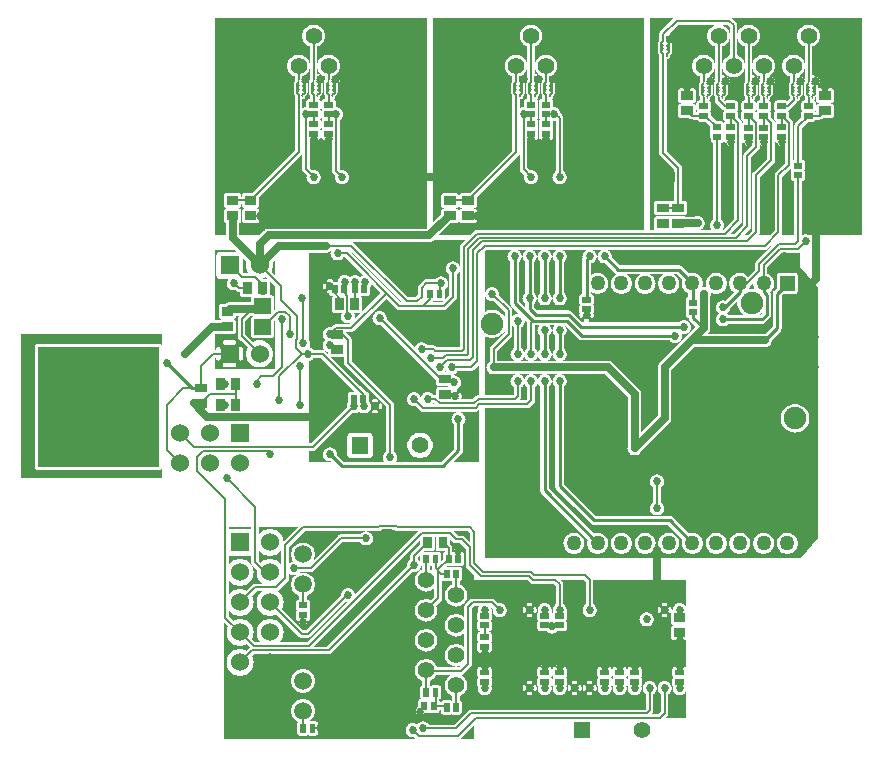
<source format=gbr>
G04 start of page 3 for group 1 idx 1 *
G04 Title: (unknown), bottom *
G04 Creator: pcb 1.99z *
G04 CreationDate: Thu 27 Nov 2014 11:47:03 PM GMT UTC *
G04 For: commonadmin *
G04 Format: Gerber/RS-274X *
G04 PCB-Dimensions (mil): 3000.00 2500.00 *
G04 PCB-Coordinate-Origin: lower left *
%MOIN*%
%FSLAX25Y25*%
%LNBOTTOM*%
%ADD69C,0.1260*%
%ADD68C,0.0394*%
%ADD67C,0.0630*%
%ADD66C,0.1280*%
%ADD65C,0.0354*%
%ADD64C,0.0300*%
%ADD63C,0.0380*%
%ADD62C,0.0130*%
%ADD61C,0.0270*%
%ADD60R,0.0060X0.0060*%
%ADD59R,0.0512X0.0512*%
%ADD58R,0.4000X0.4000*%
%ADD57R,0.0295X0.0295*%
%ADD56R,0.0197X0.0197*%
%ADD55C,0.1457*%
%ADD54C,0.0591*%
%ADD53C,0.0500*%
%ADD52C,0.0827*%
%ADD51C,0.1476*%
%ADD50C,0.0551*%
%ADD49C,0.0750*%
%ADD48C,0.0550*%
%ADD47C,0.0600*%
%ADD46C,0.0110*%
%ADD45C,0.0060*%
%ADD44C,0.0250*%
%ADD43C,0.0100*%
%ADD42C,0.0001*%
G54D42*G36*
X258000Y166000D02*X260500D01*
X266000Y159500D01*
Y76000D01*
X260500Y69500D01*
X258000D01*
Y71591D01*
X258383Y71917D01*
X258740Y72336D01*
X259028Y72806D01*
X259239Y73315D01*
X259368Y73851D01*
X259400Y74400D01*
X259368Y74949D01*
X259239Y75485D01*
X259028Y75994D01*
X258740Y76464D01*
X258383Y76883D01*
X258000Y77209D01*
Y111275D01*
X258500Y111235D01*
X259245Y111294D01*
X259972Y111469D01*
X260663Y111755D01*
X261301Y112145D01*
X261869Y112631D01*
X262355Y113199D01*
X262745Y113837D01*
X263031Y114528D01*
X263206Y115255D01*
X263250Y116000D01*
X263206Y116745D01*
X263031Y117472D01*
X262745Y118163D01*
X262355Y118801D01*
X261869Y119369D01*
X261301Y119855D01*
X260663Y120245D01*
X259972Y120531D01*
X259245Y120706D01*
X258500Y120765D01*
X258000Y120725D01*
Y157508D01*
X258557Y157509D01*
X258710Y157546D01*
X258855Y157606D01*
X258990Y157688D01*
X259109Y157791D01*
X259212Y157910D01*
X259294Y158045D01*
X259354Y158190D01*
X259391Y158343D01*
X259400Y158500D01*
X259391Y163657D01*
X259354Y163810D01*
X259294Y163955D01*
X259212Y164090D01*
X259109Y164209D01*
X258990Y164312D01*
X258855Y164394D01*
X258710Y164454D01*
X258557Y164491D01*
X258400Y164500D01*
X258000Y164499D01*
Y166000D01*
G37*
G36*
X152738Y51544D02*X152685Y51416D01*
X152648Y51263D01*
X152639Y51106D01*
X152648Y48981D01*
X152685Y48828D01*
X152745Y48683D01*
X152827Y48548D01*
X152828Y48548D01*
X152827Y48548D01*
X152745Y48413D01*
X152685Y48268D01*
X152648Y48115D01*
X152639Y47958D01*
X152648Y45833D01*
X152685Y45680D01*
X152745Y45535D01*
X152827Y45400D01*
X152929Y45281D01*
X153049Y45179D01*
X153183Y45096D01*
X153329Y45036D01*
X153482Y44999D01*
X153639Y44990D01*
X153716Y44990D01*
Y44949D01*
X153482Y44949D01*
X153329Y44912D01*
X153183Y44852D01*
X153049Y44770D01*
X152929Y44667D01*
X152827Y44548D01*
X152745Y44413D01*
X152685Y44268D01*
X152648Y44115D01*
X152639Y43958D01*
X152648Y41833D01*
X152685Y41680D01*
X152745Y41535D01*
X152827Y41400D01*
X152828Y41400D01*
X152827Y41400D01*
X152745Y41265D01*
X152685Y41120D01*
X152648Y40967D01*
X152639Y40810D01*
X152648Y38685D01*
X152685Y38532D01*
X152745Y38387D01*
X152827Y38252D01*
X152929Y38133D01*
X153049Y38030D01*
X153183Y37948D01*
X153329Y37888D01*
X153482Y37851D01*
X153639Y37842D01*
X155516Y37848D01*
Y33251D01*
X153482Y33245D01*
X153329Y33208D01*
X153183Y33148D01*
X153049Y33066D01*
X152929Y32963D01*
X152827Y32844D01*
X152745Y32709D01*
X152685Y32564D01*
X152648Y32411D01*
X152639Y32254D01*
X152648Y30129D01*
X152685Y29976D01*
X152745Y29831D01*
X152827Y29696D01*
X152828Y29696D01*
X152827Y29696D01*
X152745Y29561D01*
X152685Y29416D01*
X152648Y29263D01*
X152639Y29106D01*
X152648Y26981D01*
X152685Y26828D01*
X152738Y26700D01*
X152688Y26491D01*
X152658Y26122D01*
X152688Y25753D01*
X152774Y25394D01*
X152915Y25052D01*
X153109Y24736D01*
X153349Y24455D01*
X153630Y24215D01*
X153946Y24022D01*
X154287Y23880D01*
X154647Y23794D01*
X155016Y23765D01*
X155385Y23794D01*
X155516Y23825D01*
Y18922D01*
X150567D01*
X150516Y18926D01*
X150312Y18910D01*
X150113Y18862D01*
X149924Y18784D01*
X149749Y18677D01*
X149749Y18677D01*
X149685Y18622D01*
X148516D01*
Y24748D01*
X148548Y24786D01*
X148857Y25290D01*
X149083Y25836D01*
X149221Y26411D01*
X149256Y27000D01*
X149221Y27589D01*
X149083Y28164D01*
X148857Y28710D01*
X148548Y29214D01*
X148516Y29252D01*
Y31284D01*
X150399Y33167D01*
X150438Y33200D01*
X150571Y33355D01*
X150571Y33356D01*
X150678Y33530D01*
X150756Y33719D01*
X150804Y33918D01*
X150820Y34122D01*
X150816Y34173D01*
Y52584D01*
X151554Y53322D01*
X152995D01*
X152915Y53192D01*
X152774Y52850D01*
X152688Y52491D01*
X152658Y52122D01*
X152688Y51753D01*
X152738Y51544D01*
G37*
G36*
X155516Y62072D02*Y55922D01*
X151067D01*
X151016Y55926D01*
X150812Y55910D01*
X150613Y55862D01*
X150424Y55784D01*
X150249Y55677D01*
X150249Y55677D01*
X150094Y55544D01*
X150061Y55505D01*
X148633Y54077D01*
X148594Y54044D01*
X148516Y53953D01*
Y54748D01*
X148548Y54786D01*
X148857Y55290D01*
X149083Y55836D01*
X149221Y56411D01*
X149256Y57000D01*
X149221Y57589D01*
X149083Y58164D01*
X148857Y58710D01*
X148548Y59214D01*
X148516Y59252D01*
Y62122D01*
X153404D01*
X153514Y62096D01*
X153562Y62084D01*
X153562D01*
X153766Y62068D01*
X153817Y62072D01*
X155516D01*
G37*
G36*
X175016Y60822D02*X177977D01*
X178716Y60084D01*
Y54082D01*
X178630Y54029D01*
X178349Y53789D01*
X178109Y53508D01*
X177915Y53192D01*
X177774Y52850D01*
X177688Y52491D01*
X177658Y52122D01*
X177688Y51753D01*
X177738Y51544D01*
X177685Y51416D01*
X177648Y51263D01*
X177639Y51106D01*
X177648Y48981D01*
X177651Y48969D01*
X177516Y48979D01*
X177380Y48969D01*
X177383Y48981D01*
X177393Y49138D01*
X177383Y51263D01*
X177347Y51416D01*
X177294Y51544D01*
X177344Y51753D01*
X177366Y52122D01*
X177344Y52491D01*
X177258Y52850D01*
X177116Y53192D01*
X176923Y53508D01*
X176683Y53789D01*
X176401Y54029D01*
X176086Y54222D01*
X175744Y54364D01*
X175385Y54450D01*
X175016Y54479D01*
Y60822D01*
G37*
G36*
X215017Y62122D02*X222016D01*
Y53356D01*
X221923Y53508D01*
X221683Y53789D01*
X221401Y54029D01*
X221086Y54222D01*
X220744Y54364D01*
X220385Y54450D01*
X220016Y54479D01*
X219647Y54450D01*
X219287Y54364D01*
X218946Y54222D01*
X218630Y54029D01*
X218349Y53789D01*
X218109Y53508D01*
X217915Y53192D01*
X217774Y52850D01*
X217688Y52491D01*
X217658Y52122D01*
X217666Y52022D01*
X217592Y51992D01*
X217458Y51910D01*
X217347Y51814D01*
X217366Y52007D01*
Y52237D01*
X217343Y52466D01*
X217298Y52692D01*
X217274Y52767D01*
X217237Y52837D01*
X217190Y52901D01*
X217134Y52956D01*
X217069Y53002D01*
X216999Y53037D01*
X216923Y53061D01*
X216845Y53072D01*
X216766Y53072D01*
X216689Y53059D01*
X216614Y53034D01*
X216544Y52997D01*
X216480Y52950D01*
X216425Y52894D01*
X216379Y52829D01*
X216344Y52759D01*
X216320Y52683D01*
X216309Y52605D01*
X216309Y52526D01*
X216324Y52449D01*
X216351Y52320D01*
X216364Y52188D01*
Y52056D01*
X216351Y51924D01*
X216325Y51795D01*
X216311Y51718D01*
X216310Y51639D01*
X216322Y51561D01*
X216345Y51486D01*
X216381Y51415D01*
X216426Y51351D01*
X216481Y51295D01*
X216545Y51248D01*
X216614Y51212D01*
X216689Y51187D01*
X216767Y51174D01*
X216845Y51173D01*
X216923Y51185D01*
X216998Y51208D01*
X217056Y51237D01*
X217048Y51098D01*
X217057Y47989D01*
X217094Y47836D01*
X217154Y47691D01*
X217236Y47556D01*
X217338Y47437D01*
X217458Y47334D01*
X217592Y47252D01*
X217738Y47192D01*
X217891Y47155D01*
X218048Y47146D01*
X222016Y47155D01*
Y46978D01*
X221984Y46980D01*
X217891Y46971D01*
X217738Y46934D01*
X217592Y46874D01*
X217458Y46792D01*
X217338Y46689D01*
X217236Y46570D01*
X217154Y46435D01*
X217094Y46290D01*
X217057Y46137D01*
X217048Y45980D01*
X217057Y42871D01*
X217094Y42718D01*
X217154Y42573D01*
X217236Y42438D01*
X217338Y42319D01*
X217458Y42216D01*
X217592Y42134D01*
X217738Y42074D01*
X217891Y42037D01*
X218048Y42028D01*
X222016Y42037D01*
Y33037D01*
X221982Y33066D01*
X221848Y33148D01*
X221703Y33208D01*
X221550Y33245D01*
X221393Y33254D01*
X218482Y33245D01*
X218329Y33208D01*
X218183Y33148D01*
X218049Y33066D01*
X217929Y32963D01*
X217827Y32844D01*
X217745Y32709D01*
X217685Y32564D01*
X217648Y32411D01*
X217639Y32254D01*
X217648Y30129D01*
X217685Y29976D01*
X217745Y29831D01*
X217827Y29696D01*
X217828Y29696D01*
X217827Y29696D01*
X217745Y29561D01*
X217685Y29416D01*
X217648Y29263D01*
X217639Y29106D01*
X217648Y26981D01*
X217685Y26828D01*
X217738Y26700D01*
X217688Y26491D01*
X217658Y26122D01*
X217688Y25753D01*
X217774Y25394D01*
X217915Y25052D01*
X218109Y24736D01*
X218349Y24455D01*
X218630Y24215D01*
X218946Y24022D01*
X219287Y23880D01*
X219647Y23794D01*
X220016Y23765D01*
X220385Y23794D01*
X220744Y23880D01*
X221086Y24022D01*
X221401Y24215D01*
X221683Y24455D01*
X221923Y24736D01*
X222016Y24888D01*
Y16122D01*
X215354D01*
X215899Y16667D01*
X215938Y16700D01*
X216071Y16855D01*
X216071Y16856D01*
X216178Y17030D01*
X216256Y17219D01*
X216304Y17418D01*
X216320Y17622D01*
X216316Y17673D01*
Y24163D01*
X216401Y24215D01*
X216683Y24455D01*
X216923Y24736D01*
X217116Y25052D01*
X217258Y25394D01*
X217344Y25753D01*
X217366Y26122D01*
X217344Y26491D01*
X217258Y26850D01*
X217116Y27192D01*
X216923Y27508D01*
X216683Y27789D01*
X216401Y28029D01*
X216086Y28222D01*
X215744Y28364D01*
X215385Y28450D01*
X215017Y28479D01*
Y49772D01*
X215131D01*
X215360Y49795D01*
X215586Y49839D01*
X215661Y49864D01*
X215731Y49901D01*
X215795Y49948D01*
X215850Y50004D01*
X215896Y50068D01*
X215931Y50139D01*
X215955Y50214D01*
X215966Y50292D01*
X215965Y50371D01*
X215952Y50449D01*
X215927Y50524D01*
X215891Y50594D01*
X215844Y50658D01*
X215787Y50713D01*
X215723Y50759D01*
X215652Y50794D01*
X215577Y50818D01*
X215499Y50829D01*
X215420Y50828D01*
X215343Y50814D01*
X215213Y50787D01*
X215082Y50774D01*
X215017D01*
Y53470D01*
X215082D01*
X215213Y53458D01*
X215343Y53432D01*
X215420Y53417D01*
X215499Y53417D01*
X215577Y53428D01*
X215652Y53452D01*
X215722Y53487D01*
X215786Y53533D01*
X215843Y53588D01*
X215889Y53651D01*
X215926Y53721D01*
X215951Y53795D01*
X215964Y53873D01*
X215965Y53952D01*
X215953Y54029D01*
X215929Y54105D01*
X215894Y54175D01*
X215849Y54239D01*
X215793Y54295D01*
X215730Y54342D01*
X215660Y54378D01*
X215585Y54402D01*
X215360Y54450D01*
X215131Y54472D01*
X215017D01*
Y62122D01*
G37*
G36*
X213194Y24636D02*X213349Y24455D01*
X213630Y24215D01*
X213716Y24163D01*
Y18161D01*
X213194Y17639D01*
Y24636D01*
G37*
G36*
Y62122D02*X215017D01*
Y54472D01*
X214901D01*
X214671Y54450D01*
X214445Y54405D01*
X214370Y54380D01*
X214300Y54343D01*
X214237Y54296D01*
X214182Y54240D01*
X214136Y54176D01*
X214101Y54105D01*
X214077Y54030D01*
X214065Y53952D01*
X214066Y53873D01*
X214079Y53795D01*
X214104Y53720D01*
X214141Y53650D01*
X214188Y53587D01*
X214244Y53531D01*
X214308Y53485D01*
X214379Y53450D01*
X214454Y53427D01*
X214532Y53415D01*
X214611Y53416D01*
X214689Y53430D01*
X214818Y53458D01*
X214950Y53470D01*
X215017D01*
Y50774D01*
X214950D01*
X214818Y50787D01*
X214688Y50812D01*
X214611Y50827D01*
X214533Y50828D01*
X214455Y50816D01*
X214380Y50792D01*
X214309Y50757D01*
X214245Y50712D01*
X214189Y50656D01*
X214142Y50593D01*
X214106Y50523D01*
X214081Y50449D01*
X214068Y50371D01*
X214067Y50293D01*
X214079Y50215D01*
X214102Y50140D01*
X214137Y50069D01*
X214183Y50005D01*
X214238Y49949D01*
X214301Y49902D01*
X214371Y49866D01*
X214446Y49842D01*
X214671Y49795D01*
X214901Y49772D01*
X215017D01*
Y28479D01*
X215016Y28479D01*
X214647Y28450D01*
X214287Y28364D01*
X213946Y28222D01*
X213630Y28029D01*
X213349Y27789D01*
X213194Y27608D01*
Y51172D01*
X213265Y51172D01*
X213343Y51185D01*
X213418Y51211D01*
X213488Y51247D01*
X213551Y51294D01*
X213607Y51350D01*
X213652Y51415D01*
X213688Y51485D01*
X213711Y51561D01*
X213723Y51639D01*
X213722Y51718D01*
X213708Y51795D01*
X213680Y51924D01*
X213667Y52056D01*
Y52188D01*
X213680Y52320D01*
X213706Y52449D01*
X213721Y52527D01*
X213721Y52605D01*
X213710Y52683D01*
X213686Y52758D01*
X213651Y52829D01*
X213605Y52893D01*
X213550Y52949D01*
X213487Y52996D01*
X213417Y53032D01*
X213343Y53057D01*
X213265Y53070D01*
X213194Y53071D01*
Y62122D01*
G37*
G36*
X208996D02*X213194D01*
Y53071D01*
X213186Y53071D01*
X213108Y53059D01*
X213033Y53036D01*
X212963Y53001D01*
X212899Y52955D01*
X212843Y52900D01*
X212796Y52837D01*
X212759Y52767D01*
X212736Y52692D01*
X212688Y52466D01*
X212666Y52237D01*
Y52007D01*
X212688Y51778D01*
X212733Y51552D01*
X212758Y51477D01*
X212794Y51407D01*
X212841Y51343D01*
X212898Y51288D01*
X212962Y51242D01*
X213033Y51207D01*
X213108Y51183D01*
X213186Y51172D01*
X213194Y51172D01*
Y27608D01*
X213109Y27508D01*
X212915Y27192D01*
X212774Y26850D01*
X212688Y26491D01*
X212658Y26122D01*
X212688Y25753D01*
X212774Y25394D01*
X212915Y25052D01*
X213109Y24736D01*
X213194Y24636D01*
Y17639D01*
X212977Y17422D01*
X210654D01*
X210899Y17667D01*
X210938Y17700D01*
X211071Y17855D01*
X211071Y17856D01*
X211178Y18030D01*
X211256Y18219D01*
X211304Y18418D01*
X211320Y18622D01*
X211316Y18673D01*
Y24163D01*
X211401Y24215D01*
X211683Y24455D01*
X211923Y24736D01*
X212116Y25052D01*
X212258Y25394D01*
X212344Y25753D01*
X212366Y26122D01*
X212344Y26491D01*
X212258Y26850D01*
X212116Y27192D01*
X211923Y27508D01*
X211683Y27789D01*
X211401Y28029D01*
X211086Y28222D01*
X210744Y28364D01*
X210385Y28450D01*
X210016Y28479D01*
X209647Y28450D01*
X209287Y28364D01*
X208996Y28243D01*
Y46643D01*
X209000Y46643D01*
X209369Y46672D01*
X209728Y46758D01*
X210070Y46900D01*
X210386Y47093D01*
X210667Y47333D01*
X210907Y47614D01*
X211100Y47930D01*
X211242Y48272D01*
X211328Y48631D01*
X211350Y49000D01*
X211328Y49369D01*
X211242Y49728D01*
X211100Y50070D01*
X210907Y50386D01*
X210667Y50667D01*
X210386Y50907D01*
X210070Y51100D01*
X209728Y51242D01*
X209369Y51328D01*
X209000Y51357D01*
X208996Y51357D01*
Y62122D01*
G37*
G36*
X205016D02*X208996D01*
Y51357D01*
X208631Y51328D01*
X208272Y51242D01*
X207930Y51100D01*
X207614Y50907D01*
X207333Y50667D01*
X207093Y50386D01*
X206900Y50070D01*
X206758Y49728D01*
X206672Y49369D01*
X206643Y49000D01*
X206672Y48631D01*
X206758Y48272D01*
X206900Y47930D01*
X207093Y47614D01*
X207333Y47333D01*
X207614Y47093D01*
X207930Y46900D01*
X208272Y46758D01*
X208631Y46672D01*
X208996Y46643D01*
Y28243D01*
X208946Y28222D01*
X208630Y28029D01*
X208349Y27789D01*
X208109Y27508D01*
X207915Y27192D01*
X207774Y26850D01*
X207688Y26491D01*
X207658Y26122D01*
X207688Y25753D01*
X207774Y25394D01*
X207915Y25052D01*
X208109Y24736D01*
X208349Y24455D01*
X208630Y24215D01*
X208716Y24163D01*
Y19161D01*
X208477Y18922D01*
X205016D01*
Y23765D01*
X205385Y23794D01*
X205744Y23880D01*
X206086Y24022D01*
X206401Y24215D01*
X206683Y24455D01*
X206923Y24736D01*
X207116Y25052D01*
X207258Y25394D01*
X207344Y25753D01*
X207366Y26122D01*
X207344Y26491D01*
X207294Y26700D01*
X207347Y26828D01*
X207383Y26981D01*
X207393Y27138D01*
X207383Y29263D01*
X207347Y29416D01*
X207287Y29561D01*
X207204Y29696D01*
X207204Y29696D01*
X207204Y29696D01*
X207287Y29831D01*
X207347Y29976D01*
X207383Y30129D01*
X207393Y30286D01*
X207383Y32411D01*
X207347Y32564D01*
X207287Y32709D01*
X207204Y32844D01*
X207102Y32963D01*
X206982Y33066D01*
X206848Y33148D01*
X206703Y33208D01*
X206550Y33245D01*
X206393Y33254D01*
X205016Y33250D01*
Y62122D01*
G37*
G36*
X200016D02*X205016D01*
Y33250D01*
X203482Y33245D01*
X203329Y33208D01*
X203183Y33148D01*
X203049Y33066D01*
X202929Y32963D01*
X202827Y32844D01*
X202745Y32709D01*
X202685Y32564D01*
X202648Y32411D01*
X202639Y32254D01*
X202648Y30129D01*
X202685Y29976D01*
X202745Y29831D01*
X202827Y29696D01*
X202828Y29696D01*
X202827Y29696D01*
X202745Y29561D01*
X202685Y29416D01*
X202648Y29263D01*
X202639Y29106D01*
X202648Y26981D01*
X202685Y26828D01*
X202738Y26700D01*
X202688Y26491D01*
X202658Y26122D01*
X202688Y25753D01*
X202774Y25394D01*
X202915Y25052D01*
X203109Y24736D01*
X203349Y24455D01*
X203630Y24215D01*
X203946Y24022D01*
X204287Y23880D01*
X204647Y23794D01*
X205016Y23765D01*
Y18922D01*
X200016D01*
Y23765D01*
X200385Y23794D01*
X200744Y23880D01*
X201086Y24022D01*
X201401Y24215D01*
X201683Y24455D01*
X201923Y24736D01*
X202116Y25052D01*
X202258Y25394D01*
X202344Y25753D01*
X202366Y26122D01*
X202344Y26491D01*
X202294Y26700D01*
X202347Y26828D01*
X202383Y26981D01*
X202393Y27138D01*
X202383Y29263D01*
X202347Y29416D01*
X202287Y29561D01*
X202204Y29696D01*
X202204Y29696D01*
X202204Y29696D01*
X202287Y29831D01*
X202347Y29976D01*
X202383Y30129D01*
X202393Y30286D01*
X202383Y32411D01*
X202347Y32564D01*
X202287Y32709D01*
X202204Y32844D01*
X202102Y32963D01*
X201982Y33066D01*
X201848Y33148D01*
X201703Y33208D01*
X201550Y33245D01*
X201393Y33254D01*
X200016Y33250D01*
Y62122D01*
G37*
G36*
X195016D02*X200016D01*
Y33250D01*
X198482Y33245D01*
X198329Y33208D01*
X198183Y33148D01*
X198049Y33066D01*
X197929Y32963D01*
X197827Y32844D01*
X197745Y32709D01*
X197685Y32564D01*
X197648Y32411D01*
X197639Y32254D01*
X197648Y30129D01*
X197685Y29976D01*
X197745Y29831D01*
X197827Y29696D01*
X197828Y29696D01*
X197827Y29696D01*
X197745Y29561D01*
X197685Y29416D01*
X197648Y29263D01*
X197639Y29106D01*
X197648Y26981D01*
X197685Y26828D01*
X197738Y26700D01*
X197688Y26491D01*
X197658Y26122D01*
X197688Y25753D01*
X197774Y25394D01*
X197915Y25052D01*
X198109Y24736D01*
X198349Y24455D01*
X198630Y24215D01*
X198946Y24022D01*
X199287Y23880D01*
X199647Y23794D01*
X200016Y23765D01*
Y18922D01*
X195016D01*
Y23765D01*
X195385Y23794D01*
X195744Y23880D01*
X196086Y24022D01*
X196401Y24215D01*
X196683Y24455D01*
X196923Y24736D01*
X197116Y25052D01*
X197258Y25394D01*
X197344Y25753D01*
X197366Y26122D01*
X197344Y26491D01*
X197294Y26700D01*
X197347Y26828D01*
X197383Y26981D01*
X197393Y27138D01*
X197383Y29263D01*
X197347Y29416D01*
X197287Y29561D01*
X197204Y29696D01*
X197204Y29696D01*
X197204Y29696D01*
X197287Y29831D01*
X197347Y29976D01*
X197383Y30129D01*
X197393Y30286D01*
X197383Y32411D01*
X197347Y32564D01*
X197287Y32709D01*
X197204Y32844D01*
X197102Y32963D01*
X196982Y33066D01*
X196848Y33148D01*
X196703Y33208D01*
X196550Y33245D01*
X196393Y33254D01*
X195016Y33250D01*
Y62122D01*
G37*
G36*
X191837Y50636D02*X191923Y50736D01*
X192116Y51052D01*
X192258Y51394D01*
X192344Y51753D01*
X192366Y52122D01*
X192344Y52491D01*
X192258Y52850D01*
X192116Y53192D01*
X191923Y53508D01*
X191837Y53608D01*
Y62122D01*
X195016D01*
Y33250D01*
X193482Y33245D01*
X193329Y33208D01*
X193183Y33148D01*
X193049Y33066D01*
X192929Y32963D01*
X192827Y32844D01*
X192745Y32709D01*
X192685Y32564D01*
X192648Y32411D01*
X192639Y32254D01*
X192648Y30129D01*
X192685Y29976D01*
X192745Y29831D01*
X192827Y29696D01*
X192828Y29696D01*
X192827Y29696D01*
X192745Y29561D01*
X192685Y29416D01*
X192648Y29263D01*
X192639Y29106D01*
X192648Y26981D01*
X192685Y26828D01*
X192738Y26700D01*
X192688Y26491D01*
X192658Y26122D01*
X192688Y25753D01*
X192774Y25394D01*
X192915Y25052D01*
X193109Y24736D01*
X193349Y24455D01*
X193630Y24215D01*
X193946Y24022D01*
X194287Y23880D01*
X194647Y23794D01*
X195016Y23765D01*
Y18922D01*
X191837D01*
Y25173D01*
X191845Y25173D01*
X191923Y25185D01*
X191998Y25208D01*
X192069Y25244D01*
X192133Y25289D01*
X192189Y25344D01*
X192236Y25408D01*
X192272Y25477D01*
X192296Y25552D01*
X192343Y25778D01*
X192366Y26007D01*
Y26237D01*
X192343Y26466D01*
X192298Y26692D01*
X192274Y26767D01*
X192237Y26837D01*
X192190Y26901D01*
X192134Y26956D01*
X192069Y27002D01*
X191999Y27037D01*
X191923Y27061D01*
X191845Y27072D01*
X191837Y27072D01*
Y50636D01*
G37*
G36*
Y53608D02*X191683Y53789D01*
X191401Y54029D01*
X191316Y54082D01*
Y62071D01*
X191320Y62122D01*
X191837D01*
Y53608D01*
G37*
G36*
X190017Y49765D02*X190385Y49794D01*
X190744Y49880D01*
X191086Y50022D01*
X191401Y50215D01*
X191683Y50455D01*
X191837Y50636D01*
Y27072D01*
X191766Y27072D01*
X191689Y27059D01*
X191614Y27034D01*
X191544Y26997D01*
X191480Y26950D01*
X191425Y26894D01*
X191379Y26829D01*
X191344Y26759D01*
X191320Y26683D01*
X191309Y26605D01*
X191309Y26526D01*
X191324Y26449D01*
X191351Y26320D01*
X191364Y26188D01*
Y26056D01*
X191351Y25924D01*
X191325Y25795D01*
X191311Y25718D01*
X191310Y25639D01*
X191322Y25561D01*
X191345Y25486D01*
X191381Y25415D01*
X191426Y25351D01*
X191481Y25295D01*
X191545Y25248D01*
X191614Y25212D01*
X191689Y25187D01*
X191767Y25174D01*
X191837Y25173D01*
Y18922D01*
X190017D01*
Y23772D01*
X190131D01*
X190360Y23795D01*
X190586Y23839D01*
X190661Y23864D01*
X190731Y23901D01*
X190795Y23948D01*
X190850Y24004D01*
X190896Y24068D01*
X190931Y24139D01*
X190955Y24214D01*
X190966Y24292D01*
X190965Y24371D01*
X190952Y24449D01*
X190927Y24524D01*
X190891Y24594D01*
X190844Y24658D01*
X190787Y24713D01*
X190723Y24759D01*
X190652Y24794D01*
X190577Y24818D01*
X190499Y24829D01*
X190420Y24828D01*
X190343Y24814D01*
X190213Y24787D01*
X190082Y24774D01*
X190017D01*
Y27470D01*
X190082D01*
X190213Y27458D01*
X190343Y27432D01*
X190420Y27417D01*
X190499Y27417D01*
X190577Y27428D01*
X190652Y27452D01*
X190722Y27487D01*
X190786Y27532D01*
X190843Y27588D01*
X190889Y27651D01*
X190926Y27721D01*
X190951Y27795D01*
X190964Y27873D01*
X190965Y27952D01*
X190953Y28029D01*
X190929Y28105D01*
X190894Y28175D01*
X190849Y28239D01*
X190793Y28295D01*
X190730Y28342D01*
X190660Y28378D01*
X190585Y28402D01*
X190360Y28450D01*
X190131Y28472D01*
X190017D01*
Y49765D01*
G37*
G36*
X188194Y50636D02*X188349Y50455D01*
X188630Y50215D01*
X188946Y50022D01*
X189287Y49880D01*
X189647Y49794D01*
X190016Y49765D01*
X190017Y49765D01*
Y28472D01*
X189901D01*
X189671Y28450D01*
X189445Y28405D01*
X189370Y28380D01*
X189300Y28343D01*
X189237Y28296D01*
X189182Y28240D01*
X189136Y28176D01*
X189101Y28105D01*
X189077Y28030D01*
X189065Y27952D01*
X189066Y27873D01*
X189079Y27795D01*
X189104Y27720D01*
X189141Y27650D01*
X189188Y27587D01*
X189244Y27531D01*
X189308Y27485D01*
X189379Y27450D01*
X189454Y27427D01*
X189532Y27415D01*
X189611Y27416D01*
X189689Y27430D01*
X189818Y27458D01*
X189950Y27470D01*
X190017D01*
Y24774D01*
X189950D01*
X189818Y24787D01*
X189688Y24812D01*
X189611Y24827D01*
X189533Y24828D01*
X189455Y24816D01*
X189380Y24792D01*
X189309Y24757D01*
X189245Y24712D01*
X189189Y24656D01*
X189142Y24593D01*
X189106Y24523D01*
X189081Y24449D01*
X189068Y24371D01*
X189067Y24293D01*
X189079Y24215D01*
X189102Y24140D01*
X189137Y24069D01*
X189183Y24005D01*
X189238Y23949D01*
X189301Y23902D01*
X189371Y23866D01*
X189446Y23842D01*
X189671Y23795D01*
X189901Y23772D01*
X190017D01*
Y18922D01*
X188194D01*
Y25172D01*
X188265Y25172D01*
X188343Y25185D01*
X188418Y25211D01*
X188488Y25247D01*
X188551Y25294D01*
X188607Y25350D01*
X188652Y25415D01*
X188688Y25485D01*
X188711Y25561D01*
X188723Y25639D01*
X188722Y25718D01*
X188708Y25795D01*
X188680Y25924D01*
X188667Y26056D01*
Y26188D01*
X188680Y26320D01*
X188706Y26449D01*
X188721Y26527D01*
X188721Y26605D01*
X188710Y26683D01*
X188686Y26758D01*
X188651Y26829D01*
X188605Y26893D01*
X188550Y26949D01*
X188487Y26996D01*
X188417Y27032D01*
X188343Y27057D01*
X188265Y27070D01*
X188194Y27071D01*
Y50636D01*
G37*
G36*
Y62105D02*X188716Y61584D01*
Y54082D01*
X188630Y54029D01*
X188349Y53789D01*
X188194Y53608D01*
Y62105D01*
G37*
G36*
X186837Y62122D02*X188177D01*
X188194Y62105D01*
Y53608D01*
X188109Y53508D01*
X187915Y53192D01*
X187774Y52850D01*
X187688Y52491D01*
X187658Y52122D01*
X187688Y51753D01*
X187774Y51394D01*
X187915Y51052D01*
X188109Y50736D01*
X188194Y50636D01*
Y27071D01*
X188186Y27071D01*
X188108Y27059D01*
X188033Y27036D01*
X187963Y27001D01*
X187899Y26955D01*
X187843Y26900D01*
X187796Y26837D01*
X187759Y26767D01*
X187736Y26692D01*
X187688Y26466D01*
X187666Y26237D01*
Y26007D01*
X187688Y25778D01*
X187733Y25552D01*
X187758Y25477D01*
X187794Y25407D01*
X187841Y25343D01*
X187898Y25288D01*
X187962Y25242D01*
X188033Y25207D01*
X188108Y25183D01*
X188186Y25172D01*
X188194Y25172D01*
Y18922D01*
X186837D01*
Y25173D01*
X186845Y25173D01*
X186923Y25185D01*
X186998Y25208D01*
X187069Y25244D01*
X187133Y25289D01*
X187189Y25344D01*
X187236Y25408D01*
X187272Y25477D01*
X187296Y25552D01*
X187343Y25778D01*
X187366Y26007D01*
Y26237D01*
X187343Y26466D01*
X187298Y26692D01*
X187274Y26767D01*
X187237Y26837D01*
X187190Y26901D01*
X187134Y26956D01*
X187069Y27002D01*
X186999Y27037D01*
X186923Y27061D01*
X186845Y27072D01*
X186837Y27072D01*
Y62122D01*
G37*
G36*
X185017D02*X186837D01*
Y27072D01*
X186766Y27072D01*
X186689Y27059D01*
X186614Y27034D01*
X186544Y26997D01*
X186480Y26950D01*
X186425Y26894D01*
X186379Y26829D01*
X186344Y26759D01*
X186320Y26683D01*
X186309Y26605D01*
X186309Y26526D01*
X186324Y26449D01*
X186351Y26320D01*
X186364Y26188D01*
Y26056D01*
X186351Y25924D01*
X186325Y25795D01*
X186311Y25718D01*
X186310Y25639D01*
X186322Y25561D01*
X186345Y25486D01*
X186381Y25415D01*
X186426Y25351D01*
X186481Y25295D01*
X186545Y25248D01*
X186614Y25212D01*
X186689Y25187D01*
X186767Y25174D01*
X186837Y25173D01*
Y18922D01*
X185017D01*
Y23772D01*
X185131D01*
X185360Y23795D01*
X185586Y23839D01*
X185661Y23864D01*
X185731Y23901D01*
X185795Y23948D01*
X185850Y24004D01*
X185896Y24068D01*
X185931Y24139D01*
X185955Y24214D01*
X185966Y24292D01*
X185965Y24371D01*
X185952Y24449D01*
X185927Y24524D01*
X185891Y24594D01*
X185844Y24658D01*
X185787Y24713D01*
X185723Y24759D01*
X185652Y24794D01*
X185577Y24818D01*
X185499Y24829D01*
X185420Y24828D01*
X185343Y24814D01*
X185213Y24787D01*
X185082Y24774D01*
X185017D01*
Y27470D01*
X185082D01*
X185213Y27458D01*
X185343Y27432D01*
X185420Y27417D01*
X185499Y27417D01*
X185577Y27428D01*
X185652Y27452D01*
X185722Y27487D01*
X185786Y27532D01*
X185843Y27588D01*
X185889Y27651D01*
X185926Y27721D01*
X185951Y27795D01*
X185964Y27873D01*
X185965Y27952D01*
X185953Y28029D01*
X185929Y28105D01*
X185894Y28175D01*
X185849Y28239D01*
X185793Y28295D01*
X185730Y28342D01*
X185660Y28378D01*
X185585Y28402D01*
X185360Y28450D01*
X185131Y28472D01*
X185017D01*
Y62122D01*
G37*
G36*
X183194D02*X185017D01*
Y28472D01*
X184901D01*
X184671Y28450D01*
X184445Y28405D01*
X184370Y28380D01*
X184300Y28343D01*
X184237Y28296D01*
X184182Y28240D01*
X184136Y28176D01*
X184101Y28105D01*
X184077Y28030D01*
X184065Y27952D01*
X184066Y27873D01*
X184079Y27795D01*
X184104Y27720D01*
X184141Y27650D01*
X184188Y27587D01*
X184244Y27531D01*
X184308Y27485D01*
X184379Y27450D01*
X184454Y27427D01*
X184532Y27415D01*
X184611Y27416D01*
X184689Y27430D01*
X184818Y27458D01*
X184950Y27470D01*
X185017D01*
Y24774D01*
X184950D01*
X184818Y24787D01*
X184688Y24812D01*
X184611Y24827D01*
X184533Y24828D01*
X184455Y24816D01*
X184380Y24792D01*
X184309Y24757D01*
X184245Y24712D01*
X184189Y24656D01*
X184142Y24593D01*
X184106Y24523D01*
X184081Y24449D01*
X184068Y24371D01*
X184067Y24293D01*
X184079Y24215D01*
X184102Y24140D01*
X184137Y24069D01*
X184183Y24005D01*
X184238Y23949D01*
X184301Y23902D01*
X184371Y23866D01*
X184446Y23842D01*
X184671Y23795D01*
X184901Y23772D01*
X185017D01*
Y18922D01*
X183194D01*
Y25172D01*
X183265Y25172D01*
X183343Y25185D01*
X183418Y25211D01*
X183488Y25247D01*
X183551Y25294D01*
X183607Y25350D01*
X183652Y25415D01*
X183688Y25485D01*
X183711Y25561D01*
X183723Y25639D01*
X183722Y25718D01*
X183708Y25795D01*
X183680Y25924D01*
X183667Y26056D01*
Y26188D01*
X183680Y26320D01*
X183706Y26449D01*
X183721Y26527D01*
X183721Y26605D01*
X183710Y26683D01*
X183686Y26758D01*
X183651Y26829D01*
X183605Y26893D01*
X183550Y26949D01*
X183487Y26996D01*
X183417Y27032D01*
X183343Y27057D01*
X183265Y27070D01*
X183194Y27071D01*
Y62122D01*
G37*
G36*
X180016Y44994D02*X181550Y44999D01*
X181703Y45036D01*
X181848Y45096D01*
X181982Y45179D01*
X182102Y45281D01*
X182204Y45400D01*
X182287Y45535D01*
X182347Y45680D01*
X182383Y45833D01*
X182393Y45990D01*
X182383Y48115D01*
X182347Y48268D01*
X182287Y48413D01*
X182204Y48548D01*
X182204Y48548D01*
X182204Y48548D01*
X182287Y48683D01*
X182347Y48828D01*
X182383Y48981D01*
X182393Y49138D01*
X182383Y51263D01*
X182347Y51416D01*
X182294Y51544D01*
X182344Y51753D01*
X182366Y52122D01*
X182344Y52491D01*
X182258Y52850D01*
X182116Y53192D01*
X181923Y53508D01*
X181683Y53789D01*
X181401Y54029D01*
X181316Y54082D01*
Y60571D01*
X181320Y60622D01*
X181304Y60826D01*
X181304Y60826D01*
X181256Y61025D01*
X181178Y61214D01*
X181071Y61389D01*
X180938Y61544D01*
X180899Y61577D01*
X180354Y62122D01*
X183194D01*
Y27071D01*
X183186Y27071D01*
X183108Y27059D01*
X183033Y27036D01*
X182963Y27001D01*
X182899Y26955D01*
X182843Y26900D01*
X182796Y26837D01*
X182759Y26767D01*
X182736Y26692D01*
X182688Y26466D01*
X182666Y26237D01*
Y26007D01*
X182688Y25778D01*
X182733Y25552D01*
X182758Y25477D01*
X182794Y25407D01*
X182841Y25343D01*
X182898Y25288D01*
X182962Y25242D01*
X183033Y25207D01*
X183108Y25183D01*
X183186Y25172D01*
X183194Y25172D01*
Y18922D01*
X180016D01*
Y23765D01*
X180385Y23794D01*
X180744Y23880D01*
X181086Y24022D01*
X181401Y24215D01*
X181683Y24455D01*
X181923Y24736D01*
X182116Y25052D01*
X182258Y25394D01*
X182344Y25753D01*
X182366Y26122D01*
X182344Y26491D01*
X182294Y26700D01*
X182347Y26828D01*
X182383Y26981D01*
X182393Y27138D01*
X182383Y29263D01*
X182347Y29416D01*
X182287Y29561D01*
X182204Y29696D01*
X182204Y29696D01*
X182204Y29696D01*
X182287Y29831D01*
X182347Y29976D01*
X182383Y30129D01*
X182393Y30286D01*
X182383Y32411D01*
X182347Y32564D01*
X182287Y32709D01*
X182204Y32844D01*
X182102Y32963D01*
X181982Y33066D01*
X181848Y33148D01*
X181703Y33208D01*
X181550Y33245D01*
X181393Y33254D01*
X181308Y33254D01*
X181304Y33326D01*
X181256Y33525D01*
X181178Y33714D01*
X181071Y33889D01*
X180938Y34044D01*
X180782Y34177D01*
X180608Y34284D01*
X180419Y34362D01*
X180220Y34410D01*
X180016Y34426D01*
Y44994D01*
G37*
G36*
X179214Y44992D02*X180016Y44994D01*
Y34426D01*
X179812Y34410D01*
X179613Y34362D01*
X179424Y34284D01*
X179249Y34177D01*
X179094Y34044D01*
X178961Y33889D01*
X178854Y33714D01*
X178776Y33525D01*
X178728Y33326D01*
X178723Y33246D01*
X178482Y33245D01*
X178329Y33208D01*
X178183Y33148D01*
X178049Y33066D01*
X177929Y32963D01*
X177827Y32844D01*
X177745Y32709D01*
X177685Y32564D01*
X177648Y32411D01*
X177639Y32254D01*
X177648Y30129D01*
X177685Y29976D01*
X177745Y29831D01*
X177827Y29696D01*
X177828Y29696D01*
X177827Y29696D01*
X177745Y29561D01*
X177685Y29416D01*
X177648Y29263D01*
X177639Y29106D01*
X177648Y26981D01*
X177685Y26828D01*
X177738Y26700D01*
X177688Y26491D01*
X177658Y26122D01*
X177688Y25753D01*
X177774Y25394D01*
X177915Y25052D01*
X178109Y24736D01*
X178349Y24455D01*
X178630Y24215D01*
X178946Y24022D01*
X179287Y23880D01*
X179647Y23794D01*
X180016Y23765D01*
Y18922D01*
X175016D01*
Y23765D01*
X175385Y23794D01*
X175744Y23880D01*
X176086Y24022D01*
X176401Y24215D01*
X176683Y24455D01*
X176923Y24736D01*
X177116Y25052D01*
X177258Y25394D01*
X177344Y25753D01*
X177366Y26122D01*
X177344Y26491D01*
X177294Y26700D01*
X177347Y26828D01*
X177383Y26981D01*
X177393Y27138D01*
X177383Y29263D01*
X177347Y29416D01*
X177287Y29561D01*
X177204Y29696D01*
X177204Y29696D01*
X177204Y29696D01*
X177287Y29831D01*
X177347Y29976D01*
X177383Y30129D01*
X177393Y30286D01*
X177383Y32411D01*
X177347Y32564D01*
X177287Y32709D01*
X177204Y32844D01*
X177102Y32963D01*
X176982Y33066D01*
X176848Y33148D01*
X176703Y33208D01*
X176550Y33245D01*
X176393Y33254D01*
X176308Y33254D01*
X176304Y33326D01*
X176256Y33525D01*
X176178Y33714D01*
X176071Y33889D01*
X175938Y34044D01*
X175782Y34177D01*
X175608Y34284D01*
X175419Y34362D01*
X175220Y34410D01*
X175016Y34426D01*
Y44994D01*
X175813Y44997D01*
X175849Y44955D01*
X176130Y44715D01*
X176446Y44522D01*
X176787Y44380D01*
X177147Y44294D01*
X177516Y44265D01*
X177885Y44294D01*
X178244Y44380D01*
X178586Y44522D01*
X178901Y44715D01*
X179183Y44955D01*
X179214Y44992D01*
G37*
G36*
X175016Y18922D02*X171837D01*
Y25173D01*
X171845Y25173D01*
X171923Y25185D01*
X171998Y25208D01*
X172069Y25244D01*
X172133Y25289D01*
X172189Y25344D01*
X172236Y25408D01*
X172272Y25477D01*
X172296Y25552D01*
X172343Y25778D01*
X172366Y26007D01*
Y26237D01*
X172343Y26466D01*
X172298Y26692D01*
X172274Y26767D01*
X172237Y26837D01*
X172190Y26901D01*
X172134Y26956D01*
X172069Y27002D01*
X171999Y27037D01*
X171923Y27061D01*
X171845Y27072D01*
X171837Y27072D01*
Y51173D01*
X171845Y51173D01*
X171923Y51185D01*
X171998Y51208D01*
X172069Y51244D01*
X172133Y51289D01*
X172189Y51344D01*
X172236Y51408D01*
X172272Y51477D01*
X172296Y51552D01*
X172343Y51778D01*
X172366Y52007D01*
Y52237D01*
X172343Y52466D01*
X172298Y52692D01*
X172274Y52767D01*
X172237Y52837D01*
X172190Y52901D01*
X172134Y52956D01*
X172069Y53002D01*
X171999Y53037D01*
X171923Y53061D01*
X171845Y53072D01*
X171837Y53072D01*
Y60822D01*
X175016D01*
Y54479D01*
X174647Y54450D01*
X174287Y54364D01*
X173946Y54222D01*
X173630Y54029D01*
X173349Y53789D01*
X173109Y53508D01*
X172915Y53192D01*
X172774Y52850D01*
X172688Y52491D01*
X172658Y52122D01*
X172688Y51753D01*
X172738Y51544D01*
X172685Y51416D01*
X172648Y51263D01*
X172639Y51106D01*
X172648Y48981D01*
X172685Y48828D01*
X172745Y48683D01*
X172827Y48548D01*
X172828Y48548D01*
X172827Y48548D01*
X172745Y48413D01*
X172685Y48268D01*
X172648Y48115D01*
X172639Y47958D01*
X172648Y45833D01*
X172685Y45680D01*
X172745Y45535D01*
X172827Y45400D01*
X172929Y45281D01*
X173049Y45179D01*
X173183Y45096D01*
X173329Y45036D01*
X173482Y44999D01*
X173639Y44990D01*
X175016Y44994D01*
Y34426D01*
X174812Y34410D01*
X174613Y34362D01*
X174424Y34284D01*
X174249Y34177D01*
X174094Y34044D01*
X173961Y33889D01*
X173854Y33714D01*
X173776Y33525D01*
X173728Y33326D01*
X173723Y33246D01*
X173482Y33245D01*
X173329Y33208D01*
X173183Y33148D01*
X173049Y33066D01*
X172929Y32963D01*
X172827Y32844D01*
X172745Y32709D01*
X172685Y32564D01*
X172648Y32411D01*
X172639Y32254D01*
X172648Y30129D01*
X172685Y29976D01*
X172745Y29831D01*
X172827Y29696D01*
X172828Y29696D01*
X172827Y29696D01*
X172745Y29561D01*
X172685Y29416D01*
X172648Y29263D01*
X172639Y29106D01*
X172648Y26981D01*
X172685Y26828D01*
X172738Y26700D01*
X172688Y26491D01*
X172658Y26122D01*
X172688Y25753D01*
X172774Y25394D01*
X172915Y25052D01*
X173109Y24736D01*
X173349Y24455D01*
X173630Y24215D01*
X173946Y24022D01*
X174287Y23880D01*
X174647Y23794D01*
X175016Y23765D01*
Y18922D01*
G37*
G36*
X171837D02*X170017D01*
Y23772D01*
X170131D01*
X170360Y23795D01*
X170586Y23839D01*
X170661Y23864D01*
X170731Y23901D01*
X170795Y23948D01*
X170850Y24004D01*
X170896Y24068D01*
X170931Y24139D01*
X170955Y24214D01*
X170966Y24292D01*
X170965Y24371D01*
X170952Y24449D01*
X170927Y24524D01*
X170891Y24594D01*
X170844Y24658D01*
X170787Y24713D01*
X170723Y24759D01*
X170652Y24794D01*
X170577Y24818D01*
X170499Y24829D01*
X170420Y24828D01*
X170343Y24814D01*
X170213Y24787D01*
X170082Y24774D01*
X170017D01*
Y27470D01*
X170082D01*
X170213Y27458D01*
X170343Y27432D01*
X170420Y27417D01*
X170499Y27417D01*
X170577Y27428D01*
X170652Y27452D01*
X170722Y27487D01*
X170786Y27532D01*
X170843Y27588D01*
X170889Y27651D01*
X170926Y27721D01*
X170951Y27795D01*
X170964Y27873D01*
X170965Y27952D01*
X170953Y28029D01*
X170929Y28105D01*
X170894Y28175D01*
X170849Y28239D01*
X170793Y28295D01*
X170730Y28342D01*
X170660Y28378D01*
X170585Y28402D01*
X170360Y28450D01*
X170131Y28472D01*
X170017D01*
Y49772D01*
X170131D01*
X170360Y49795D01*
X170586Y49839D01*
X170661Y49864D01*
X170731Y49901D01*
X170795Y49948D01*
X170850Y50004D01*
X170896Y50068D01*
X170931Y50139D01*
X170955Y50214D01*
X170966Y50292D01*
X170965Y50371D01*
X170952Y50449D01*
X170927Y50524D01*
X170891Y50594D01*
X170844Y50658D01*
X170787Y50713D01*
X170723Y50759D01*
X170652Y50794D01*
X170577Y50818D01*
X170499Y50829D01*
X170420Y50828D01*
X170343Y50814D01*
X170213Y50787D01*
X170082Y50774D01*
X170017D01*
Y53470D01*
X170082D01*
X170213Y53458D01*
X170343Y53432D01*
X170420Y53417D01*
X170499Y53417D01*
X170577Y53428D01*
X170652Y53452D01*
X170722Y53487D01*
X170786Y53533D01*
X170843Y53588D01*
X170889Y53651D01*
X170926Y53721D01*
X170951Y53795D01*
X170964Y53873D01*
X170965Y53952D01*
X170953Y54029D01*
X170929Y54105D01*
X170894Y54175D01*
X170849Y54239D01*
X170793Y54295D01*
X170730Y54342D01*
X170660Y54378D01*
X170585Y54402D01*
X170360Y54450D01*
X170131Y54472D01*
X170017D01*
Y61283D01*
X170061Y61239D01*
X170094Y61200D01*
X170249Y61067D01*
X170249Y61067D01*
X170424Y60960D01*
X170613Y60882D01*
X170764Y60846D01*
X170812Y60834D01*
X170812D01*
X171016Y60818D01*
X171067Y60822D01*
X171837D01*
Y53072D01*
X171766Y53072D01*
X171689Y53059D01*
X171614Y53034D01*
X171544Y52997D01*
X171480Y52950D01*
X171425Y52894D01*
X171379Y52829D01*
X171344Y52759D01*
X171320Y52683D01*
X171309Y52605D01*
X171309Y52526D01*
X171324Y52449D01*
X171351Y52320D01*
X171364Y52188D01*
Y52056D01*
X171351Y51924D01*
X171325Y51795D01*
X171311Y51718D01*
X171310Y51639D01*
X171322Y51561D01*
X171345Y51486D01*
X171381Y51415D01*
X171426Y51351D01*
X171481Y51295D01*
X171545Y51248D01*
X171614Y51212D01*
X171689Y51187D01*
X171767Y51174D01*
X171837Y51173D01*
Y27072D01*
X171766Y27072D01*
X171689Y27059D01*
X171614Y27034D01*
X171544Y26997D01*
X171480Y26950D01*
X171425Y26894D01*
X171379Y26829D01*
X171344Y26759D01*
X171320Y26683D01*
X171309Y26605D01*
X171309Y26526D01*
X171324Y26449D01*
X171351Y26320D01*
X171364Y26188D01*
Y26056D01*
X171351Y25924D01*
X171325Y25795D01*
X171311Y25718D01*
X171310Y25639D01*
X171322Y25561D01*
X171345Y25486D01*
X171381Y25415D01*
X171426Y25351D01*
X171481Y25295D01*
X171545Y25248D01*
X171614Y25212D01*
X171689Y25187D01*
X171767Y25174D01*
X171837Y25173D01*
Y18922D01*
G37*
G36*
X170017D02*X168194D01*
Y25172D01*
X168265Y25172D01*
X168343Y25185D01*
X168418Y25211D01*
X168488Y25247D01*
X168551Y25294D01*
X168607Y25350D01*
X168652Y25415D01*
X168688Y25485D01*
X168711Y25561D01*
X168723Y25639D01*
X168722Y25718D01*
X168708Y25795D01*
X168680Y25924D01*
X168667Y26056D01*
Y26188D01*
X168680Y26320D01*
X168706Y26449D01*
X168721Y26527D01*
X168721Y26605D01*
X168710Y26683D01*
X168686Y26758D01*
X168651Y26829D01*
X168605Y26893D01*
X168550Y26949D01*
X168487Y26996D01*
X168417Y27032D01*
X168343Y27057D01*
X168265Y27070D01*
X168194Y27071D01*
Y51172D01*
X168265Y51172D01*
X168343Y51185D01*
X168418Y51211D01*
X168488Y51247D01*
X168551Y51294D01*
X168607Y51350D01*
X168652Y51415D01*
X168688Y51485D01*
X168711Y51561D01*
X168723Y51639D01*
X168722Y51718D01*
X168708Y51795D01*
X168680Y51924D01*
X168667Y52056D01*
Y52188D01*
X168680Y52320D01*
X168706Y52449D01*
X168721Y52527D01*
X168721Y52605D01*
X168710Y52683D01*
X168686Y52758D01*
X168651Y52829D01*
X168605Y52893D01*
X168550Y52949D01*
X168487Y52996D01*
X168417Y53032D01*
X168343Y53057D01*
X168265Y53070D01*
X168194Y53071D01*
Y62072D01*
X169227D01*
X170017Y61283D01*
Y54472D01*
X169901D01*
X169671Y54450D01*
X169445Y54405D01*
X169370Y54380D01*
X169300Y54343D01*
X169237Y54296D01*
X169182Y54240D01*
X169136Y54176D01*
X169101Y54105D01*
X169077Y54030D01*
X169065Y53952D01*
X169066Y53873D01*
X169079Y53795D01*
X169104Y53720D01*
X169141Y53650D01*
X169188Y53587D01*
X169244Y53531D01*
X169308Y53485D01*
X169379Y53450D01*
X169454Y53427D01*
X169532Y53415D01*
X169611Y53416D01*
X169689Y53430D01*
X169818Y53458D01*
X169950Y53470D01*
X170017D01*
Y50774D01*
X169950D01*
X169818Y50787D01*
X169688Y50812D01*
X169611Y50827D01*
X169533Y50828D01*
X169455Y50816D01*
X169380Y50792D01*
X169309Y50757D01*
X169245Y50712D01*
X169189Y50656D01*
X169142Y50593D01*
X169106Y50523D01*
X169081Y50449D01*
X169068Y50371D01*
X169067Y50293D01*
X169079Y50215D01*
X169102Y50140D01*
X169137Y50069D01*
X169183Y50005D01*
X169238Y49949D01*
X169301Y49902D01*
X169371Y49866D01*
X169446Y49842D01*
X169671Y49795D01*
X169901Y49772D01*
X170017D01*
Y28472D01*
X169901D01*
X169671Y28450D01*
X169445Y28405D01*
X169370Y28380D01*
X169300Y28343D01*
X169237Y28296D01*
X169182Y28240D01*
X169136Y28176D01*
X169101Y28105D01*
X169077Y28030D01*
X169065Y27952D01*
X169066Y27873D01*
X169079Y27795D01*
X169104Y27720D01*
X169141Y27650D01*
X169188Y27587D01*
X169244Y27531D01*
X169308Y27485D01*
X169379Y27450D01*
X169454Y27427D01*
X169532Y27415D01*
X169611Y27416D01*
X169689Y27430D01*
X169818Y27458D01*
X169950Y27470D01*
X170017D01*
Y24774D01*
X169950D01*
X169818Y24787D01*
X169688Y24812D01*
X169611Y24827D01*
X169533Y24828D01*
X169455Y24816D01*
X169380Y24792D01*
X169309Y24757D01*
X169245Y24712D01*
X169189Y24656D01*
X169142Y24593D01*
X169106Y24523D01*
X169081Y24449D01*
X169068Y24371D01*
X169067Y24293D01*
X169079Y24215D01*
X169102Y24140D01*
X169137Y24069D01*
X169183Y24005D01*
X169238Y23949D01*
X169301Y23902D01*
X169371Y23866D01*
X169446Y23842D01*
X169671Y23795D01*
X169901Y23772D01*
X170017D01*
Y18922D01*
G37*
G36*
X168194D02*X153016D01*
Y24888D01*
X153109Y24736D01*
X153349Y24455D01*
X153630Y24215D01*
X153946Y24022D01*
X154287Y23880D01*
X154647Y23794D01*
X155016Y23765D01*
X155385Y23794D01*
X155744Y23880D01*
X156086Y24022D01*
X156401Y24215D01*
X156683Y24455D01*
X156923Y24736D01*
X157116Y25052D01*
X157258Y25394D01*
X157344Y25753D01*
X157366Y26122D01*
X157344Y26491D01*
X157294Y26700D01*
X157347Y26828D01*
X157383Y26981D01*
X157393Y27138D01*
X157383Y29263D01*
X157347Y29416D01*
X157287Y29561D01*
X157204Y29696D01*
X157204Y29696D01*
X157204Y29696D01*
X157287Y29831D01*
X157347Y29976D01*
X157383Y30129D01*
X157393Y30286D01*
X157383Y32411D01*
X157347Y32564D01*
X157287Y32709D01*
X157204Y32844D01*
X157102Y32963D01*
X156982Y33066D01*
X156848Y33148D01*
X156703Y33208D01*
X156550Y33245D01*
X156393Y33254D01*
X153482Y33245D01*
X153329Y33208D01*
X153183Y33148D01*
X153049Y33066D01*
X153016Y33037D01*
Y38059D01*
X153049Y38030D01*
X153183Y37948D01*
X153329Y37888D01*
X153482Y37851D01*
X153639Y37842D01*
X156550Y37851D01*
X156703Y37888D01*
X156848Y37948D01*
X156982Y38030D01*
X157102Y38133D01*
X157204Y38252D01*
X157287Y38387D01*
X157347Y38532D01*
X157383Y38685D01*
X157393Y38842D01*
X157383Y40967D01*
X157347Y41120D01*
X157287Y41265D01*
X157204Y41400D01*
X157204Y41400D01*
X157204Y41400D01*
X157287Y41535D01*
X157347Y41680D01*
X157383Y41833D01*
X157393Y41990D01*
X157383Y44115D01*
X157347Y44268D01*
X157287Y44413D01*
X157204Y44548D01*
X157102Y44667D01*
X156982Y44770D01*
X156848Y44852D01*
X156703Y44912D01*
X156550Y44949D01*
X156393Y44958D01*
X156316Y44958D01*
Y44999D01*
X156550Y44999D01*
X156703Y45036D01*
X156848Y45096D01*
X156982Y45179D01*
X157102Y45281D01*
X157204Y45400D01*
X157287Y45535D01*
X157347Y45680D01*
X157383Y45833D01*
X157393Y45990D01*
X157383Y48115D01*
X157347Y48268D01*
X157287Y48413D01*
X157204Y48548D01*
X157204Y48548D01*
X157204Y48548D01*
X157287Y48683D01*
X157347Y48828D01*
X157383Y48981D01*
X157393Y49138D01*
X157383Y51263D01*
X157347Y51416D01*
X157294Y51544D01*
X157344Y51753D01*
X157366Y52122D01*
X157344Y52491D01*
X157258Y52850D01*
X157122Y53177D01*
X157711Y52588D01*
X157688Y52491D01*
X157658Y52122D01*
X157688Y51753D01*
X157774Y51394D01*
X157915Y51052D01*
X158109Y50736D01*
X158349Y50455D01*
X158630Y50215D01*
X158946Y50022D01*
X159287Y49880D01*
X159647Y49794D01*
X160016Y49765D01*
X160385Y49794D01*
X160744Y49880D01*
X161086Y50022D01*
X161401Y50215D01*
X161683Y50455D01*
X161923Y50736D01*
X162116Y51052D01*
X162258Y51394D01*
X162344Y51753D01*
X162366Y52122D01*
X162344Y52491D01*
X162258Y52850D01*
X162116Y53192D01*
X161923Y53508D01*
X161683Y53789D01*
X161401Y54029D01*
X161086Y54222D01*
X160744Y54364D01*
X160385Y54450D01*
X160016Y54479D01*
X159647Y54450D01*
X159549Y54427D01*
X158471Y55505D01*
X158438Y55544D01*
X158282Y55677D01*
X158282Y55677D01*
X158175Y55743D01*
X158108Y55784D01*
X157997Y55830D01*
X157919Y55862D01*
X157871Y55874D01*
X157720Y55910D01*
X157720Y55910D01*
X157516Y55926D01*
X157465Y55922D01*
X153016D01*
Y62122D01*
X153404D01*
X153509Y62097D01*
X153562Y62084D01*
X153562D01*
X153766Y62068D01*
X153817Y62072D01*
X168194D01*
Y53071D01*
X168186Y53071D01*
X168108Y53059D01*
X168033Y53036D01*
X167963Y53001D01*
X167899Y52955D01*
X167843Y52900D01*
X167796Y52837D01*
X167759Y52767D01*
X167736Y52692D01*
X167688Y52466D01*
X167666Y52237D01*
Y52007D01*
X167688Y51778D01*
X167733Y51552D01*
X167758Y51477D01*
X167794Y51407D01*
X167841Y51343D01*
X167898Y51288D01*
X167962Y51242D01*
X168033Y51207D01*
X168108Y51183D01*
X168186Y51172D01*
X168194Y51172D01*
Y27071D01*
X168186Y27071D01*
X168108Y27059D01*
X168033Y27036D01*
X167963Y27001D01*
X167899Y26955D01*
X167843Y26900D01*
X167796Y26837D01*
X167759Y26767D01*
X167736Y26692D01*
X167688Y26466D01*
X167666Y26237D01*
Y26007D01*
X167688Y25778D01*
X167733Y25552D01*
X167758Y25477D01*
X167794Y25407D01*
X167841Y25343D01*
X167898Y25288D01*
X167962Y25242D01*
X168033Y25207D01*
X168108Y25183D01*
X168186Y25172D01*
X168194Y25172D01*
Y18922D01*
G37*
G36*
X255895Y112026D02*X256337Y111755D01*
X257028Y111469D01*
X257755Y111294D01*
X258500Y111235D01*
X259245Y111294D01*
X259972Y111469D01*
X260000Y111480D01*
Y69500D01*
X255895D01*
Y70890D01*
X255900Y70889D01*
X256449Y70932D01*
X256985Y71061D01*
X257494Y71272D01*
X257964Y71560D01*
X258383Y71917D01*
X258740Y72336D01*
X259028Y72806D01*
X259239Y73315D01*
X259368Y73851D01*
X259400Y74400D01*
X259368Y74949D01*
X259239Y75485D01*
X259028Y75994D01*
X258740Y76464D01*
X258383Y76883D01*
X257964Y77240D01*
X257494Y77528D01*
X256985Y77739D01*
X256449Y77868D01*
X255900Y77911D01*
X255895Y77910D01*
Y112026D01*
G37*
G36*
Y157504D02*X258557Y157509D01*
X258710Y157546D01*
X258855Y157606D01*
X258990Y157688D01*
X259109Y157791D01*
X259212Y157910D01*
X259294Y158045D01*
X259354Y158190D01*
X259391Y158343D01*
X259400Y158500D01*
X259391Y163657D01*
X259354Y163810D01*
X259294Y163955D01*
X259212Y164090D01*
X259109Y164209D01*
X258990Y164312D01*
X258855Y164394D01*
X258710Y164454D01*
X258557Y164491D01*
X258400Y164500D01*
X255895Y164496D01*
Y171200D01*
X259449D01*
X259500Y171196D01*
X259704Y171212D01*
X259704Y171212D01*
X259903Y171260D01*
X260000Y171300D01*
Y120520D01*
X259972Y120531D01*
X259245Y120706D01*
X258500Y120765D01*
X257755Y120706D01*
X257028Y120531D01*
X256337Y120245D01*
X255895Y119974D01*
Y157504D01*
G37*
G36*
Y164496D02*X253243Y164491D01*
X253090Y164454D01*
X252945Y164394D01*
X252810Y164312D01*
X252691Y164209D01*
X252588Y164090D01*
X252506Y163955D01*
X252446Y163810D01*
X252409Y163657D01*
X252400Y163500D01*
X252407Y159528D01*
X251481Y158602D01*
X251436Y158564D01*
X251283Y158384D01*
X251159Y158183D01*
X251069Y157965D01*
X251014Y157735D01*
X251014Y157735D01*
X250995Y157500D01*
X251000Y157441D01*
Y146621D01*
X248622Y144243D01*
X248500Y144250D01*
X229432D01*
X229529Y144347D01*
X229596Y144404D01*
X229826Y144673D01*
X229826Y144673D01*
X230011Y144975D01*
X230146Y145303D01*
X230229Y145647D01*
X230257Y146000D01*
X230250Y146088D01*
Y156805D01*
X230328Y157131D01*
X230350Y157500D01*
X230328Y157869D01*
X230279Y158072D01*
X230606Y157872D01*
X231115Y157661D01*
X231651Y157532D01*
X232200Y157489D01*
X232749Y157532D01*
X233285Y157661D01*
X233794Y157872D01*
X234264Y158160D01*
X234683Y158517D01*
X235040Y158936D01*
X235328Y159406D01*
X235539Y159915D01*
X235668Y160451D01*
X235700Y161000D01*
X235668Y161549D01*
X235539Y162085D01*
X235328Y162594D01*
X235040Y163064D01*
X234683Y163483D01*
X234264Y163840D01*
X233794Y164128D01*
X233285Y164339D01*
X232749Y164468D01*
X232200Y164511D01*
X231651Y164468D01*
X231115Y164339D01*
X230606Y164128D01*
X230136Y163840D01*
X229717Y163483D01*
X229360Y163064D01*
X229072Y162594D01*
X228861Y162085D01*
X228732Y161549D01*
X228689Y161000D01*
X228732Y160451D01*
X228861Y159915D01*
X228975Y159640D01*
X228728Y159742D01*
X228369Y159828D01*
X228000Y159857D01*
X227631Y159828D01*
X227600Y159821D01*
X227639Y159915D01*
X227768Y160451D01*
X227800Y161000D01*
X227768Y161549D01*
X227639Y162085D01*
X227428Y162594D01*
X227140Y163064D01*
X226783Y163483D01*
X226364Y163840D01*
X225894Y164128D01*
X225385Y164339D01*
X224849Y164468D01*
X224300Y164511D01*
X223751Y164468D01*
X223215Y164339D01*
X223171Y164321D01*
X220939Y166553D01*
X220899Y166599D01*
X220714Y166758D01*
X220506Y166885D01*
X220280Y166979D01*
X220043Y167036D01*
X220043Y167036D01*
X219800Y167055D01*
X219739Y167050D01*
X219500D01*
X219257Y167036D01*
X219108Y167000D01*
X212496D01*
Y172200D01*
X248449D01*
X248500Y172196D01*
X248704Y172212D01*
X248704Y172212D01*
X248903Y172260D01*
X249092Y172338D01*
X249266Y172445D01*
X249422Y172578D01*
X249455Y172617D01*
X250338Y173500D01*
X250662D01*
X245617Y168455D01*
X245578Y168422D01*
X245445Y168266D01*
X245338Y168092D01*
X245260Y167903D01*
X245212Y167704D01*
X245212Y167704D01*
X245196Y167500D01*
X245200Y167449D01*
Y165538D01*
X242841Y163180D01*
X242583Y163483D01*
X242164Y163840D01*
X241694Y164128D01*
X241185Y164339D01*
X240649Y164468D01*
X240100Y164511D01*
X239551Y164468D01*
X239015Y164339D01*
X238506Y164128D01*
X238036Y163840D01*
X237617Y163483D01*
X237260Y163064D01*
X236972Y162594D01*
X236761Y162085D01*
X236632Y161549D01*
X236589Y161000D01*
X236632Y160451D01*
X236761Y159915D01*
X236972Y159406D01*
X237260Y158936D01*
X237617Y158517D01*
X238036Y158160D01*
X238038Y158159D01*
X235141Y155263D01*
X234869Y155328D01*
X234500Y155357D01*
X234131Y155328D01*
X233772Y155242D01*
X233430Y155100D01*
X233114Y154907D01*
X232833Y154667D01*
X232593Y154386D01*
X232400Y154070D01*
X232258Y153728D01*
X232172Y153369D01*
X232143Y153000D01*
X232172Y152631D01*
X232258Y152272D01*
X232400Y151930D01*
X232593Y151614D01*
X232833Y151333D01*
X233114Y151093D01*
X233266Y151000D01*
X233114Y150907D01*
X232833Y150667D01*
X232593Y150386D01*
X232400Y150070D01*
X232258Y149728D01*
X232172Y149369D01*
X232143Y149000D01*
X232172Y148631D01*
X232258Y148272D01*
X232400Y147930D01*
X232593Y147614D01*
X232833Y147333D01*
X233114Y147093D01*
X233430Y146900D01*
X233772Y146758D01*
X234131Y146672D01*
X234500Y146643D01*
X234869Y146672D01*
X235228Y146758D01*
X235570Y146900D01*
X235886Y147093D01*
X236167Y147333D01*
X236309Y147500D01*
X247441D01*
X247500Y147495D01*
X247735Y147514D01*
X247735Y147514D01*
X247965Y147569D01*
X248183Y147659D01*
X248384Y147783D01*
X248564Y147936D01*
X248602Y147981D01*
X250019Y149398D01*
X250064Y149436D01*
X250217Y149615D01*
X250217Y149616D01*
X250341Y149817D01*
X250431Y150035D01*
X250486Y150265D01*
X250505Y150500D01*
X250500Y150559D01*
Y156941D01*
X250505Y157000D01*
X250486Y157235D01*
X250431Y157465D01*
X250341Y157683D01*
X250217Y157884D01*
X250064Y158064D01*
X250019Y158102D01*
X250000Y158121D01*
X250064Y158160D01*
X250483Y158517D01*
X250840Y158936D01*
X251128Y159406D01*
X251339Y159915D01*
X251468Y160451D01*
X251500Y161000D01*
X251468Y161549D01*
X251339Y162085D01*
X251128Y162594D01*
X250840Y163064D01*
X250483Y163483D01*
X250064Y163840D01*
X249594Y164128D01*
X249300Y164250D01*
Y166462D01*
X254038Y171200D01*
X255895D01*
Y164496D01*
G37*
G36*
X247995Y139750D02*X248500D01*
X248853Y139771D01*
X249197Y139854D01*
X249525Y139989D01*
X249827Y140174D01*
X250096Y140404D01*
X250326Y140673D01*
X250511Y140975D01*
X250646Y141303D01*
X250729Y141647D01*
X250757Y142000D01*
X250747Y142126D01*
X253519Y144898D01*
X253564Y144936D01*
X253717Y145115D01*
X253717Y145116D01*
X253841Y145317D01*
X253931Y145535D01*
X253986Y145765D01*
X254005Y146000D01*
X254000Y146059D01*
Y156879D01*
X254624Y157502D01*
X255895Y157504D01*
Y119974D01*
X255699Y119855D01*
X255131Y119369D01*
X254645Y118801D01*
X254255Y118163D01*
X253969Y117472D01*
X253794Y116745D01*
X253735Y116000D01*
X253794Y115255D01*
X253969Y114528D01*
X254255Y113837D01*
X254645Y113199D01*
X255131Y112631D01*
X255699Y112145D01*
X255895Y112026D01*
Y77910D01*
X255351Y77868D01*
X254815Y77739D01*
X254306Y77528D01*
X253836Y77240D01*
X253417Y76883D01*
X253060Y76464D01*
X252772Y75994D01*
X252561Y75485D01*
X252432Y74949D01*
X252389Y74400D01*
X252432Y73851D01*
X252561Y73315D01*
X252772Y72806D01*
X253060Y72336D01*
X253417Y71917D01*
X253836Y71560D01*
X254306Y71272D01*
X254815Y71061D01*
X255351Y70932D01*
X255895Y70890D01*
Y69500D01*
X247995D01*
Y70890D01*
X248000Y70889D01*
X248549Y70932D01*
X249085Y71061D01*
X249594Y71272D01*
X250064Y71560D01*
X250483Y71917D01*
X250840Y72336D01*
X251128Y72806D01*
X251339Y73315D01*
X251468Y73851D01*
X251500Y74400D01*
X251468Y74949D01*
X251339Y75485D01*
X251128Y75994D01*
X250840Y76464D01*
X250483Y76883D01*
X250064Y77240D01*
X249594Y77528D01*
X249085Y77739D01*
X248549Y77868D01*
X248000Y77911D01*
X247995Y77910D01*
Y139750D01*
G37*
G36*
X240095D02*X247995D01*
Y77910D01*
X247451Y77868D01*
X246915Y77739D01*
X246406Y77528D01*
X245936Y77240D01*
X245517Y76883D01*
X245160Y76464D01*
X244872Y75994D01*
X244661Y75485D01*
X244532Y74949D01*
X244489Y74400D01*
X244532Y73851D01*
X244661Y73315D01*
X244872Y72806D01*
X245160Y72336D01*
X245517Y71917D01*
X245936Y71560D01*
X246406Y71272D01*
X246915Y71061D01*
X247451Y70932D01*
X247995Y70890D01*
Y69500D01*
X240095D01*
Y70890D01*
X240100Y70889D01*
X240649Y70932D01*
X241185Y71061D01*
X241694Y71272D01*
X242164Y71560D01*
X242583Y71917D01*
X242940Y72336D01*
X243228Y72806D01*
X243439Y73315D01*
X243568Y73851D01*
X243600Y74400D01*
X243568Y74949D01*
X243439Y75485D01*
X243228Y75994D01*
X242940Y76464D01*
X242583Y76883D01*
X242164Y77240D01*
X241694Y77528D01*
X241185Y77739D01*
X240649Y77868D01*
X240100Y77911D01*
X240095Y77910D01*
Y139750D01*
G37*
G36*
X232195D02*X240095D01*
Y77910D01*
X239551Y77868D01*
X239015Y77739D01*
X238506Y77528D01*
X238036Y77240D01*
X237617Y76883D01*
X237260Y76464D01*
X236972Y75994D01*
X236761Y75485D01*
X236632Y74949D01*
X236589Y74400D01*
X236632Y73851D01*
X236761Y73315D01*
X236972Y72806D01*
X237260Y72336D01*
X237617Y71917D01*
X238036Y71560D01*
X238506Y71272D01*
X239015Y71061D01*
X239551Y70932D01*
X240095Y70890D01*
Y69500D01*
X232195D01*
Y70890D01*
X232200Y70889D01*
X232749Y70932D01*
X233285Y71061D01*
X233794Y71272D01*
X234264Y71560D01*
X234683Y71917D01*
X235040Y72336D01*
X235328Y72806D01*
X235539Y73315D01*
X235668Y73851D01*
X235700Y74400D01*
X235668Y74949D01*
X235539Y75485D01*
X235328Y75994D01*
X235040Y76464D01*
X234683Y76883D01*
X234264Y77240D01*
X233794Y77528D01*
X233285Y77739D01*
X232749Y77868D01*
X232200Y77911D01*
X232195Y77910D01*
Y139750D01*
G37*
G36*
X216395Y80184D02*X221000Y75579D01*
X220961Y75485D01*
X220832Y74949D01*
X220789Y74400D01*
X220832Y73851D01*
X220961Y73315D01*
X221172Y72806D01*
X221460Y72336D01*
X221817Y71917D01*
X222236Y71560D01*
X222706Y71272D01*
X223215Y71061D01*
X223751Y70932D01*
X224300Y70889D01*
X224849Y70932D01*
X225385Y71061D01*
X225894Y71272D01*
X226364Y71560D01*
X226783Y71917D01*
X227140Y72336D01*
X227428Y72806D01*
X227639Y73315D01*
X227768Y73851D01*
X227800Y74400D01*
X227768Y74949D01*
X227639Y75485D01*
X227428Y75994D01*
X227140Y76464D01*
X226783Y76883D01*
X226364Y77240D01*
X225894Y77528D01*
X225385Y77739D01*
X224849Y77868D01*
X224300Y77911D01*
X223751Y77868D01*
X223215Y77739D01*
X223121Y77700D01*
X217802Y83019D01*
X217764Y83064D01*
X217584Y83217D01*
X217383Y83341D01*
X217165Y83431D01*
X216935Y83486D01*
X216700Y83505D01*
X216641Y83500D01*
X216395D01*
Y114213D01*
X216529Y114347D01*
X216596Y114404D01*
X216826Y114673D01*
X216826Y114673D01*
X217011Y114975D01*
X217146Y115303D01*
X217229Y115647D01*
X217257Y116000D01*
X217250Y116088D01*
Y132068D01*
X224932Y139750D01*
X232195D01*
Y77910D01*
X231651Y77868D01*
X231115Y77739D01*
X230606Y77528D01*
X230136Y77240D01*
X229717Y76883D01*
X229360Y76464D01*
X229072Y75994D01*
X228861Y75485D01*
X228732Y74949D01*
X228689Y74400D01*
X228732Y73851D01*
X228861Y73315D01*
X229072Y72806D01*
X229360Y72336D01*
X229717Y71917D01*
X230136Y71560D01*
X230606Y71272D01*
X231115Y71061D01*
X231651Y70932D01*
X232195Y70890D01*
Y69500D01*
X216395D01*
Y70890D01*
X216400Y70889D01*
X216949Y70932D01*
X217485Y71061D01*
X217994Y71272D01*
X218464Y71560D01*
X218883Y71917D01*
X219240Y72336D01*
X219528Y72806D01*
X219739Y73315D01*
X219868Y73851D01*
X219900Y74400D01*
X219868Y74949D01*
X219739Y75485D01*
X219528Y75994D01*
X219240Y76464D01*
X218883Y76883D01*
X218464Y77240D01*
X217994Y77528D01*
X217485Y77739D01*
X216949Y77868D01*
X216400Y77911D01*
X216395Y77910D01*
Y80184D01*
G37*
G36*
Y83500D02*X212496D01*
Y83643D01*
X212500Y83643D01*
X212869Y83672D01*
X213228Y83758D01*
X213570Y83900D01*
X213886Y84093D01*
X214167Y84333D01*
X214407Y84614D01*
X214600Y84930D01*
X214742Y85272D01*
X214828Y85631D01*
X214850Y86000D01*
X214828Y86369D01*
X214742Y86728D01*
X214600Y87070D01*
X214407Y87386D01*
X214167Y87667D01*
X213886Y87907D01*
X213800Y87959D01*
Y93041D01*
X213886Y93093D01*
X214167Y93333D01*
X214407Y93614D01*
X214600Y93930D01*
X214742Y94272D01*
X214828Y94631D01*
X214850Y95000D01*
X214828Y95369D01*
X214742Y95728D01*
X214600Y96070D01*
X214407Y96386D01*
X214167Y96667D01*
X213886Y96907D01*
X213570Y97100D01*
X213228Y97242D01*
X212869Y97328D01*
X212500Y97357D01*
X212496Y97357D01*
Y110314D01*
X216395Y114213D01*
Y83500D01*
G37*
G36*
X212496Y80500D02*X216079D01*
X216395Y80184D01*
Y77910D01*
X215851Y77868D01*
X215315Y77739D01*
X214806Y77528D01*
X214336Y77240D01*
X213917Y76883D01*
X213560Y76464D01*
X213272Y75994D01*
X213061Y75485D01*
X212932Y74949D01*
X212889Y74400D01*
X212932Y73851D01*
X213061Y73315D01*
X213272Y72806D01*
X213560Y72336D01*
X213917Y71917D01*
X214336Y71560D01*
X214806Y71272D01*
X215315Y71061D01*
X215851Y70932D01*
X216395Y70890D01*
Y69500D01*
X212496D01*
Y80500D01*
G37*
G36*
Y167000D02*X200121D01*
X197337Y169784D01*
X197350Y170000D01*
X197328Y170369D01*
X197242Y170728D01*
X197100Y171070D01*
X196907Y171386D01*
X196667Y171667D01*
X196386Y171907D01*
X196070Y172100D01*
X195830Y172200D01*
X212496D01*
Y167000D01*
G37*
G36*
Y83500D02*X192121D01*
X181500Y94121D01*
Y126691D01*
X181667Y126833D01*
X181907Y127114D01*
X182100Y127430D01*
X182242Y127772D01*
X182328Y128131D01*
X182350Y128500D01*
X182328Y128869D01*
X182242Y129228D01*
X182100Y129570D01*
X181907Y129886D01*
X181667Y130167D01*
X181386Y130407D01*
X181070Y130600D01*
X180728Y130742D01*
X180695Y130750D01*
X195068D01*
X202750Y123068D01*
Y106695D01*
X202672Y106369D01*
X202643Y106000D01*
X202672Y105631D01*
X202758Y105272D01*
X202900Y104930D01*
X203093Y104614D01*
X203333Y104333D01*
X203614Y104093D01*
X203930Y103900D01*
X204272Y103758D01*
X204631Y103672D01*
X205000Y103643D01*
X205369Y103672D01*
X205728Y103758D01*
X206070Y103900D01*
X206386Y104093D01*
X206667Y104333D01*
X206907Y104614D01*
X207082Y104900D01*
X212496Y110314D01*
Y97357D01*
X212131Y97328D01*
X211772Y97242D01*
X211430Y97100D01*
X211114Y96907D01*
X210833Y96667D01*
X210593Y96386D01*
X210400Y96070D01*
X210258Y95728D01*
X210172Y95369D01*
X210143Y95000D01*
X210172Y94631D01*
X210258Y94272D01*
X210400Y93930D01*
X210593Y93614D01*
X210833Y93333D01*
X211114Y93093D01*
X211200Y93041D01*
Y87959D01*
X211114Y87907D01*
X210833Y87667D01*
X210593Y87386D01*
X210400Y87070D01*
X210258Y86728D01*
X210172Y86369D01*
X210143Y86000D01*
X210172Y85631D01*
X210258Y85272D01*
X210400Y84930D01*
X210593Y84614D01*
X210833Y84333D01*
X211114Y84093D01*
X211430Y83900D01*
X211772Y83758D01*
X212131Y83672D01*
X212496Y83643D01*
Y83500D01*
G37*
G36*
X208495Y80500D02*X212496D01*
Y69500D01*
X208495D01*
Y70890D01*
X208500Y70889D01*
X209049Y70932D01*
X209585Y71061D01*
X210094Y71272D01*
X210564Y71560D01*
X210983Y71917D01*
X211340Y72336D01*
X211628Y72806D01*
X211839Y73315D01*
X211968Y73851D01*
X212000Y74400D01*
X211968Y74949D01*
X211839Y75485D01*
X211628Y75994D01*
X211340Y76464D01*
X210983Y76883D01*
X210564Y77240D01*
X210094Y77528D01*
X209585Y77739D01*
X209049Y77868D01*
X208500Y77911D01*
X208495Y77910D01*
Y80500D01*
G37*
G36*
X200595D02*X208495D01*
Y77910D01*
X207951Y77868D01*
X207415Y77739D01*
X206906Y77528D01*
X206436Y77240D01*
X206017Y76883D01*
X205660Y76464D01*
X205372Y75994D01*
X205161Y75485D01*
X205032Y74949D01*
X204989Y74400D01*
X205032Y73851D01*
X205161Y73315D01*
X205372Y72806D01*
X205660Y72336D01*
X206017Y71917D01*
X206436Y71560D01*
X206906Y71272D01*
X207415Y71061D01*
X207951Y70932D01*
X208495Y70890D01*
Y69500D01*
X200595D01*
Y70890D01*
X200600Y70889D01*
X201149Y70932D01*
X201685Y71061D01*
X202194Y71272D01*
X202664Y71560D01*
X203083Y71917D01*
X203440Y72336D01*
X203728Y72806D01*
X203939Y73315D01*
X204068Y73851D01*
X204100Y74400D01*
X204068Y74949D01*
X203939Y75485D01*
X203728Y75994D01*
X203440Y76464D01*
X203083Y76883D01*
X202664Y77240D01*
X202194Y77528D01*
X201685Y77739D01*
X201149Y77868D01*
X200600Y77911D01*
X200595Y77910D01*
Y80500D01*
G37*
G36*
X184795Y86584D02*X190398Y80981D01*
X190436Y80936D01*
X190615Y80783D01*
X190616Y80783D01*
X190817Y80659D01*
X191035Y80569D01*
X191265Y80514D01*
X191500Y80495D01*
X191559Y80500D01*
X200595D01*
Y77910D01*
X200051Y77868D01*
X199515Y77739D01*
X199006Y77528D01*
X198536Y77240D01*
X198117Y76883D01*
X197760Y76464D01*
X197472Y75994D01*
X197261Y75485D01*
X197132Y74949D01*
X197089Y74400D01*
X197132Y73851D01*
X197261Y73315D01*
X197472Y72806D01*
X197760Y72336D01*
X198117Y71917D01*
X198536Y71560D01*
X199006Y71272D01*
X199515Y71061D01*
X200051Y70932D01*
X200595Y70890D01*
Y69500D01*
X184795D01*
Y70890D01*
X184800Y70889D01*
X185349Y70932D01*
X185885Y71061D01*
X186394Y71272D01*
X186864Y71560D01*
X187283Y71917D01*
X187640Y72336D01*
X187928Y72806D01*
X188139Y73315D01*
X188268Y73851D01*
X188300Y74400D01*
X188268Y74949D01*
X188139Y75485D01*
X187928Y75994D01*
X187640Y76464D01*
X187283Y76883D01*
X186864Y77240D01*
X186394Y77528D01*
X185885Y77739D01*
X185349Y77868D01*
X184800Y77911D01*
X184795Y77910D01*
Y80084D01*
X189371Y75508D01*
X189361Y75485D01*
X189232Y74949D01*
X189189Y74400D01*
X189232Y73851D01*
X189361Y73315D01*
X189572Y72806D01*
X189860Y72336D01*
X190217Y71917D01*
X190636Y71560D01*
X191106Y71272D01*
X191615Y71061D01*
X192151Y70932D01*
X192700Y70889D01*
X193249Y70932D01*
X193785Y71061D01*
X194294Y71272D01*
X194764Y71560D01*
X195183Y71917D01*
X195540Y72336D01*
X195828Y72806D01*
X196039Y73315D01*
X196168Y73851D01*
X196200Y74400D01*
X196168Y74949D01*
X196039Y75485D01*
X195828Y75994D01*
X195540Y76464D01*
X195183Y76883D01*
X194764Y77240D01*
X194294Y77528D01*
X193785Y77739D01*
X193249Y77868D01*
X192700Y77911D01*
X192151Y77868D01*
X191615Y77739D01*
X191451Y77671D01*
X184795Y84327D01*
Y86584D01*
G37*
G36*
Y69500D02*X155000D01*
Y119450D01*
X169199D01*
X169250Y119446D01*
X169454Y119462D01*
X169454Y119462D01*
X169653Y119510D01*
X169842Y119588D01*
X170016Y119695D01*
X170172Y119828D01*
X170205Y119867D01*
X171383Y121045D01*
X171422Y121078D01*
X171555Y121233D01*
X171555Y121234D01*
X171662Y121408D01*
X171740Y121597D01*
X171788Y121796D01*
X171804Y122000D01*
X171800Y122051D01*
Y126541D01*
X171886Y126593D01*
X172167Y126833D01*
X172407Y127114D01*
X172600Y127430D01*
X172742Y127772D01*
X172750Y127805D01*
X172758Y127772D01*
X172900Y127430D01*
X173093Y127114D01*
X173333Y126833D01*
X173500Y126691D01*
Y92059D01*
X173495Y92000D01*
X173514Y91765D01*
X173569Y91535D01*
X173659Y91317D01*
X173783Y91116D01*
X173936Y90936D01*
X173981Y90898D01*
X184795Y80084D01*
Y77910D01*
X184251Y77868D01*
X183715Y77739D01*
X183206Y77528D01*
X182736Y77240D01*
X182317Y76883D01*
X181960Y76464D01*
X181672Y75994D01*
X181461Y75485D01*
X181332Y74949D01*
X181289Y74400D01*
X181332Y73851D01*
X181461Y73315D01*
X181672Y72806D01*
X181960Y72336D01*
X182317Y71917D01*
X182736Y71560D01*
X183206Y71272D01*
X183715Y71061D01*
X184251Y70932D01*
X184795Y70890D01*
Y69500D01*
G37*
G36*
X175695Y130750D02*X179305D01*
X179272Y130742D01*
X178930Y130600D01*
X178614Y130407D01*
X178333Y130167D01*
X178093Y129886D01*
X177900Y129570D01*
X177758Y129228D01*
X177672Y128869D01*
X177643Y128500D01*
X177672Y128131D01*
X177758Y127772D01*
X177900Y127430D01*
X178093Y127114D01*
X178333Y126833D01*
X178500Y126691D01*
Y93559D01*
X178495Y93500D01*
X178514Y93265D01*
X178569Y93035D01*
X178659Y92817D01*
X178783Y92616D01*
X178936Y92436D01*
X178981Y92398D01*
X184795Y86584D01*
Y84327D01*
X176500Y92621D01*
Y126691D01*
X176667Y126833D01*
X176907Y127114D01*
X177100Y127430D01*
X177242Y127772D01*
X177328Y128131D01*
X177350Y128500D01*
X177328Y128869D01*
X177242Y129228D01*
X177100Y129570D01*
X176907Y129886D01*
X176667Y130167D01*
X176386Y130407D01*
X176070Y130600D01*
X175728Y130742D01*
X175695Y130750D01*
G37*
G36*
X255895Y112026D02*X256337Y111755D01*
X257028Y111469D01*
X257755Y111294D01*
X258500Y111235D01*
X259245Y111294D01*
X259972Y111469D01*
X260000Y111480D01*
Y69500D01*
X255895D01*
Y70890D01*
X255900Y70889D01*
X256449Y70932D01*
X256985Y71061D01*
X257494Y71272D01*
X257964Y71560D01*
X258383Y71917D01*
X258740Y72336D01*
X259028Y72806D01*
X259239Y73315D01*
X259368Y73851D01*
X259400Y74400D01*
X259368Y74949D01*
X259239Y75485D01*
X259028Y75994D01*
X258740Y76464D01*
X258383Y76883D01*
X257964Y77240D01*
X257494Y77528D01*
X256985Y77739D01*
X256449Y77868D01*
X255900Y77911D01*
X255895Y77910D01*
Y112026D01*
G37*
G36*
Y157504D02*X258557Y157509D01*
X258710Y157546D01*
X258855Y157606D01*
X258990Y157688D01*
X259109Y157791D01*
X259212Y157910D01*
X259294Y158045D01*
X259354Y158190D01*
X259391Y158343D01*
X259400Y158500D01*
X259391Y163657D01*
X259354Y163810D01*
X259294Y163955D01*
X259212Y164090D01*
X259109Y164209D01*
X258990Y164312D01*
X258855Y164394D01*
X258710Y164454D01*
X258557Y164491D01*
X258400Y164500D01*
X255895Y164496D01*
Y171200D01*
X259449D01*
X259500Y171196D01*
X259704Y171212D01*
X259704Y171212D01*
X259903Y171260D01*
X260000Y171300D01*
Y120520D01*
X259972Y120531D01*
X259245Y120706D01*
X258500Y120765D01*
X257755Y120706D01*
X257028Y120531D01*
X256337Y120245D01*
X255895Y119974D01*
Y157504D01*
G37*
G36*
Y164496D02*X253243Y164491D01*
X253090Y164454D01*
X252945Y164394D01*
X252810Y164312D01*
X252691Y164209D01*
X252588Y164090D01*
X252506Y163955D01*
X252446Y163810D01*
X252409Y163657D01*
X252400Y163500D01*
X252407Y159528D01*
X251481Y158602D01*
X251436Y158564D01*
X251283Y158384D01*
X251159Y158183D01*
X251069Y157965D01*
X251014Y157735D01*
X251014Y157735D01*
X250995Y157500D01*
X251000Y157441D01*
Y146621D01*
X248622Y144243D01*
X248500Y144250D01*
X229432D01*
X229529Y144347D01*
X229596Y144404D01*
X229826Y144673D01*
X229826Y144673D01*
X230011Y144975D01*
X230146Y145303D01*
X230229Y145647D01*
X230257Y146000D01*
X230250Y146088D01*
Y156805D01*
X230328Y157131D01*
X230350Y157500D01*
X230328Y157869D01*
X230279Y158072D01*
X230606Y157872D01*
X231115Y157661D01*
X231651Y157532D01*
X232200Y157489D01*
X232749Y157532D01*
X233285Y157661D01*
X233794Y157872D01*
X234264Y158160D01*
X234683Y158517D01*
X235040Y158936D01*
X235328Y159406D01*
X235539Y159915D01*
X235668Y160451D01*
X235700Y161000D01*
X235668Y161549D01*
X235539Y162085D01*
X235328Y162594D01*
X235040Y163064D01*
X234683Y163483D01*
X234264Y163840D01*
X233794Y164128D01*
X233285Y164339D01*
X232749Y164468D01*
X232200Y164511D01*
X231651Y164468D01*
X231115Y164339D01*
X230606Y164128D01*
X230136Y163840D01*
X229717Y163483D01*
X229360Y163064D01*
X229072Y162594D01*
X228861Y162085D01*
X228732Y161549D01*
X228689Y161000D01*
X228732Y160451D01*
X228861Y159915D01*
X228975Y159640D01*
X228728Y159742D01*
X228369Y159828D01*
X228000Y159857D01*
X227631Y159828D01*
X227600Y159821D01*
X227639Y159915D01*
X227768Y160451D01*
X227800Y161000D01*
X227768Y161549D01*
X227639Y162085D01*
X227428Y162594D01*
X227140Y163064D01*
X226783Y163483D01*
X226364Y163840D01*
X225894Y164128D01*
X225385Y164339D01*
X224849Y164468D01*
X224300Y164511D01*
X223751Y164468D01*
X223215Y164339D01*
X223171Y164321D01*
X220939Y166553D01*
X220899Y166599D01*
X220714Y166758D01*
X220506Y166885D01*
X220280Y166979D01*
X220043Y167036D01*
X220043Y167036D01*
X219800Y167055D01*
X219739Y167050D01*
X219500D01*
X219257Y167036D01*
X219108Y167000D01*
X212496D01*
Y172200D01*
X248449D01*
X248500Y172196D01*
X248704Y172212D01*
X248704Y172212D01*
X248903Y172260D01*
X249092Y172338D01*
X249266Y172445D01*
X249422Y172578D01*
X249455Y172617D01*
X250338Y173500D01*
X250662D01*
X245617Y168455D01*
X245578Y168422D01*
X245445Y168266D01*
X245338Y168092D01*
X245260Y167903D01*
X245212Y167704D01*
X245212Y167704D01*
X245196Y167500D01*
X245200Y167449D01*
Y165538D01*
X242841Y163180D01*
X242583Y163483D01*
X242164Y163840D01*
X241694Y164128D01*
X241185Y164339D01*
X240649Y164468D01*
X240100Y164511D01*
X239551Y164468D01*
X239015Y164339D01*
X238506Y164128D01*
X238036Y163840D01*
X237617Y163483D01*
X237260Y163064D01*
X236972Y162594D01*
X236761Y162085D01*
X236632Y161549D01*
X236589Y161000D01*
X236632Y160451D01*
X236761Y159915D01*
X236972Y159406D01*
X237260Y158936D01*
X237617Y158517D01*
X238036Y158160D01*
X238038Y158159D01*
X235141Y155263D01*
X234869Y155328D01*
X234500Y155357D01*
X234131Y155328D01*
X233772Y155242D01*
X233430Y155100D01*
X233114Y154907D01*
X232833Y154667D01*
X232593Y154386D01*
X232400Y154070D01*
X232258Y153728D01*
X232172Y153369D01*
X232143Y153000D01*
X232172Y152631D01*
X232258Y152272D01*
X232400Y151930D01*
X232593Y151614D01*
X232833Y151333D01*
X233114Y151093D01*
X233266Y151000D01*
X233114Y150907D01*
X232833Y150667D01*
X232593Y150386D01*
X232400Y150070D01*
X232258Y149728D01*
X232172Y149369D01*
X232143Y149000D01*
X232172Y148631D01*
X232258Y148272D01*
X232400Y147930D01*
X232593Y147614D01*
X232833Y147333D01*
X233114Y147093D01*
X233430Y146900D01*
X233772Y146758D01*
X234131Y146672D01*
X234500Y146643D01*
X234869Y146672D01*
X235228Y146758D01*
X235570Y146900D01*
X235886Y147093D01*
X236167Y147333D01*
X236309Y147500D01*
X247441D01*
X247500Y147495D01*
X247735Y147514D01*
X247735Y147514D01*
X247965Y147569D01*
X248183Y147659D01*
X248384Y147783D01*
X248564Y147936D01*
X248602Y147981D01*
X250019Y149398D01*
X250064Y149436D01*
X250217Y149615D01*
X250217Y149616D01*
X250341Y149817D01*
X250431Y150035D01*
X250486Y150265D01*
X250505Y150500D01*
X250500Y150559D01*
Y156941D01*
X250505Y157000D01*
X250486Y157235D01*
X250431Y157465D01*
X250341Y157683D01*
X250217Y157884D01*
X250064Y158064D01*
X250019Y158102D01*
X250000Y158121D01*
X250064Y158160D01*
X250483Y158517D01*
X250840Y158936D01*
X251128Y159406D01*
X251339Y159915D01*
X251468Y160451D01*
X251500Y161000D01*
X251468Y161549D01*
X251339Y162085D01*
X251128Y162594D01*
X250840Y163064D01*
X250483Y163483D01*
X250064Y163840D01*
X249594Y164128D01*
X249300Y164250D01*
Y166462D01*
X254038Y171200D01*
X255895D01*
Y164496D01*
G37*
G36*
X247995Y139750D02*X248500D01*
X248853Y139771D01*
X249197Y139854D01*
X249525Y139989D01*
X249827Y140174D01*
X250096Y140404D01*
X250326Y140673D01*
X250511Y140975D01*
X250646Y141303D01*
X250729Y141647D01*
X250757Y142000D01*
X250747Y142126D01*
X253519Y144898D01*
X253564Y144936D01*
X253717Y145115D01*
X253717Y145116D01*
X253841Y145317D01*
X253931Y145535D01*
X253986Y145765D01*
X254005Y146000D01*
X254000Y146059D01*
Y156879D01*
X254624Y157502D01*
X255895Y157504D01*
Y119974D01*
X255699Y119855D01*
X255131Y119369D01*
X254645Y118801D01*
X254255Y118163D01*
X253969Y117472D01*
X253794Y116745D01*
X253735Y116000D01*
X253794Y115255D01*
X253969Y114528D01*
X254255Y113837D01*
X254645Y113199D01*
X255131Y112631D01*
X255699Y112145D01*
X255895Y112026D01*
Y77910D01*
X255351Y77868D01*
X254815Y77739D01*
X254306Y77528D01*
X253836Y77240D01*
X253417Y76883D01*
X253060Y76464D01*
X252772Y75994D01*
X252561Y75485D01*
X252432Y74949D01*
X252389Y74400D01*
X252432Y73851D01*
X252561Y73315D01*
X252772Y72806D01*
X253060Y72336D01*
X253417Y71917D01*
X253836Y71560D01*
X254306Y71272D01*
X254815Y71061D01*
X255351Y70932D01*
X255895Y70890D01*
Y69500D01*
X247995D01*
Y70890D01*
X248000Y70889D01*
X248549Y70932D01*
X249085Y71061D01*
X249594Y71272D01*
X250064Y71560D01*
X250483Y71917D01*
X250840Y72336D01*
X251128Y72806D01*
X251339Y73315D01*
X251468Y73851D01*
X251500Y74400D01*
X251468Y74949D01*
X251339Y75485D01*
X251128Y75994D01*
X250840Y76464D01*
X250483Y76883D01*
X250064Y77240D01*
X249594Y77528D01*
X249085Y77739D01*
X248549Y77868D01*
X248000Y77911D01*
X247995Y77910D01*
Y139750D01*
G37*
G36*
X240095D02*X247995D01*
Y77910D01*
X247451Y77868D01*
X246915Y77739D01*
X246406Y77528D01*
X245936Y77240D01*
X245517Y76883D01*
X245160Y76464D01*
X244872Y75994D01*
X244661Y75485D01*
X244532Y74949D01*
X244489Y74400D01*
X244532Y73851D01*
X244661Y73315D01*
X244872Y72806D01*
X245160Y72336D01*
X245517Y71917D01*
X245936Y71560D01*
X246406Y71272D01*
X246915Y71061D01*
X247451Y70932D01*
X247995Y70890D01*
Y69500D01*
X240095D01*
Y70890D01*
X240100Y70889D01*
X240649Y70932D01*
X241185Y71061D01*
X241694Y71272D01*
X242164Y71560D01*
X242583Y71917D01*
X242940Y72336D01*
X243228Y72806D01*
X243439Y73315D01*
X243568Y73851D01*
X243600Y74400D01*
X243568Y74949D01*
X243439Y75485D01*
X243228Y75994D01*
X242940Y76464D01*
X242583Y76883D01*
X242164Y77240D01*
X241694Y77528D01*
X241185Y77739D01*
X240649Y77868D01*
X240100Y77911D01*
X240095Y77910D01*
Y139750D01*
G37*
G36*
X232195D02*X240095D01*
Y77910D01*
X239551Y77868D01*
X239015Y77739D01*
X238506Y77528D01*
X238036Y77240D01*
X237617Y76883D01*
X237260Y76464D01*
X236972Y75994D01*
X236761Y75485D01*
X236632Y74949D01*
X236589Y74400D01*
X236632Y73851D01*
X236761Y73315D01*
X236972Y72806D01*
X237260Y72336D01*
X237617Y71917D01*
X238036Y71560D01*
X238506Y71272D01*
X239015Y71061D01*
X239551Y70932D01*
X240095Y70890D01*
Y69500D01*
X232195D01*
Y70890D01*
X232200Y70889D01*
X232749Y70932D01*
X233285Y71061D01*
X233794Y71272D01*
X234264Y71560D01*
X234683Y71917D01*
X235040Y72336D01*
X235328Y72806D01*
X235539Y73315D01*
X235668Y73851D01*
X235700Y74400D01*
X235668Y74949D01*
X235539Y75485D01*
X235328Y75994D01*
X235040Y76464D01*
X234683Y76883D01*
X234264Y77240D01*
X233794Y77528D01*
X233285Y77739D01*
X232749Y77868D01*
X232200Y77911D01*
X232195Y77910D01*
Y139750D01*
G37*
G36*
X216395Y80184D02*X221000Y75579D01*
X220961Y75485D01*
X220832Y74949D01*
X220789Y74400D01*
X220832Y73851D01*
X220961Y73315D01*
X221172Y72806D01*
X221460Y72336D01*
X221817Y71917D01*
X222236Y71560D01*
X222706Y71272D01*
X223215Y71061D01*
X223751Y70932D01*
X224300Y70889D01*
X224849Y70932D01*
X225385Y71061D01*
X225894Y71272D01*
X226364Y71560D01*
X226783Y71917D01*
X227140Y72336D01*
X227428Y72806D01*
X227639Y73315D01*
X227768Y73851D01*
X227800Y74400D01*
X227768Y74949D01*
X227639Y75485D01*
X227428Y75994D01*
X227140Y76464D01*
X226783Y76883D01*
X226364Y77240D01*
X225894Y77528D01*
X225385Y77739D01*
X224849Y77868D01*
X224300Y77911D01*
X223751Y77868D01*
X223215Y77739D01*
X223121Y77700D01*
X217802Y83019D01*
X217764Y83064D01*
X217584Y83217D01*
X217383Y83341D01*
X217165Y83431D01*
X216935Y83486D01*
X216700Y83505D01*
X216641Y83500D01*
X216395D01*
Y114213D01*
X216529Y114347D01*
X216596Y114404D01*
X216826Y114673D01*
X216826Y114673D01*
X217011Y114975D01*
X217146Y115303D01*
X217229Y115647D01*
X217257Y116000D01*
X217250Y116088D01*
Y132068D01*
X224932Y139750D01*
X232195D01*
Y77910D01*
X231651Y77868D01*
X231115Y77739D01*
X230606Y77528D01*
X230136Y77240D01*
X229717Y76883D01*
X229360Y76464D01*
X229072Y75994D01*
X228861Y75485D01*
X228732Y74949D01*
X228689Y74400D01*
X228732Y73851D01*
X228861Y73315D01*
X229072Y72806D01*
X229360Y72336D01*
X229717Y71917D01*
X230136Y71560D01*
X230606Y71272D01*
X231115Y71061D01*
X231651Y70932D01*
X232195Y70890D01*
Y69500D01*
X216395D01*
Y70890D01*
X216400Y70889D01*
X216949Y70932D01*
X217485Y71061D01*
X217994Y71272D01*
X218464Y71560D01*
X218883Y71917D01*
X219240Y72336D01*
X219528Y72806D01*
X219739Y73315D01*
X219868Y73851D01*
X219900Y74400D01*
X219868Y74949D01*
X219739Y75485D01*
X219528Y75994D01*
X219240Y76464D01*
X218883Y76883D01*
X218464Y77240D01*
X217994Y77528D01*
X217485Y77739D01*
X216949Y77868D01*
X216400Y77911D01*
X216395Y77910D01*
Y80184D01*
G37*
G36*
Y83500D02*X212496D01*
Y83643D01*
X212500Y83643D01*
X212869Y83672D01*
X213228Y83758D01*
X213570Y83900D01*
X213886Y84093D01*
X214167Y84333D01*
X214407Y84614D01*
X214600Y84930D01*
X214742Y85272D01*
X214828Y85631D01*
X214850Y86000D01*
X214828Y86369D01*
X214742Y86728D01*
X214600Y87070D01*
X214407Y87386D01*
X214167Y87667D01*
X213886Y87907D01*
X213800Y87959D01*
Y93041D01*
X213886Y93093D01*
X214167Y93333D01*
X214407Y93614D01*
X214600Y93930D01*
X214742Y94272D01*
X214828Y94631D01*
X214850Y95000D01*
X214828Y95369D01*
X214742Y95728D01*
X214600Y96070D01*
X214407Y96386D01*
X214167Y96667D01*
X213886Y96907D01*
X213570Y97100D01*
X213228Y97242D01*
X212869Y97328D01*
X212500Y97357D01*
X212496Y97357D01*
Y110314D01*
X216395Y114213D01*
Y83500D01*
G37*
G36*
X212496Y80500D02*X216079D01*
X216395Y80184D01*
Y77910D01*
X215851Y77868D01*
X215315Y77739D01*
X214806Y77528D01*
X214336Y77240D01*
X213917Y76883D01*
X213560Y76464D01*
X213272Y75994D01*
X213061Y75485D01*
X212932Y74949D01*
X212889Y74400D01*
X212932Y73851D01*
X213061Y73315D01*
X213272Y72806D01*
X213560Y72336D01*
X213917Y71917D01*
X214336Y71560D01*
X214806Y71272D01*
X215315Y71061D01*
X215851Y70932D01*
X216395Y70890D01*
Y69500D01*
X212496D01*
Y80500D01*
G37*
G36*
Y167000D02*X200121D01*
X197337Y169784D01*
X197350Y170000D01*
X197328Y170369D01*
X197242Y170728D01*
X197100Y171070D01*
X196907Y171386D01*
X196667Y171667D01*
X196386Y171907D01*
X196070Y172100D01*
X195830Y172200D01*
X212496D01*
Y167000D01*
G37*
G36*
Y83500D02*X192121D01*
X181500Y94121D01*
Y126691D01*
X181667Y126833D01*
X181907Y127114D01*
X182100Y127430D01*
X182242Y127772D01*
X182328Y128131D01*
X182350Y128500D01*
X182328Y128869D01*
X182242Y129228D01*
X182100Y129570D01*
X181907Y129886D01*
X181667Y130167D01*
X181386Y130407D01*
X181070Y130600D01*
X180728Y130742D01*
X180695Y130750D01*
X195068D01*
X202750Y123068D01*
Y106695D01*
X202672Y106369D01*
X202643Y106000D01*
X202672Y105631D01*
X202758Y105272D01*
X202900Y104930D01*
X203093Y104614D01*
X203333Y104333D01*
X203614Y104093D01*
X203930Y103900D01*
X204272Y103758D01*
X204631Y103672D01*
X205000Y103643D01*
X205369Y103672D01*
X205728Y103758D01*
X206070Y103900D01*
X206386Y104093D01*
X206667Y104333D01*
X206907Y104614D01*
X207082Y104900D01*
X212496Y110314D01*
Y97357D01*
X212131Y97328D01*
X211772Y97242D01*
X211430Y97100D01*
X211114Y96907D01*
X210833Y96667D01*
X210593Y96386D01*
X210400Y96070D01*
X210258Y95728D01*
X210172Y95369D01*
X210143Y95000D01*
X210172Y94631D01*
X210258Y94272D01*
X210400Y93930D01*
X210593Y93614D01*
X210833Y93333D01*
X211114Y93093D01*
X211200Y93041D01*
Y87959D01*
X211114Y87907D01*
X210833Y87667D01*
X210593Y87386D01*
X210400Y87070D01*
X210258Y86728D01*
X210172Y86369D01*
X210143Y86000D01*
X210172Y85631D01*
X210258Y85272D01*
X210400Y84930D01*
X210593Y84614D01*
X210833Y84333D01*
X211114Y84093D01*
X211430Y83900D01*
X211772Y83758D01*
X212131Y83672D01*
X212496Y83643D01*
Y83500D01*
G37*
G36*
X208495Y80500D02*X212496D01*
Y69500D01*
X208495D01*
Y70890D01*
X208500Y70889D01*
X209049Y70932D01*
X209585Y71061D01*
X210094Y71272D01*
X210564Y71560D01*
X210983Y71917D01*
X211340Y72336D01*
X211628Y72806D01*
X211839Y73315D01*
X211968Y73851D01*
X212000Y74400D01*
X211968Y74949D01*
X211839Y75485D01*
X211628Y75994D01*
X211340Y76464D01*
X210983Y76883D01*
X210564Y77240D01*
X210094Y77528D01*
X209585Y77739D01*
X209049Y77868D01*
X208500Y77911D01*
X208495Y77910D01*
Y80500D01*
G37*
G36*
X200595D02*X208495D01*
Y77910D01*
X207951Y77868D01*
X207415Y77739D01*
X206906Y77528D01*
X206436Y77240D01*
X206017Y76883D01*
X205660Y76464D01*
X205372Y75994D01*
X205161Y75485D01*
X205032Y74949D01*
X204989Y74400D01*
X205032Y73851D01*
X205161Y73315D01*
X205372Y72806D01*
X205660Y72336D01*
X206017Y71917D01*
X206436Y71560D01*
X206906Y71272D01*
X207415Y71061D01*
X207951Y70932D01*
X208495Y70890D01*
Y69500D01*
X200595D01*
Y70890D01*
X200600Y70889D01*
X201149Y70932D01*
X201685Y71061D01*
X202194Y71272D01*
X202664Y71560D01*
X203083Y71917D01*
X203440Y72336D01*
X203728Y72806D01*
X203939Y73315D01*
X204068Y73851D01*
X204100Y74400D01*
X204068Y74949D01*
X203939Y75485D01*
X203728Y75994D01*
X203440Y76464D01*
X203083Y76883D01*
X202664Y77240D01*
X202194Y77528D01*
X201685Y77739D01*
X201149Y77868D01*
X200600Y77911D01*
X200595Y77910D01*
Y80500D01*
G37*
G36*
X184795Y86584D02*X190398Y80981D01*
X190436Y80936D01*
X190615Y80783D01*
X190616Y80783D01*
X190817Y80659D01*
X191035Y80569D01*
X191265Y80514D01*
X191500Y80495D01*
X191559Y80500D01*
X200595D01*
Y77910D01*
X200051Y77868D01*
X199515Y77739D01*
X199006Y77528D01*
X198536Y77240D01*
X198117Y76883D01*
X197760Y76464D01*
X197472Y75994D01*
X197261Y75485D01*
X197132Y74949D01*
X197089Y74400D01*
X197132Y73851D01*
X197261Y73315D01*
X197472Y72806D01*
X197760Y72336D01*
X198117Y71917D01*
X198536Y71560D01*
X199006Y71272D01*
X199515Y71061D01*
X200051Y70932D01*
X200595Y70890D01*
Y69500D01*
X184795D01*
Y70890D01*
X184800Y70889D01*
X185349Y70932D01*
X185885Y71061D01*
X186394Y71272D01*
X186864Y71560D01*
X187283Y71917D01*
X187640Y72336D01*
X187928Y72806D01*
X188139Y73315D01*
X188268Y73851D01*
X188300Y74400D01*
X188268Y74949D01*
X188139Y75485D01*
X187928Y75994D01*
X187640Y76464D01*
X187283Y76883D01*
X186864Y77240D01*
X186394Y77528D01*
X185885Y77739D01*
X185349Y77868D01*
X184800Y77911D01*
X184795Y77910D01*
Y80084D01*
X189371Y75508D01*
X189361Y75485D01*
X189232Y74949D01*
X189189Y74400D01*
X189232Y73851D01*
X189361Y73315D01*
X189572Y72806D01*
X189860Y72336D01*
X190217Y71917D01*
X190636Y71560D01*
X191106Y71272D01*
X191615Y71061D01*
X192151Y70932D01*
X192700Y70889D01*
X193249Y70932D01*
X193785Y71061D01*
X194294Y71272D01*
X194764Y71560D01*
X195183Y71917D01*
X195540Y72336D01*
X195828Y72806D01*
X196039Y73315D01*
X196168Y73851D01*
X196200Y74400D01*
X196168Y74949D01*
X196039Y75485D01*
X195828Y75994D01*
X195540Y76464D01*
X195183Y76883D01*
X194764Y77240D01*
X194294Y77528D01*
X193785Y77739D01*
X193249Y77868D01*
X192700Y77911D01*
X192151Y77868D01*
X191615Y77739D01*
X191451Y77671D01*
X184795Y84327D01*
Y86584D01*
G37*
G36*
Y69500D02*X155000D01*
Y119450D01*
X169199D01*
X169250Y119446D01*
X169454Y119462D01*
X169454Y119462D01*
X169653Y119510D01*
X169842Y119588D01*
X170016Y119695D01*
X170172Y119828D01*
X170205Y119867D01*
X171383Y121045D01*
X171422Y121078D01*
X171555Y121233D01*
X171555Y121234D01*
X171662Y121408D01*
X171740Y121597D01*
X171788Y121796D01*
X171804Y122000D01*
X171800Y122051D01*
Y126541D01*
X171886Y126593D01*
X172167Y126833D01*
X172407Y127114D01*
X172600Y127430D01*
X172742Y127772D01*
X172750Y127805D01*
X172758Y127772D01*
X172900Y127430D01*
X173093Y127114D01*
X173333Y126833D01*
X173500Y126691D01*
Y92059D01*
X173495Y92000D01*
X173514Y91765D01*
X173569Y91535D01*
X173659Y91317D01*
X173783Y91116D01*
X173936Y90936D01*
X173981Y90898D01*
X184795Y80084D01*
Y77910D01*
X184251Y77868D01*
X183715Y77739D01*
X183206Y77528D01*
X182736Y77240D01*
X182317Y76883D01*
X181960Y76464D01*
X181672Y75994D01*
X181461Y75485D01*
X181332Y74949D01*
X181289Y74400D01*
X181332Y73851D01*
X181461Y73315D01*
X181672Y72806D01*
X181960Y72336D01*
X182317Y71917D01*
X182736Y71560D01*
X183206Y71272D01*
X183715Y71061D01*
X184251Y70932D01*
X184795Y70890D01*
Y69500D01*
G37*
G36*
X175695Y130750D02*X179305D01*
X179272Y130742D01*
X178930Y130600D01*
X178614Y130407D01*
X178333Y130167D01*
X178093Y129886D01*
X177900Y129570D01*
X177758Y129228D01*
X177672Y128869D01*
X177643Y128500D01*
X177672Y128131D01*
X177758Y127772D01*
X177900Y127430D01*
X178093Y127114D01*
X178333Y126833D01*
X178500Y126691D01*
Y93559D01*
X178495Y93500D01*
X178514Y93265D01*
X178569Y93035D01*
X178659Y92817D01*
X178783Y92616D01*
X178936Y92436D01*
X178981Y92398D01*
X184795Y86584D01*
Y84327D01*
X176500Y92621D01*
Y126691D01*
X176667Y126833D01*
X176907Y127114D01*
X177100Y127430D01*
X177242Y127772D01*
X177328Y128131D01*
X177350Y128500D01*
X177328Y128869D01*
X177242Y129228D01*
X177100Y129570D01*
X176907Y129886D01*
X176667Y130167D01*
X176386Y130407D01*
X176070Y130600D01*
X175728Y130742D01*
X175695Y130750D01*
G37*
G36*
X179305Y135250D02*X175695D01*
X175728Y135258D01*
X176070Y135400D01*
X176386Y135593D01*
X176667Y135833D01*
X176907Y136114D01*
X177100Y136430D01*
X177242Y136772D01*
X177328Y137131D01*
X177350Y137500D01*
X177328Y137869D01*
X177242Y138228D01*
X177100Y138570D01*
X176907Y138886D01*
X176667Y139167D01*
X176500Y139309D01*
Y143691D01*
X176667Y143833D01*
X176907Y144114D01*
X177100Y144430D01*
X177242Y144772D01*
X177328Y145131D01*
X177350Y145500D01*
X177328Y145869D01*
X177242Y146228D01*
X177100Y146570D01*
X176907Y146886D01*
X176809Y147000D01*
X178191D01*
X178093Y146886D01*
X177900Y146570D01*
X177758Y146228D01*
X177672Y145869D01*
X177643Y145500D01*
X177672Y145131D01*
X177758Y144772D01*
X177900Y144430D01*
X178093Y144114D01*
X178333Y143833D01*
X178500Y143691D01*
Y139309D01*
X178333Y139167D01*
X178093Y138886D01*
X177900Y138570D01*
X177758Y138228D01*
X177672Y137869D01*
X177643Y137500D01*
X177672Y137131D01*
X177758Y136772D01*
X177900Y136430D01*
X178093Y136114D01*
X178333Y135833D01*
X178614Y135593D01*
X178930Y135400D01*
X179272Y135258D01*
X179305Y135250D01*
G37*
G36*
X174305D02*X171195D01*
X171228Y135258D01*
X171570Y135400D01*
X171886Y135593D01*
X172167Y135833D01*
X172407Y136114D01*
X172600Y136430D01*
X172742Y136772D01*
X172750Y136805D01*
X172758Y136772D01*
X172900Y136430D01*
X173093Y136114D01*
X173333Y135833D01*
X173614Y135593D01*
X173930Y135400D01*
X174272Y135258D01*
X174305Y135250D01*
G37*
G36*
X169805D02*X166695D01*
X166728Y135258D01*
X167070Y135400D01*
X167386Y135593D01*
X167667Y135833D01*
X167907Y136114D01*
X168100Y136430D01*
X168242Y136772D01*
X168250Y136805D01*
X168258Y136772D01*
X168400Y136430D01*
X168593Y136114D01*
X168833Y135833D01*
X169114Y135593D01*
X169430Y135400D01*
X169772Y135258D01*
X169805Y135250D01*
G37*
G36*
X165305D02*X159300D01*
Y138462D01*
X163883Y143045D01*
X163922Y143078D01*
X164055Y143233D01*
X164055Y143234D01*
X164162Y143408D01*
X164240Y143597D01*
X164288Y143796D01*
X164304Y144000D01*
X164300Y144051D01*
Y146872D01*
X164333Y146833D01*
X164614Y146593D01*
X164700Y146541D01*
Y139459D01*
X164614Y139407D01*
X164333Y139167D01*
X164093Y138886D01*
X163900Y138570D01*
X163758Y138228D01*
X163672Y137869D01*
X163643Y137500D01*
X163672Y137131D01*
X163758Y136772D01*
X163900Y136430D01*
X164093Y136114D01*
X164333Y135833D01*
X164614Y135593D01*
X164930Y135400D01*
X165272Y135258D01*
X165305Y135250D01*
G37*
G36*
X164300Y150128D02*Y151949D01*
X164304Y152000D01*
X164288Y152204D01*
X164288Y152204D01*
X164252Y152355D01*
X164240Y152403D01*
X164208Y152481D01*
X164162Y152592D01*
X164120Y152660D01*
X164055Y152766D01*
X164055Y152767D01*
X163922Y152922D01*
X163883Y152955D01*
X159805Y157034D01*
X159828Y157131D01*
X159850Y157500D01*
X159828Y157869D01*
X159742Y158228D01*
X159600Y158570D01*
X159407Y158886D01*
X159167Y159167D01*
X158886Y159407D01*
X158570Y159600D01*
X158228Y159742D01*
X157869Y159828D01*
X157500Y159857D01*
X157131Y159828D01*
X156772Y159742D01*
X156430Y159600D01*
X156114Y159407D01*
X155833Y159167D01*
X155593Y158886D01*
X155400Y158570D01*
X155258Y158228D01*
X155172Y157869D01*
X155143Y157500D01*
X155172Y157131D01*
X155258Y156772D01*
X155400Y156430D01*
X155593Y156114D01*
X155833Y155833D01*
X156114Y155593D01*
X156430Y155400D01*
X156772Y155258D01*
X157131Y155172D01*
X157500Y155143D01*
X157869Y155172D01*
X157966Y155195D01*
X161700Y151462D01*
Y149737D01*
X161355Y150301D01*
X160869Y150869D01*
X160301Y151355D01*
X159663Y151745D01*
X158972Y152031D01*
X158245Y152206D01*
X157500Y152265D01*
X156755Y152206D01*
X156028Y152031D01*
X155337Y151745D01*
X155000Y151539D01*
Y171662D01*
X155538Y172200D01*
X164170D01*
X163930Y172100D01*
X163614Y171907D01*
X163333Y171667D01*
X163093Y171386D01*
X162900Y171070D01*
X162758Y170728D01*
X162672Y170369D01*
X162643Y170000D01*
X162672Y169631D01*
X162758Y169272D01*
X162900Y168930D01*
X163093Y168614D01*
X163333Y168333D01*
X163500Y168191D01*
Y154559D01*
X163495Y154500D01*
X163514Y154265D01*
X163569Y154035D01*
X163659Y153817D01*
X163783Y153616D01*
X163936Y153436D01*
X163981Y153398D01*
X166608Y150771D01*
X166369Y150828D01*
X166000Y150857D01*
X165631Y150828D01*
X165272Y150742D01*
X164930Y150600D01*
X164614Y150407D01*
X164333Y150167D01*
X164300Y150128D01*
G37*
G36*
X161700Y145263D02*Y144538D01*
X157117Y139955D01*
X157078Y139922D01*
X156945Y139766D01*
X156838Y139592D01*
X156760Y139403D01*
X156712Y139204D01*
X156712Y139204D01*
X156696Y139000D01*
X156700Y138949D01*
Y134959D01*
X156614Y134907D01*
X156333Y134667D01*
X156093Y134386D01*
X155900Y134070D01*
X155758Y133728D01*
X155672Y133369D01*
X155643Y133000D01*
X155672Y132631D01*
X155758Y132272D01*
X155900Y131930D01*
X156093Y131614D01*
X156333Y131333D01*
X156614Y131093D01*
X156930Y130900D01*
X157272Y130758D01*
X157631Y130672D01*
X158000Y130643D01*
X158369Y130672D01*
X158695Y130750D01*
X165305D01*
X165272Y130742D01*
X164930Y130600D01*
X164614Y130407D01*
X164333Y130167D01*
X164093Y129886D01*
X163900Y129570D01*
X163758Y129228D01*
X163672Y128869D01*
X163643Y128500D01*
X163672Y128131D01*
X163758Y127772D01*
X163900Y127430D01*
X164093Y127114D01*
X164333Y126833D01*
X164614Y126593D01*
X164700Y126541D01*
Y124038D01*
X164462Y123800D01*
X155000D01*
Y143461D01*
X155337Y143255D01*
X156028Y142969D01*
X156755Y142794D01*
X157500Y142735D01*
X158245Y142794D01*
X158972Y142969D01*
X159663Y143255D01*
X160301Y143645D01*
X160869Y144131D01*
X161355Y144699D01*
X161700Y145263D01*
G37*
G36*
X166695Y130750D02*X169805D01*
X169772Y130742D01*
X169430Y130600D01*
X169114Y130407D01*
X168833Y130167D01*
X168593Y129886D01*
X168400Y129570D01*
X168258Y129228D01*
X168250Y129195D01*
X168242Y129228D01*
X168100Y129570D01*
X167907Y129886D01*
X167667Y130167D01*
X167386Y130407D01*
X167070Y130600D01*
X166728Y130742D01*
X166695Y130750D01*
G37*
G36*
X171195D02*X174305D01*
X174272Y130742D01*
X173930Y130600D01*
X173614Y130407D01*
X173333Y130167D01*
X173093Y129886D01*
X172900Y129570D01*
X172758Y129228D01*
X172750Y129195D01*
X172742Y129228D01*
X172600Y129570D01*
X172407Y129886D01*
X172167Y130167D01*
X171886Y130407D01*
X171570Y130600D01*
X171228Y130742D01*
X171195Y130750D01*
G37*
G36*
X189001Y135250D02*X180695D01*
X180728Y135258D01*
X181070Y135400D01*
X181386Y135593D01*
X181667Y135833D01*
X181907Y136114D01*
X182100Y136430D01*
X182242Y136772D01*
X182328Y137131D01*
X182350Y137500D01*
X182328Y137869D01*
X182242Y138228D01*
X182100Y138570D01*
X181907Y138886D01*
X181667Y139167D01*
X181500Y139309D01*
Y143691D01*
X181667Y143833D01*
X181907Y144114D01*
X182100Y144430D01*
X182242Y144772D01*
X182328Y145131D01*
X182350Y145500D01*
X182328Y145869D01*
X182242Y146228D01*
X182100Y146570D01*
X181907Y146886D01*
X181809Y147000D01*
X181879D01*
X186398Y142481D01*
X186436Y142436D01*
X186616Y142283D01*
X186817Y142159D01*
X187035Y142069D01*
X187265Y142014D01*
X187500Y141995D01*
X187559Y142000D01*
X189001D01*
Y135250D01*
G37*
G36*
Y148000D02*X187621D01*
X184102Y151519D01*
X184064Y151564D01*
X183884Y151717D01*
X183683Y151841D01*
X183465Y151931D01*
X183235Y151986D01*
X183235Y151986D01*
X183000Y152005D01*
X182941Y152000D01*
X172621D01*
X171500Y153121D01*
Y154191D01*
X171667Y154333D01*
X171907Y154614D01*
X172100Y154930D01*
X172242Y155272D01*
X172328Y155631D01*
X172350Y156000D01*
X172328Y156369D01*
X172242Y156728D01*
X172100Y157070D01*
X171907Y157386D01*
X171667Y157667D01*
X171500Y157809D01*
Y168191D01*
X171667Y168333D01*
X171907Y168614D01*
X172100Y168930D01*
X172242Y169272D01*
X172328Y169631D01*
X172350Y170000D01*
X172328Y170369D01*
X172242Y170728D01*
X172100Y171070D01*
X171907Y171386D01*
X171667Y171667D01*
X171386Y171907D01*
X171070Y172100D01*
X170830Y172200D01*
X174170D01*
X173930Y172100D01*
X173614Y171907D01*
X173333Y171667D01*
X173093Y171386D01*
X172900Y171070D01*
X172758Y170728D01*
X172672Y170369D01*
X172643Y170000D01*
X172672Y169631D01*
X172758Y169272D01*
X172900Y168930D01*
X173093Y168614D01*
X173333Y168333D01*
X173500Y168191D01*
Y157809D01*
X173333Y157667D01*
X173093Y157386D01*
X172900Y157070D01*
X172758Y156728D01*
X172672Y156369D01*
X172643Y156000D01*
X172672Y155631D01*
X172758Y155272D01*
X172900Y154930D01*
X173093Y154614D01*
X173333Y154333D01*
X173614Y154093D01*
X173930Y153900D01*
X174272Y153758D01*
X174631Y153672D01*
X175000Y153643D01*
X175369Y153672D01*
X175728Y153758D01*
X176070Y153900D01*
X176386Y154093D01*
X176667Y154333D01*
X176907Y154614D01*
X177100Y154930D01*
X177242Y155272D01*
X177328Y155631D01*
X177350Y156000D01*
X177328Y156369D01*
X177242Y156728D01*
X177100Y157070D01*
X176907Y157386D01*
X176667Y157667D01*
X176500Y157809D01*
Y168191D01*
X176667Y168333D01*
X176907Y168614D01*
X177100Y168930D01*
X177242Y169272D01*
X177328Y169631D01*
X177350Y170000D01*
X177328Y170369D01*
X177242Y170728D01*
X177100Y171070D01*
X176907Y171386D01*
X176667Y171667D01*
X176386Y171907D01*
X176070Y172100D01*
X175830Y172200D01*
X179170D01*
X178930Y172100D01*
X178614Y171907D01*
X178333Y171667D01*
X178093Y171386D01*
X177900Y171070D01*
X177758Y170728D01*
X177672Y170369D01*
X177643Y170000D01*
X177672Y169631D01*
X177758Y169272D01*
X177900Y168930D01*
X178093Y168614D01*
X178333Y168333D01*
X178500Y168191D01*
Y157809D01*
X178333Y157667D01*
X178093Y157386D01*
X177900Y157070D01*
X177758Y156728D01*
X177672Y156369D01*
X177643Y156000D01*
X177672Y155631D01*
X177758Y155272D01*
X177900Y154930D01*
X178093Y154614D01*
X178333Y154333D01*
X178614Y154093D01*
X178930Y153900D01*
X179272Y153758D01*
X179631Y153672D01*
X180000Y153643D01*
X180369Y153672D01*
X180728Y153758D01*
X181070Y153900D01*
X181386Y154093D01*
X181667Y154333D01*
X181907Y154614D01*
X182100Y154930D01*
X182242Y155272D01*
X182328Y155631D01*
X182350Y156000D01*
X182328Y156369D01*
X182242Y156728D01*
X182100Y157070D01*
X181907Y157386D01*
X181667Y157667D01*
X181500Y157809D01*
Y168191D01*
X181667Y168333D01*
X181907Y168614D01*
X182100Y168930D01*
X182242Y169272D01*
X182328Y169631D01*
X182350Y170000D01*
X182328Y170369D01*
X182242Y170728D01*
X182100Y171070D01*
X181907Y171386D01*
X181667Y171667D01*
X181386Y171907D01*
X181070Y172100D01*
X180830Y172200D01*
X189001D01*
Y172130D01*
X188930Y172100D01*
X188614Y171907D01*
X188333Y171667D01*
X188093Y171386D01*
X187900Y171070D01*
X187758Y170728D01*
X187672Y170369D01*
X187643Y170000D01*
X187667Y169695D01*
X187659Y169683D01*
X187569Y169465D01*
X187514Y169235D01*
X187514Y169235D01*
X187495Y169000D01*
X187500Y168941D01*
Y157475D01*
X187466Y157475D01*
X187313Y157438D01*
X187168Y157378D01*
X187033Y157296D01*
X186914Y157193D01*
X186811Y157074D01*
X186729Y156939D01*
X186669Y156794D01*
X186632Y156641D01*
X186623Y156484D01*
X186632Y154359D01*
X186669Y154206D01*
X186729Y154061D01*
X186811Y153926D01*
X186812Y153926D01*
X186811Y153926D01*
X186729Y153791D01*
X186669Y153646D01*
X186632Y153493D01*
X186623Y153336D01*
X186632Y151211D01*
X186669Y151058D01*
X186701Y150980D01*
X186673Y150844D01*
X186650Y150615D01*
Y150385D01*
X186673Y150156D01*
X186717Y149930D01*
X186742Y149855D01*
X186779Y149785D01*
X186826Y149721D01*
X186882Y149666D01*
X186946Y149620D01*
X187017Y149585D01*
X187092Y149561D01*
X187170Y149550D01*
X187249Y149550D01*
X187327Y149563D01*
X187402Y149588D01*
X187472Y149625D01*
X187535Y149672D01*
X187591Y149728D01*
X187637Y149793D01*
X187672Y149863D01*
X187696Y149939D01*
X187707Y150017D01*
X187706Y150096D01*
X187692Y150173D01*
X187665Y150302D01*
X187658Y150368D01*
X189001Y150372D01*
Y149152D01*
X188934D01*
X188802Y149165D01*
X188673Y149190D01*
X188595Y149205D01*
X188517Y149206D01*
X188439Y149194D01*
X188364Y149170D01*
X188293Y149135D01*
X188229Y149090D01*
X188173Y149034D01*
X188126Y148971D01*
X188090Y148901D01*
X188065Y148827D01*
X188052Y148749D01*
X188051Y148670D01*
X188063Y148593D01*
X188086Y148518D01*
X188121Y148447D01*
X188167Y148383D01*
X188222Y148327D01*
X188286Y148280D01*
X188355Y148244D01*
X188430Y148220D01*
X188656Y148173D01*
X188885Y148150D01*
X189001D01*
Y148000D01*
G37*
G36*
X207250Y123912D02*X207257Y124000D01*
X207229Y124353D01*
X207146Y124697D01*
X207107Y124793D01*
X207011Y125025D01*
X206896Y125212D01*
X206826Y125327D01*
X206826Y125327D01*
X206596Y125596D01*
X206529Y125653D01*
X197653Y134529D01*
X197596Y134596D01*
X197327Y134826D01*
X197025Y135011D01*
X196697Y135146D01*
X196353Y135229D01*
X196353Y135229D01*
X196000Y135257D01*
X195912Y135250D01*
X189001D01*
Y142000D01*
X216691D01*
X216833Y141833D01*
X217114Y141593D01*
X217430Y141400D01*
X217772Y141258D01*
X218131Y141172D01*
X218500Y141143D01*
X218869Y141172D01*
X219228Y141258D01*
X219570Y141400D01*
X219886Y141593D01*
X220167Y141833D01*
X220407Y142114D01*
X220600Y142430D01*
X220742Y142772D01*
X220828Y143131D01*
X220850Y143500D01*
X220828Y143869D01*
X220742Y144228D01*
X220721Y144279D01*
X220772Y144258D01*
X221131Y144172D01*
X221500Y144143D01*
X221869Y144172D01*
X222228Y144258D01*
X222570Y144400D01*
X222886Y144593D01*
X223167Y144833D01*
X223407Y145114D01*
X223600Y145430D01*
X223742Y145772D01*
X223828Y146131D01*
X223850Y146500D01*
X223828Y146869D01*
X223742Y147228D01*
X223600Y147570D01*
X223407Y147886D01*
X223167Y148167D01*
X222886Y148407D01*
X222570Y148600D01*
X222228Y148742D01*
X221869Y148828D01*
X221500Y148857D01*
X221131Y148828D01*
X220772Y148742D01*
X220430Y148600D01*
X220114Y148407D01*
X219833Y148167D01*
X219691Y148000D01*
X189001D01*
Y148150D01*
X189115D01*
X189344Y148173D01*
X189570Y148217D01*
X189645Y148242D01*
X189715Y148279D01*
X189779Y148326D01*
X189834Y148382D01*
X189880Y148446D01*
X189915Y148517D01*
X189939Y148592D01*
X189950Y148670D01*
X189950Y148749D01*
X189937Y148827D01*
X189912Y148902D01*
X189875Y148972D01*
X189828Y149035D01*
X189772Y149091D01*
X189707Y149137D01*
X189637Y149172D01*
X189561Y149196D01*
X189483Y149207D01*
X189404Y149206D01*
X189327Y149192D01*
X189198Y149165D01*
X189066Y149152D01*
X189001D01*
Y150372D01*
X190343Y150377D01*
X190335Y150302D01*
X190310Y150173D01*
X190295Y150095D01*
X190294Y150017D01*
X190306Y149939D01*
X190330Y149864D01*
X190365Y149793D01*
X190410Y149729D01*
X190466Y149673D01*
X190529Y149626D01*
X190599Y149590D01*
X190673Y149565D01*
X190751Y149552D01*
X190830Y149551D01*
X190907Y149563D01*
X190982Y149586D01*
X191053Y149621D01*
X191117Y149667D01*
X191173Y149722D01*
X191220Y149786D01*
X191256Y149855D01*
X191280Y149930D01*
X191327Y150156D01*
X191350Y150385D01*
Y150615D01*
X191327Y150844D01*
X191300Y150983D01*
X191331Y151058D01*
X191368Y151211D01*
X191377Y151368D01*
X191368Y153493D01*
X191331Y153646D01*
X191271Y153791D01*
X191189Y153926D01*
X191188Y153926D01*
X191189Y153926D01*
X191271Y154061D01*
X191331Y154206D01*
X191368Y154359D01*
X191377Y154516D01*
X191368Y156641D01*
X191331Y156794D01*
X191271Y156939D01*
X191189Y157074D01*
X191086Y157193D01*
X190967Y157296D01*
X190832Y157378D01*
X190687Y157438D01*
X190534Y157475D01*
X190500Y157477D01*
Y158276D01*
X190636Y158160D01*
X191106Y157872D01*
X191615Y157661D01*
X192151Y157532D01*
X192700Y157489D01*
X193249Y157532D01*
X193785Y157661D01*
X194294Y157872D01*
X194764Y158160D01*
X195183Y158517D01*
X195540Y158936D01*
X195828Y159406D01*
X196039Y159915D01*
X196168Y160451D01*
X196200Y161000D01*
X196168Y161549D01*
X196039Y162085D01*
X195828Y162594D01*
X195540Y163064D01*
X195183Y163483D01*
X194764Y163840D01*
X194294Y164128D01*
X193785Y164339D01*
X193249Y164468D01*
X192700Y164511D01*
X192151Y164468D01*
X191615Y164339D01*
X191106Y164128D01*
X190636Y163840D01*
X190500Y163724D01*
Y167703D01*
X190728Y167758D01*
X191070Y167900D01*
X191386Y168093D01*
X191667Y168333D01*
X191907Y168614D01*
X192100Y168930D01*
X192242Y169272D01*
X192328Y169631D01*
X192350Y170000D01*
X192328Y170369D01*
X192242Y170728D01*
X192100Y171070D01*
X191907Y171386D01*
X191667Y171667D01*
X191386Y171907D01*
X191070Y172100D01*
X190830Y172200D01*
X194170D01*
X193930Y172100D01*
X193614Y171907D01*
X193333Y171667D01*
X193093Y171386D01*
X192900Y171070D01*
X192758Y170728D01*
X192672Y170369D01*
X192643Y170000D01*
X192672Y169631D01*
X192758Y169272D01*
X192900Y168930D01*
X193093Y168614D01*
X193333Y168333D01*
X193614Y168093D01*
X193930Y167900D01*
X194272Y167758D01*
X194631Y167672D01*
X195000Y167643D01*
X195219Y167660D01*
X198398Y164481D01*
X198436Y164436D01*
X198616Y164283D01*
X198817Y164159D01*
X198960Y164100D01*
X198536Y163840D01*
X198117Y163483D01*
X197760Y163064D01*
X197472Y162594D01*
X197261Y162085D01*
X197132Y161549D01*
X197089Y161000D01*
X197132Y160451D01*
X197261Y159915D01*
X197472Y159406D01*
X197760Y158936D01*
X198117Y158517D01*
X198536Y158160D01*
X199006Y157872D01*
X199515Y157661D01*
X200051Y157532D01*
X200600Y157489D01*
X201149Y157532D01*
X201685Y157661D01*
X202194Y157872D01*
X202664Y158160D01*
X203083Y158517D01*
X203440Y158936D01*
X203728Y159406D01*
X203939Y159915D01*
X204068Y160451D01*
X204100Y161000D01*
X204068Y161549D01*
X203939Y162085D01*
X203728Y162594D01*
X203440Y163064D01*
X203083Y163483D01*
X202664Y163840D01*
X202403Y164000D01*
X206697D01*
X206436Y163840D01*
X206017Y163483D01*
X205660Y163064D01*
X205372Y162594D01*
X205161Y162085D01*
X205032Y161549D01*
X204989Y161000D01*
X205032Y160451D01*
X205161Y159915D01*
X205372Y159406D01*
X205660Y158936D01*
X206017Y158517D01*
X206436Y158160D01*
X206906Y157872D01*
X207415Y157661D01*
X207951Y157532D01*
X208500Y157489D01*
X209049Y157532D01*
X209585Y157661D01*
X210094Y157872D01*
X210564Y158160D01*
X210983Y158517D01*
X211340Y158936D01*
X211628Y159406D01*
X211839Y159915D01*
X211968Y160451D01*
X212000Y161000D01*
X211968Y161549D01*
X211839Y162085D01*
X211628Y162594D01*
X211340Y163064D01*
X210983Y163483D01*
X210564Y163840D01*
X210303Y164000D01*
X214597D01*
X214336Y163840D01*
X213917Y163483D01*
X213560Y163064D01*
X213272Y162594D01*
X213061Y162085D01*
X212932Y161549D01*
X212889Y161000D01*
X212932Y160451D01*
X213061Y159915D01*
X213272Y159406D01*
X213560Y158936D01*
X213917Y158517D01*
X214336Y158160D01*
X214806Y157872D01*
X215315Y157661D01*
X215851Y157532D01*
X216400Y157489D01*
X216949Y157532D01*
X217485Y157661D01*
X217994Y157872D01*
X218464Y158160D01*
X218883Y158517D01*
X219240Y158936D01*
X219528Y159406D01*
X219739Y159915D01*
X219868Y160451D01*
X219900Y161000D01*
X219868Y161549D01*
X219739Y162085D01*
X219528Y162594D01*
X219240Y163064D01*
X218883Y163483D01*
X218464Y163840D01*
X218203Y164000D01*
X219108D01*
X220979Y162129D01*
X220961Y162085D01*
X220832Y161549D01*
X220789Y161000D01*
X220832Y160451D01*
X220961Y159915D01*
X221172Y159406D01*
X221460Y158936D01*
X221817Y158517D01*
X222236Y158160D01*
X222706Y157872D01*
X222950Y157771D01*
Y156471D01*
X222813Y156438D01*
X222668Y156378D01*
X222533Y156296D01*
X222414Y156193D01*
X222311Y156074D01*
X222229Y155939D01*
X222169Y155794D01*
X222132Y155641D01*
X222123Y155484D01*
X222132Y153359D01*
X222169Y153206D01*
X222229Y153061D01*
X222311Y152926D01*
X222312Y152926D01*
X222311Y152926D01*
X222229Y152791D01*
X222169Y152646D01*
X222132Y152493D01*
X222123Y152336D01*
X222132Y150211D01*
X222169Y150058D01*
X222229Y149913D01*
X222311Y149778D01*
X222414Y149659D01*
X222533Y149556D01*
X222668Y149474D01*
X222813Y149414D01*
X222966Y149377D01*
X223005Y149375D01*
X223014Y149265D01*
X223069Y149035D01*
X223159Y148817D01*
X223283Y148616D01*
X223436Y148436D01*
X223481Y148398D01*
X225348Y146530D01*
X222471Y143653D01*
X222404Y143596D01*
X222347Y143529D01*
X213471Y134653D01*
X213404Y134596D01*
X213174Y134327D01*
X212989Y134025D01*
X212854Y133697D01*
X212771Y133353D01*
X212771Y133353D01*
X212743Y133000D01*
X212750Y132912D01*
Y116932D01*
X207250Y111432D01*
Y123912D01*
G37*
G36*
X189001Y172200D02*X189170D01*
X189001Y172130D01*
Y172200D01*
G37*
G36*
X168500Y168191D02*Y157809D01*
X168333Y157667D01*
X168093Y157386D01*
X167900Y157070D01*
X167758Y156728D01*
X167672Y156369D01*
X167643Y156000D01*
X167672Y155631D01*
X167758Y155272D01*
X167900Y154930D01*
X168093Y154614D01*
X168333Y154333D01*
X168500Y154191D01*
Y153121D01*
X166500Y155121D01*
Y168191D01*
X166667Y168333D01*
X166907Y168614D01*
X167100Y168930D01*
X167242Y169272D01*
X167328Y169631D01*
X167350Y170000D01*
X167328Y170369D01*
X167242Y170728D01*
X167100Y171070D01*
X166907Y171386D01*
X166667Y171667D01*
X166386Y171907D01*
X166070Y172100D01*
X165830Y172200D01*
X169170D01*
X168930Y172100D01*
X168614Y171907D01*
X168333Y171667D01*
X168093Y171386D01*
X167900Y171070D01*
X167758Y170728D01*
X167672Y170369D01*
X167643Y170000D01*
X167672Y169631D01*
X167758Y169272D01*
X167900Y168930D01*
X168093Y168614D01*
X168333Y168333D01*
X168500Y168191D01*
G37*
G36*
X168271Y149108D02*X169209Y148169D01*
X169196Y148000D01*
X169200Y147949D01*
Y139459D01*
X169114Y139407D01*
X168833Y139167D01*
X168593Y138886D01*
X168400Y138570D01*
X168258Y138228D01*
X168250Y138195D01*
X168242Y138228D01*
X168100Y138570D01*
X167907Y138886D01*
X167667Y139167D01*
X167386Y139407D01*
X167300Y139459D01*
Y146541D01*
X167386Y146593D01*
X167667Y146833D01*
X167907Y147114D01*
X168100Y147430D01*
X168242Y147772D01*
X168328Y148131D01*
X168350Y148500D01*
X168328Y148869D01*
X168271Y149108D01*
G37*
G36*
X171800Y139459D02*Y147000D01*
X173191D01*
X173093Y146886D01*
X172900Y146570D01*
X172758Y146228D01*
X172672Y145869D01*
X172643Y145500D01*
X172672Y145131D01*
X172758Y144772D01*
X172900Y144430D01*
X173093Y144114D01*
X173333Y143833D01*
X173500Y143691D01*
Y139309D01*
X173333Y139167D01*
X173093Y138886D01*
X172900Y138570D01*
X172758Y138228D01*
X172750Y138195D01*
X172742Y138228D01*
X172600Y138570D01*
X172407Y138886D01*
X172167Y139167D01*
X171886Y139407D01*
X171800Y139459D01*
G37*
G36*
X169200Y126541D02*Y122538D01*
X168712Y122050D01*
X166388D01*
X166883Y122545D01*
X166922Y122578D01*
X167055Y122733D01*
X167055Y122734D01*
X167162Y122908D01*
X167240Y123097D01*
X167288Y123296D01*
X167304Y123500D01*
X167300Y123551D01*
Y126541D01*
X167386Y126593D01*
X167667Y126833D01*
X167907Y127114D01*
X168100Y127430D01*
X168242Y127772D01*
X168250Y127805D01*
X168258Y127772D01*
X168400Y127430D01*
X168593Y127114D01*
X168833Y126833D01*
X169114Y126593D01*
X169200Y126541D01*
G37*
G36*
X236833Y152712D02*X239288Y155166D01*
X239235Y154500D01*
X239294Y153755D01*
X239469Y153028D01*
X239755Y152337D01*
X240145Y151699D01*
X240631Y151131D01*
X241199Y150645D01*
X241437Y150500D01*
X236309D01*
X236167Y150667D01*
X235886Y150907D01*
X235734Y151000D01*
X235886Y151093D01*
X236167Y151333D01*
X236407Y151614D01*
X236600Y151930D01*
X236742Y152272D01*
X236828Y152631D01*
X236833Y152712D01*
G37*
G36*
X243498Y160159D02*X244502Y161164D01*
X244489Y161000D01*
X244532Y160451D01*
X244661Y159915D01*
X244872Y159406D01*
X245037Y159136D01*
X244745Y159206D01*
X244000Y159265D01*
X243255Y159206D01*
X243080Y159164D01*
X243228Y159406D01*
X243439Y159915D01*
X243498Y160159D01*
G37*
G36*
X247500Y151284D02*Y151121D01*
X246879Y150500D01*
X246563D01*
X246801Y150645D01*
X247369Y151131D01*
X247500Y151284D01*
G37*
G36*
X133493Y118668D02*X133545Y118617D01*
X133578Y118578D01*
X133733Y118445D01*
X133734Y118445D01*
X133842Y118379D01*
X133908Y118338D01*
X134097Y118260D01*
X134296Y118212D01*
X134296Y118212D01*
X134500Y118196D01*
X134551Y118200D01*
X151949D01*
X152000Y118196D01*
X152204Y118212D01*
X152204Y118212D01*
X152403Y118260D01*
X152592Y118338D01*
X152766Y118445D01*
X152922Y118578D01*
X152955Y118617D01*
X153000Y118662D01*
Y101500D01*
X144621D01*
X147334Y104213D01*
X147379Y104251D01*
X147532Y104430D01*
X147532Y104431D01*
X147656Y104632D01*
X147746Y104850D01*
X147801Y105080D01*
X147820Y105315D01*
X147815Y105374D01*
Y114006D01*
X147982Y114148D01*
X148222Y114429D01*
X148415Y114745D01*
X148557Y115087D01*
X148643Y115446D01*
X148665Y115815D01*
X148643Y116184D01*
X148557Y116543D01*
X148415Y116885D01*
X148222Y117201D01*
X147982Y117482D01*
X147701Y117722D01*
X147385Y117915D01*
X147043Y118057D01*
X146684Y118143D01*
X146315Y118172D01*
X145946Y118143D01*
X145587Y118057D01*
X145245Y117915D01*
X144929Y117722D01*
X144648Y117482D01*
X144408Y117201D01*
X144215Y116885D01*
X144073Y116543D01*
X143987Y116184D01*
X143958Y115815D01*
X143987Y115446D01*
X144073Y115087D01*
X144215Y114745D01*
X144408Y114429D01*
X144648Y114148D01*
X144815Y114006D01*
Y105936D01*
X140379Y101500D01*
X133493D01*
Y102737D01*
X133500Y102737D01*
X134167Y102789D01*
X134817Y102946D01*
X135435Y103202D01*
X136006Y103551D01*
X136514Y103986D01*
X136949Y104494D01*
X137298Y105065D01*
X137554Y105683D01*
X137711Y106333D01*
X137750Y107000D01*
X137711Y107667D01*
X137554Y108317D01*
X137298Y108935D01*
X136949Y109506D01*
X136514Y110014D01*
X136006Y110449D01*
X135435Y110798D01*
X134817Y111054D01*
X134167Y111211D01*
X133500Y111263D01*
X133493Y111263D01*
Y118668D01*
G37*
G36*
Y134168D02*X138889Y128772D01*
X138893Y127485D01*
X138930Y127332D01*
X138990Y127187D01*
X139072Y127052D01*
X139175Y126933D01*
X139294Y126831D01*
X139429Y126748D01*
X139574Y126688D01*
X139727Y126651D01*
X139884Y126642D01*
X142924Y126649D01*
X142945Y126614D01*
X143065Y126474D01*
X139727Y126467D01*
X139574Y126430D01*
X139429Y126370D01*
X139294Y126288D01*
X139175Y126185D01*
X139072Y126066D01*
X138990Y125931D01*
X138930Y125786D01*
X138893Y125633D01*
X138884Y125476D01*
X138889Y123744D01*
X138704Y123788D01*
X138704Y123788D01*
X138500Y123804D01*
X138449Y123800D01*
X137959D01*
X137907Y123886D01*
X137667Y124167D01*
X137386Y124407D01*
X137070Y124600D01*
X136728Y124742D01*
X136369Y124828D01*
X136000Y124857D01*
X135631Y124828D01*
X135272Y124742D01*
X134930Y124600D01*
X134614Y124407D01*
X134333Y124167D01*
X134093Y123886D01*
X133900Y123570D01*
X133758Y123228D01*
X133750Y123195D01*
X133742Y123228D01*
X133600Y123570D01*
X133493Y123745D01*
Y134168D01*
G37*
G36*
Y152200D02*X134449D01*
X134500Y152196D01*
X134551Y152200D01*
X141449D01*
X141500Y152196D01*
X141704Y152212D01*
X141704Y152212D01*
X141903Y152260D01*
X142092Y152338D01*
X142266Y152445D01*
X142422Y152578D01*
X142455Y152617D01*
X145383Y155545D01*
X145422Y155578D01*
X145555Y155733D01*
X145555Y155734D01*
X145662Y155908D01*
X145740Y156097D01*
X145788Y156296D01*
X145804Y156500D01*
X145800Y156551D01*
Y164041D01*
X145886Y164093D01*
X146167Y164333D01*
X146407Y164614D01*
X146600Y164930D01*
X146700Y165170D01*
Y139800D01*
X139038D01*
X138955Y139883D01*
X138922Y139922D01*
X138767Y140055D01*
X138766Y140055D01*
X138660Y140120D01*
X138592Y140162D01*
X138481Y140208D01*
X138403Y140240D01*
X138355Y140252D01*
X138204Y140288D01*
X138204Y140288D01*
X138000Y140304D01*
X137949Y140300D01*
X135959D01*
X135907Y140386D01*
X135667Y140667D01*
X135386Y140907D01*
X135070Y141100D01*
X134728Y141242D01*
X134369Y141328D01*
X134000Y141357D01*
X133631Y141328D01*
X133493Y141295D01*
Y152200D01*
G37*
G36*
X124800Y104959D02*Y120449D01*
X124804Y120500D01*
X124788Y120704D01*
X124788Y120704D01*
X124740Y120903D01*
X124662Y121092D01*
X124555Y121266D01*
X124422Y121422D01*
X124383Y121455D01*
X110800Y135038D01*
Y141949D01*
X110804Y142000D01*
X110788Y142204D01*
X110788Y142204D01*
X110752Y142355D01*
X110740Y142403D01*
X110708Y142481D01*
X110662Y142592D01*
X110620Y142660D01*
X110555Y142766D01*
X110555Y142767D01*
X110422Y142922D01*
X110383Y142955D01*
X108814Y144524D01*
X108813Y144700D01*
X110449D01*
X110500Y144696D01*
X110704Y144712D01*
X110704Y144712D01*
X110903Y144760D01*
X111092Y144838D01*
X111266Y144945D01*
X111422Y145078D01*
X111455Y145117D01*
X122250Y155912D01*
X125545Y152617D01*
X125578Y152578D01*
X125733Y152445D01*
X125734Y152445D01*
X125908Y152338D01*
X126097Y152260D01*
X126248Y152224D01*
X126296Y152212D01*
X126296D01*
X126500Y152196D01*
X126551Y152200D01*
X133493D01*
Y141295D01*
X133272Y141242D01*
X132930Y141100D01*
X132614Y140907D01*
X132333Y140667D01*
X132093Y140386D01*
X131900Y140070D01*
X131758Y139728D01*
X131729Y139609D01*
X122305Y149034D01*
X122328Y149131D01*
X122350Y149500D01*
X122328Y149869D01*
X122242Y150228D01*
X122100Y150570D01*
X121907Y150886D01*
X121667Y151167D01*
X121386Y151407D01*
X121070Y151600D01*
X120728Y151742D01*
X120369Y151828D01*
X120000Y151857D01*
X119631Y151828D01*
X119272Y151742D01*
X118930Y151600D01*
X118614Y151407D01*
X118333Y151167D01*
X118093Y150886D01*
X117900Y150570D01*
X117758Y150228D01*
X117672Y149869D01*
X117643Y149500D01*
X117672Y149131D01*
X117758Y148772D01*
X117900Y148430D01*
X118093Y148114D01*
X118333Y147833D01*
X118614Y147593D01*
X118930Y147400D01*
X119272Y147258D01*
X119631Y147172D01*
X120000Y147143D01*
X120369Y147172D01*
X120466Y147195D01*
X133493Y134168D01*
Y123745D01*
X133407Y123886D01*
X133167Y124167D01*
X132886Y124407D01*
X132570Y124600D01*
X132228Y124742D01*
X131869Y124828D01*
X131500Y124857D01*
X131131Y124828D01*
X130772Y124742D01*
X130430Y124600D01*
X130114Y124407D01*
X129833Y124167D01*
X129593Y123886D01*
X129400Y123570D01*
X129258Y123228D01*
X129172Y122869D01*
X129143Y122500D01*
X129172Y122131D01*
X129258Y121772D01*
X129400Y121430D01*
X129593Y121114D01*
X129833Y120833D01*
X130114Y120593D01*
X130430Y120400D01*
X130772Y120258D01*
X131131Y120172D01*
X131500Y120143D01*
X131869Y120172D01*
X131966Y120195D01*
X133493Y118668D01*
Y111263D01*
X132833Y111211D01*
X132183Y111054D01*
X131565Y110798D01*
X130994Y110449D01*
X130486Y110014D01*
X130051Y109506D01*
X129702Y108935D01*
X129446Y108317D01*
X129289Y107667D01*
X129237Y107000D01*
X129289Y106333D01*
X129446Y105683D01*
X129702Y105065D01*
X130051Y104494D01*
X130486Y103986D01*
X130994Y103551D01*
X131565Y103202D01*
X132183Y102946D01*
X132833Y102789D01*
X133493Y102737D01*
Y101500D01*
X125309D01*
X125407Y101614D01*
X125600Y101930D01*
X125742Y102272D01*
X125828Y102631D01*
X125850Y103000D01*
X125828Y103369D01*
X125742Y103728D01*
X125600Y104070D01*
X125407Y104386D01*
X125167Y104667D01*
X124886Y104907D01*
X124800Y104959D01*
G37*
G36*
X127038Y154800D02*X110801Y171037D01*
X110788Y171204D01*
X110740Y171403D01*
X110727Y171434D01*
X127362Y154800D01*
X127038D01*
G37*
G36*
X137638D02*X137735Y154897D01*
X137774Y154930D01*
X137907Y155085D01*
X137907Y155086D01*
X137935Y155132D01*
X137993Y155132D01*
X138146Y155169D01*
X138291Y155229D01*
X138426Y155311D01*
X138426Y155312D01*
X138426Y155311D01*
X138561Y155229D01*
X138706Y155169D01*
X138859Y155132D01*
X139016Y155123D01*
X141141Y155132D01*
X141294Y155169D01*
X141356Y155195D01*
X140962Y154800D01*
X137638D01*
G37*
G36*
X96500Y107800D02*Y135203D01*
X96728Y135258D01*
X97070Y135400D01*
X97386Y135593D01*
X97667Y135833D01*
X97907Y136114D01*
X97959Y136200D01*
X100462D01*
X111787Y124875D01*
X110211Y124868D01*
X110058Y124831D01*
X109913Y124771D01*
X109778Y124689D01*
X109659Y124586D01*
X109556Y124467D01*
X109474Y124332D01*
X109414Y124187D01*
X109377Y124034D01*
X109368Y123877D01*
X109376Y121274D01*
X109252Y121070D01*
X109110Y120728D01*
X109024Y120369D01*
X108995Y120000D01*
X109024Y119631D01*
X109047Y119534D01*
X97314Y107800D01*
X96500D01*
G37*
G36*
X101679Y138609D02*X101592Y138662D01*
X101403Y138740D01*
X101204Y138788D01*
X101204Y138788D01*
X101000Y138804D01*
X100949Y138800D01*
X97959D01*
X97907Y138886D01*
X97667Y139167D01*
X97386Y139407D01*
X97070Y139600D01*
X96728Y139742D01*
X96516Y139793D01*
X96600Y139930D01*
X96742Y140272D01*
X96828Y140631D01*
X96850Y141000D01*
X96828Y141369D01*
X96742Y141728D01*
X96600Y142070D01*
X96500Y142234D01*
Y171250D01*
X101679D01*
Y160949D01*
X101670Y160949D01*
X101593Y160937D01*
X101518Y160914D01*
X101447Y160879D01*
X101383Y160833D01*
X101327Y160778D01*
X101280Y160714D01*
X101244Y160645D01*
X101220Y160570D01*
X101173Y160344D01*
X101150Y160115D01*
Y159885D01*
X101173Y159656D01*
X101217Y159430D01*
X101242Y159355D01*
X101279Y159285D01*
X101326Y159221D01*
X101382Y159166D01*
X101446Y159120D01*
X101517Y159085D01*
X101592Y159061D01*
X101670Y159050D01*
X101679Y159050D01*
Y145659D01*
X101445Y145386D01*
X101252Y145070D01*
X101110Y144728D01*
X101024Y144369D01*
X100995Y144000D01*
X101024Y143631D01*
X101110Y143272D01*
X101252Y142930D01*
X101445Y142614D01*
X101679Y142341D01*
Y142159D01*
X101445Y141886D01*
X101252Y141570D01*
X101110Y141228D01*
X101024Y140869D01*
X100995Y140500D01*
X101024Y140131D01*
X101110Y139772D01*
X101252Y139430D01*
X101445Y139114D01*
X101679Y138841D01*
Y138609D01*
G37*
G36*
X102890Y138194D02*X102893Y137446D01*
X101955Y138383D01*
X101922Y138422D01*
X101766Y138555D01*
X101679Y138609D01*
Y138841D01*
X101685Y138833D01*
X101966Y138593D01*
X102282Y138400D01*
X102624Y138258D01*
X102890Y138194D01*
G37*
G36*
X101679Y171250D02*X102000D01*
X102353Y171271D01*
X102697Y171354D01*
X103025Y171489D01*
X103327Y171674D01*
X103596Y171904D01*
X103826Y172173D01*
X103842Y172200D01*
X103979D01*
X103900Y172070D01*
X103758Y171728D01*
X103672Y171369D01*
X103643Y171000D01*
X103672Y170631D01*
X103758Y170272D01*
X103900Y169930D01*
X104093Y169614D01*
X104333Y169333D01*
X104614Y169093D01*
X104930Y168900D01*
X105272Y168758D01*
X105631Y168672D01*
X106000Y168643D01*
X106369Y168672D01*
X106728Y168758D01*
X107070Y168900D01*
X107386Y169093D01*
X107667Y169333D01*
X107907Y169614D01*
X107959Y169700D01*
X108462D01*
X114501Y163660D01*
X114424Y163642D01*
X114082Y163500D01*
X113766Y163307D01*
X113485Y163067D01*
X113452Y163028D01*
X113419Y163067D01*
X113138Y163307D01*
X112822Y163500D01*
X112480Y163642D01*
X112121Y163728D01*
X111752Y163757D01*
X111383Y163728D01*
X111024Y163642D01*
X110682Y163500D01*
X110366Y163307D01*
X110085Y163067D01*
X110052Y163028D01*
X110019Y163067D01*
X109738Y163307D01*
X109422Y163500D01*
X109080Y163642D01*
X108721Y163728D01*
X108352Y163757D01*
X107983Y163728D01*
X107624Y163642D01*
X107282Y163500D01*
X106966Y163307D01*
X106685Y163067D01*
X106445Y162786D01*
X106252Y162470D01*
X106110Y162128D01*
X106024Y161769D01*
X106001Y161477D01*
X104330Y161469D01*
X104374Y161529D01*
X104410Y161599D01*
X104435Y161673D01*
X104448Y161751D01*
X104449Y161830D01*
X104437Y161907D01*
X104414Y161982D01*
X104379Y162053D01*
X104333Y162117D01*
X104278Y162173D01*
X104214Y162220D01*
X104145Y162256D01*
X104070Y162280D01*
X103844Y162327D01*
X103615Y162350D01*
X103385D01*
X103156Y162327D01*
X102930Y162283D01*
X102855Y162258D01*
X102785Y162221D01*
X102721Y162174D01*
X102666Y162118D01*
X102620Y162054D01*
X102585Y161983D01*
X102561Y161908D01*
X102550Y161830D01*
X102550Y161751D01*
X102563Y161673D01*
X102588Y161598D01*
X102625Y161528D01*
X102672Y161465D01*
X102728Y161409D01*
X102793Y161363D01*
X102863Y161328D01*
X102939Y161304D01*
X103017Y161293D01*
X103096Y161294D01*
X103173Y161308D01*
X103302Y161335D01*
X103434Y161348D01*
X103566D01*
X103619Y161343D01*
X103530Y161289D01*
X103411Y161186D01*
X103308Y161067D01*
X103226Y160932D01*
X103166Y160787D01*
X103129Y160634D01*
X103120Y160477D01*
X103126Y158699D01*
X103095Y158705D01*
X103017Y158706D01*
X102939Y158694D01*
X102864Y158670D01*
X102793Y158635D01*
X102729Y158590D01*
X102673Y158534D01*
X102626Y158471D01*
X102590Y158401D01*
X102565Y158327D01*
X102552Y158249D01*
X102551Y158170D01*
X102563Y158093D01*
X102586Y158018D01*
X102621Y157947D01*
X102667Y157883D01*
X102722Y157827D01*
X102786Y157780D01*
X102855Y157744D01*
X102930Y157720D01*
X103129Y157678D01*
X103129Y157566D01*
X103166Y157413D01*
X103226Y157268D01*
X103308Y157133D01*
X103411Y157014D01*
X103530Y156911D01*
X103665Y156829D01*
X103810Y156769D01*
X103963Y156732D01*
X104120Y156723D01*
X104290Y156724D01*
X104397Y156617D01*
X104346Y156558D01*
X104264Y156423D01*
X104204Y156278D01*
X104167Y156125D01*
X104158Y155968D01*
X104167Y151875D01*
X104204Y151722D01*
X104264Y151577D01*
X104346Y151442D01*
X104449Y151323D01*
X104568Y151220D01*
X104703Y151138D01*
X104848Y151078D01*
X105001Y151041D01*
X105158Y151032D01*
X107387Y151039D01*
X107258Y150728D01*
X107172Y150369D01*
X107143Y150000D01*
X107172Y149631D01*
X107258Y149272D01*
X107400Y148930D01*
X107593Y148614D01*
X107833Y148333D01*
X108114Y148093D01*
X108430Y147900D01*
X108772Y147758D01*
X109131Y147672D01*
X109500Y147643D01*
X109869Y147672D01*
X110228Y147758D01*
X110555Y147893D01*
X109962Y147300D01*
X105403D01*
X105352Y147304D01*
X105148Y147288D01*
X104949Y147240D01*
X104760Y147162D01*
X104585Y147055D01*
X104585Y147055D01*
X104430Y146922D01*
X104397Y146883D01*
X103981Y146467D01*
X103727Y146467D01*
X103574Y146430D01*
X103429Y146370D01*
X103402Y146353D01*
X103352Y146357D01*
X102983Y146328D01*
X102624Y146242D01*
X102282Y146100D01*
X101966Y145907D01*
X101685Y145667D01*
X101679Y145659D01*
Y159050D01*
X101749Y159050D01*
X101827Y159063D01*
X101902Y159088D01*
X101972Y159125D01*
X102035Y159172D01*
X102091Y159228D01*
X102137Y159293D01*
X102172Y159363D01*
X102196Y159439D01*
X102207Y159517D01*
X102206Y159596D01*
X102192Y159673D01*
X102165Y159802D01*
X102152Y159934D01*
Y160066D01*
X102165Y160198D01*
X102190Y160327D01*
X102205Y160405D01*
X102206Y160483D01*
X102194Y160561D01*
X102170Y160636D01*
X102135Y160707D01*
X102090Y160771D01*
X102034Y160827D01*
X101971Y160874D01*
X101901Y160910D01*
X101827Y160935D01*
X101749Y160948D01*
X101679Y160949D01*
Y171250D01*
G37*
G36*
Y142341D02*X101685Y142333D01*
X101783Y142250D01*
X101685Y142167D01*
X101679Y142159D01*
Y142341D01*
G37*
G36*
X111614Y151036D02*X113385Y151041D01*
X113538Y151078D01*
X113683Y151138D01*
X113818Y151220D01*
X113937Y151323D01*
X114039Y151442D01*
X114122Y151577D01*
X114182Y151722D01*
X114219Y151875D01*
X114228Y152032D01*
X114219Y156125D01*
X114182Y156278D01*
X114122Y156423D01*
X114039Y156558D01*
X113937Y156677D01*
X113881Y156725D01*
X113916Y156723D01*
X116041Y156732D01*
X116194Y156769D01*
X116339Y156829D01*
X116474Y156911D01*
X116593Y157014D01*
X116695Y157133D01*
X116778Y157268D01*
X116838Y157413D01*
X116875Y157566D01*
X116884Y157723D01*
X116877Y159802D01*
X117059Y160014D01*
X117252Y160330D01*
X117394Y160672D01*
X117412Y160749D01*
X120412Y157750D01*
X111607Y148945D01*
X111742Y149272D01*
X111828Y149631D01*
X111850Y150000D01*
X111828Y150369D01*
X111742Y150728D01*
X111614Y151036D01*
G37*
G36*
X134729Y136609D02*X134609Y136729D01*
X134728Y136758D01*
X134779Y136779D01*
X134758Y136728D01*
X134729Y136609D01*
G37*
G36*
X137729Y133609D02*X137609Y133729D01*
X137728Y133758D01*
X137779Y133779D01*
X137758Y133728D01*
X137729Y133609D01*
G37*
G36*
X108200Y141283D02*X108130Y141312D01*
X107977Y141349D01*
X107820Y141358D01*
X105542Y141353D01*
X105470Y141528D01*
X107977Y141533D01*
X108099Y141563D01*
X108200Y141462D01*
Y141283D01*
G37*
G36*
X103932Y136406D02*X107977Y136415D01*
X108130Y136452D01*
X108200Y136481D01*
Y134551D01*
X108196Y134500D01*
X108212Y134296D01*
Y134296D01*
X108224Y134248D01*
X108260Y134097D01*
X108338Y133908D01*
X108445Y133734D01*
X108445Y133733D01*
X108578Y133578D01*
X108617Y133545D01*
X113500Y128662D01*
Y126838D01*
X103932Y136406D01*
G37*
G36*
X113500Y101500D02*X108121D01*
X105837Y103784D01*
X105850Y104000D01*
X105828Y104369D01*
X105742Y104728D01*
X105600Y105070D01*
X105407Y105386D01*
X105167Y105667D01*
X104886Y105907D01*
X104570Y106100D01*
X104228Y106242D01*
X103869Y106328D01*
X103500Y106357D01*
X103131Y106328D01*
X102772Y106242D01*
X102430Y106100D01*
X102114Y105907D01*
X101833Y105667D01*
X101593Y105386D01*
X101400Y105070D01*
X101258Y104728D01*
X101172Y104369D01*
X101143Y104000D01*
X101172Y103631D01*
X101258Y103272D01*
X101400Y102930D01*
X101593Y102614D01*
X101833Y102333D01*
X102114Y102093D01*
X102430Y101900D01*
X102772Y101758D01*
X103131Y101672D01*
X103500Y101643D01*
X103719Y101660D01*
X103879Y101500D01*
X96500D01*
Y105200D01*
X97801D01*
X97852Y105196D01*
X98056Y105212D01*
X98056Y105212D01*
X98255Y105260D01*
X98444Y105338D01*
X98618Y105445D01*
X98774Y105578D01*
X98807Y105617D01*
X110886Y117695D01*
X110983Y117672D01*
X111352Y117643D01*
X111721Y117672D01*
X112080Y117758D01*
X112422Y117900D01*
X112738Y118093D01*
X113019Y118333D01*
X113102Y118431D01*
X113185Y118333D01*
X113466Y118093D01*
X113500Y118072D01*
Y111243D01*
X110515Y111236D01*
X110285Y111181D01*
X110067Y111091D01*
X109866Y110967D01*
X109686Y110814D01*
X109533Y110634D01*
X109409Y110433D01*
X109319Y110215D01*
X109264Y109985D01*
X109250Y109750D01*
X109264Y104015D01*
X109319Y103785D01*
X109409Y103567D01*
X109533Y103366D01*
X109686Y103186D01*
X109866Y103033D01*
X110067Y102909D01*
X110285Y102819D01*
X110515Y102764D01*
X110750Y102750D01*
X113500Y102757D01*
Y101500D01*
G37*
G36*
Y128662D02*X118501Y123661D01*
Y122350D01*
X118385D01*
X118156Y122327D01*
X117930Y122283D01*
X117855Y122258D01*
X117785Y122221D01*
X117721Y122174D01*
X117666Y122118D01*
X117620Y122054D01*
X117585Y121983D01*
X117561Y121908D01*
X117550Y121830D01*
X117550Y121751D01*
X117563Y121673D01*
X117588Y121598D01*
X117625Y121528D01*
X117672Y121465D01*
X117728Y121409D01*
X117793Y121363D01*
X117863Y121328D01*
X117939Y121304D01*
X118017Y121293D01*
X118096Y121294D01*
X118173Y121308D01*
X118302Y121335D01*
X118434Y121348D01*
X118501D01*
Y118652D01*
X118434D01*
X118302Y118665D01*
X118173Y118690D01*
X118095Y118705D01*
X118017Y118706D01*
X117939Y118694D01*
X117864Y118670D01*
X117793Y118635D01*
X117729Y118590D01*
X117673Y118534D01*
X117626Y118471D01*
X117590Y118401D01*
X117565Y118327D01*
X117552Y118249D01*
X117551Y118170D01*
X117563Y118093D01*
X117586Y118018D01*
X117621Y117947D01*
X117667Y117883D01*
X117722Y117827D01*
X117786Y117780D01*
X117855Y117744D01*
X117930Y117720D01*
X118156Y117673D01*
X118385Y117650D01*
X118501D01*
Y101500D01*
X113500D01*
Y102757D01*
X116485Y102764D01*
X116715Y102819D01*
X116933Y102909D01*
X117134Y103033D01*
X117314Y103186D01*
X117467Y103366D01*
X117591Y103567D01*
X117681Y103785D01*
X117736Y104015D01*
X117750Y104250D01*
X117736Y109985D01*
X117681Y110215D01*
X117591Y110433D01*
X117467Y110634D01*
X117314Y110814D01*
X117134Y110967D01*
X116933Y111091D01*
X116715Y111181D01*
X116485Y111236D01*
X116250Y111250D01*
X113500Y111243D01*
Y118072D01*
X113782Y117900D01*
X114124Y117758D01*
X114483Y117672D01*
X114852Y117643D01*
X115221Y117672D01*
X115580Y117758D01*
X115922Y117900D01*
X116238Y118093D01*
X116519Y118333D01*
X116759Y118614D01*
X116952Y118930D01*
X117065Y119202D01*
X117091Y119228D01*
X117137Y119293D01*
X117172Y119363D01*
X117196Y119439D01*
X117207Y119517D01*
X117206Y119596D01*
X117192Y119673D01*
X117185Y119707D01*
X117202Y120000D01*
X117184Y120298D01*
X117190Y120327D01*
X117205Y120405D01*
X117206Y120483D01*
X117194Y120561D01*
X117170Y120636D01*
X117135Y120707D01*
X117090Y120771D01*
X117067Y120794D01*
X116952Y121070D01*
X116759Y121386D01*
X116519Y121667D01*
X116482Y121698D01*
X116475Y124034D01*
X116438Y124187D01*
X116378Y124332D01*
X116295Y124467D01*
X116193Y124586D01*
X116074Y124689D01*
X115939Y124771D01*
X115794Y124831D01*
X115641Y124868D01*
X115484Y124877D01*
X115461Y124877D01*
X115422Y124922D01*
X115383Y124955D01*
X113500Y126838D01*
Y128662D01*
G37*
G36*
X118501Y123661D02*X120321Y121840D01*
Y120950D01*
X120251Y120950D01*
X120173Y120937D01*
X120098Y120912D01*
X120028Y120875D01*
X119965Y120828D01*
X119909Y120772D01*
X119863Y120707D01*
X119828Y120637D01*
X119804Y120561D01*
X119793Y120483D01*
X119794Y120404D01*
X119808Y120327D01*
X119835Y120198D01*
X119848Y120066D01*
Y119934D01*
X119835Y119802D01*
X119810Y119673D01*
X119795Y119595D01*
X119794Y119517D01*
X119806Y119439D01*
X119830Y119364D01*
X119865Y119293D01*
X119910Y119229D01*
X119966Y119173D01*
X120029Y119126D01*
X120099Y119090D01*
X120173Y119065D01*
X120251Y119052D01*
X120321Y119051D01*
Y101500D01*
X118501D01*
Y117650D01*
X118615D01*
X118844Y117673D01*
X119070Y117717D01*
X119145Y117742D01*
X119215Y117779D01*
X119279Y117826D01*
X119334Y117882D01*
X119380Y117946D01*
X119415Y118017D01*
X119439Y118092D01*
X119450Y118170D01*
X119450Y118249D01*
X119437Y118327D01*
X119412Y118402D01*
X119375Y118472D01*
X119328Y118535D01*
X119272Y118591D01*
X119207Y118637D01*
X119137Y118672D01*
X119061Y118696D01*
X118983Y118707D01*
X118904Y118706D01*
X118827Y118692D01*
X118698Y118665D01*
X118566Y118652D01*
X118501D01*
Y121348D01*
X118566D01*
X118698Y121335D01*
X118827Y121310D01*
X118905Y121295D01*
X118983Y121294D01*
X119061Y121306D01*
X119136Y121330D01*
X119207Y121365D01*
X119271Y121410D01*
X119327Y121466D01*
X119374Y121529D01*
X119410Y121599D01*
X119435Y121673D01*
X119448Y121751D01*
X119449Y121830D01*
X119437Y121907D01*
X119414Y121982D01*
X119379Y122053D01*
X119333Y122117D01*
X119278Y122173D01*
X119214Y122220D01*
X119145Y122256D01*
X119070Y122280D01*
X118844Y122327D01*
X118615Y122350D01*
X118501D01*
Y123661D01*
G37*
G36*
X120321Y121840D02*X122200Y119962D01*
Y104959D01*
X122114Y104907D01*
X121833Y104667D01*
X121593Y104386D01*
X121400Y104070D01*
X121258Y103728D01*
X121172Y103369D01*
X121143Y103000D01*
X121172Y102631D01*
X121258Y102272D01*
X121400Y101930D01*
X121593Y101614D01*
X121691Y101500D01*
X120321D01*
Y119051D01*
X120330Y119051D01*
X120407Y119063D01*
X120482Y119086D01*
X120553Y119121D01*
X120617Y119167D01*
X120673Y119222D01*
X120720Y119286D01*
X120756Y119355D01*
X120780Y119430D01*
X120827Y119656D01*
X120850Y119885D01*
Y120115D01*
X120827Y120344D01*
X120783Y120570D01*
X120758Y120645D01*
X120721Y120715D01*
X120674Y120779D01*
X120618Y120834D01*
X120554Y120880D01*
X120483Y120915D01*
X120408Y120939D01*
X120330Y120950D01*
X120321Y120950D01*
Y121840D01*
G37*
G36*
X138445Y159700D02*X138426Y159689D01*
X138426Y159688D01*
X138426Y159689D01*
X138407Y159700D01*
X138445D01*
G37*
G36*
X143200Y164041D02*Y157038D01*
X141912Y155751D01*
X141938Y155813D01*
X141975Y155966D01*
X141984Y156123D01*
X141975Y159034D01*
X141948Y159146D01*
X142167Y159333D01*
X142407Y159614D01*
X142600Y159930D01*
X142742Y160272D01*
X142828Y160631D01*
X142850Y161000D01*
X142828Y161369D01*
X142742Y161728D01*
X142600Y162070D01*
X142407Y162386D01*
X142167Y162667D01*
X141886Y162907D01*
X141570Y163100D01*
X141228Y163242D01*
X140869Y163328D01*
X140500Y163357D01*
X140131Y163328D01*
X139772Y163242D01*
X139430Y163100D01*
X139114Y162907D01*
X138833Y162667D01*
X138593Y162386D01*
X138541Y162300D01*
X135551D01*
X135500Y162304D01*
X135296Y162288D01*
X135097Y162240D01*
X134908Y162162D01*
X134734Y162055D01*
X134733Y162055D01*
X134578Y161922D01*
X134545Y161883D01*
X133117Y160455D01*
X133078Y160422D01*
X132945Y160266D01*
X132838Y160092D01*
X132760Y159903D01*
X132712Y159704D01*
X132712Y159704D01*
X132696Y159500D01*
X132700Y159449D01*
Y157038D01*
X131962Y156300D01*
X129538D01*
X111455Y174383D01*
X111422Y174422D01*
X111267Y174555D01*
X111266Y174555D01*
X111160Y174620D01*
X111092Y174662D01*
X110981Y174708D01*
X110903Y174740D01*
X110862Y174750D01*
X136412D01*
X136500Y174743D01*
X136853Y174771D01*
X136853Y174771D01*
X137197Y174854D01*
X137525Y174989D01*
X137827Y175174D01*
X138096Y175404D01*
X138153Y175471D01*
X138182Y175500D01*
X148662D01*
X147117Y173955D01*
X147078Y173922D01*
X146945Y173766D01*
X146838Y173592D01*
X146760Y173403D01*
X146712Y173204D01*
X146712Y173204D01*
X146696Y173000D01*
X146700Y172949D01*
Y166830D01*
X146600Y167070D01*
X146407Y167386D01*
X146167Y167667D01*
X145886Y167907D01*
X145570Y168100D01*
X145228Y168242D01*
X144869Y168328D01*
X144500Y168357D01*
X144131Y168328D01*
X143772Y168242D01*
X143430Y168100D01*
X143114Y167907D01*
X142833Y167667D01*
X142593Y167386D01*
X142400Y167070D01*
X142258Y166728D01*
X142172Y166369D01*
X142143Y166000D01*
X142172Y165631D01*
X142258Y165272D01*
X142400Y164930D01*
X142593Y164614D01*
X142833Y164333D01*
X143114Y164093D01*
X143200Y164041D01*
G37*
G36*
X144812Y130354D02*X144811Y130751D01*
X144802Y130788D01*
X145070Y130900D01*
X145386Y131093D01*
X145667Y131333D01*
X145907Y131614D01*
X145959Y131700D01*
X146821D01*
Y129284D01*
X146759Y129386D01*
X146519Y129667D01*
X146238Y129907D01*
X145922Y130100D01*
X145580Y130242D01*
X145221Y130328D01*
X144852Y130357D01*
X144812Y130354D01*
G37*
G36*
X146821Y122300D02*X145500D01*
X145592Y122338D01*
X145766Y122445D01*
X145922Y122578D01*
X146055Y122734D01*
X146162Y122908D01*
X146240Y123097D01*
X146288Y123296D01*
X146304Y123500D01*
X146288Y123704D01*
X146240Y123903D01*
X146162Y124092D01*
X146055Y124266D01*
X145919Y124419D01*
X145536Y124802D01*
X145561Y124806D01*
X145636Y124830D01*
X145707Y124865D01*
X145771Y124910D01*
X145827Y124966D01*
X145874Y125029D01*
X145910Y125099D01*
X145935Y125173D01*
X145948Y125251D01*
X145949Y125330D01*
X145937Y125407D01*
X145914Y125482D01*
X145879Y125553D01*
X145833Y125617D01*
X145778Y125673D01*
X145714Y125720D01*
X145645Y125756D01*
X145606Y125769D01*
X145922Y125900D01*
X146238Y126093D01*
X146519Y126333D01*
X146759Y126614D01*
X146821Y126716D01*
Y124450D01*
X146751Y124450D01*
X146673Y124437D01*
X146598Y124412D01*
X146528Y124375D01*
X146465Y124328D01*
X146409Y124272D01*
X146363Y124207D01*
X146328Y124137D01*
X146304Y124061D01*
X146293Y123983D01*
X146294Y123904D01*
X146308Y123827D01*
X146335Y123698D01*
X146348Y123566D01*
Y123434D01*
X146335Y123302D01*
X146310Y123173D01*
X146295Y123095D01*
X146294Y123017D01*
X146306Y122939D01*
X146330Y122864D01*
X146365Y122793D01*
X146410Y122729D01*
X146466Y122673D01*
X146529Y122626D01*
X146599Y122590D01*
X146673Y122565D01*
X146751Y122552D01*
X146821Y122551D01*
Y122300D01*
G37*
G36*
Y131700D02*X150449D01*
X150500Y131696D01*
X150704Y131712D01*
X150704Y131712D01*
X150903Y131760D01*
X151092Y131838D01*
X151266Y131945D01*
X151422Y132078D01*
X151455Y132117D01*
X153000Y133662D01*
Y123804D01*
X152796Y123788D01*
X152597Y123740D01*
X152408Y123662D01*
X152234Y123555D01*
X152233Y123555D01*
X152078Y123422D01*
X152045Y123383D01*
X150962Y122300D01*
X146821D01*
Y122551D01*
X146830Y122551D01*
X146907Y122563D01*
X146982Y122586D01*
X147053Y122621D01*
X147117Y122667D01*
X147173Y122722D01*
X147220Y122786D01*
X147256Y122855D01*
X147280Y122930D01*
X147327Y123156D01*
X147350Y123385D01*
Y123615D01*
X147327Y123844D01*
X147283Y124070D01*
X147258Y124145D01*
X147221Y124215D01*
X147174Y124279D01*
X147118Y124334D01*
X147054Y124380D01*
X146983Y124415D01*
X146908Y124439D01*
X146830Y124450D01*
X146821Y124450D01*
Y126716D01*
X146952Y126930D01*
X147094Y127272D01*
X147180Y127631D01*
X147202Y128000D01*
X147180Y128369D01*
X147094Y128728D01*
X146952Y129070D01*
X146821Y129284D01*
Y131700D01*
G37*
G36*
X142114Y131590D02*X141886Y131590D01*
X141907Y131614D01*
X142000Y131766D01*
X142093Y131614D01*
X142114Y131590D01*
G37*
G36*
X137959Y121200D02*X137962D01*
X138362Y120800D01*
X137628D01*
X137667Y120833D01*
X137907Y121114D01*
X137959Y121200D01*
G37*
G36*
X5000Y139828D02*X5009Y99671D01*
X5046Y99518D01*
X5106Y99373D01*
X5188Y99238D01*
X5291Y99119D01*
X5410Y99016D01*
X5545Y98934D01*
X5690Y98874D01*
X5843Y98837D01*
X6000Y98828D01*
X46657Y98837D01*
X46810Y98874D01*
X46955Y98934D01*
X47090Y99016D01*
X47209Y99119D01*
X47312Y99238D01*
X47394Y99373D01*
X47454Y99518D01*
X47491Y99671D01*
X47500Y99828D01*
X47492Y132697D01*
X47500Y132691D01*
Y96000D01*
X500D01*
Y144000D01*
X47500D01*
Y136309D01*
X47492Y136302D01*
X47491Y139985D01*
X47454Y140138D01*
X47394Y140283D01*
X47312Y140418D01*
X47209Y140537D01*
X47090Y140639D01*
X46955Y140722D01*
X46810Y140782D01*
X46657Y140819D01*
X46500Y140828D01*
X5843Y140819D01*
X5690Y140782D01*
X5545Y140722D01*
X5410Y140639D01*
X5291Y140537D01*
X5188Y140418D01*
X5106Y140283D01*
X5046Y140138D01*
X5009Y139985D01*
X5000Y139828D01*
G37*
G36*
X135494Y17752D02*X136009Y17754D01*
X136162Y17791D01*
X136307Y17851D01*
X136441Y17934D01*
X136442Y17934D01*
X136442Y17934D01*
X136576Y17851D01*
X136722Y17791D01*
X136875Y17754D01*
X137032Y17745D01*
X139157Y17754D01*
X139310Y17791D01*
X139455Y17851D01*
X139589Y17934D01*
X139709Y18036D01*
X139811Y18155D01*
X139893Y18290D01*
X139954Y18435D01*
X139990Y18588D01*
X140000Y18745D01*
X139999Y18822D01*
X140391D01*
X140393Y18088D01*
X140430Y17935D01*
X140490Y17790D01*
X140572Y17655D01*
X140674Y17536D01*
X140794Y17434D01*
X140928Y17351D01*
X141074Y17291D01*
X141227Y17254D01*
X141384Y17245D01*
X143509Y17254D01*
X143662Y17291D01*
X143807Y17351D01*
X143941Y17434D01*
X143942Y17434D01*
X143942Y17434D01*
X144076Y17351D01*
X144222Y17291D01*
X144375Y17254D01*
X144532Y17245D01*
X146657Y17254D01*
X146810Y17291D01*
X146955Y17351D01*
X147089Y17434D01*
X147209Y17536D01*
X147311Y17655D01*
X147393Y17790D01*
X147454Y17935D01*
X147490Y18088D01*
X147500Y18245D01*
X147490Y21156D01*
X147454Y21309D01*
X147393Y21454D01*
X147311Y21589D01*
X147209Y21708D01*
X147089Y21811D01*
X146955Y21893D01*
X146816Y21951D01*
Y23480D01*
X147210Y23643D01*
X147714Y23952D01*
X148164Y24336D01*
X148548Y24786D01*
X148857Y25290D01*
X149083Y25836D01*
X149221Y26411D01*
X149256Y27000D01*
X149221Y27589D01*
X149083Y28164D01*
X148857Y28710D01*
X148548Y29214D01*
X148164Y29664D01*
X147714Y30048D01*
X147210Y30357D01*
X146691Y30572D01*
X147215D01*
X147266Y30568D01*
X147469Y30584D01*
X147470Y30584D01*
X147669Y30632D01*
X147858Y30710D01*
X148032Y30817D01*
X148188Y30950D01*
X148221Y30989D01*
X150399Y33167D01*
X150438Y33200D01*
X150571Y33355D01*
X150571Y33356D01*
X150678Y33530D01*
X150756Y33719D01*
X150804Y33918D01*
X150820Y34122D01*
X150816Y34173D01*
Y52584D01*
X151516Y53284D01*
Y18922D01*
X150567D01*
X150516Y18926D01*
X150312Y18910D01*
X150113Y18862D01*
X149924Y18784D01*
X149749Y18677D01*
X149749Y18677D01*
X149594Y18544D01*
X149560Y18505D01*
X144977Y13922D01*
X136475D01*
X136423Y14008D01*
X136183Y14289D01*
X135901Y14529D01*
X135586Y14722D01*
X135494Y14760D01*
Y17752D01*
G37*
G36*
Y48233D02*X135500Y48233D01*
X136089Y48279D01*
X136664Y48417D01*
X137210Y48643D01*
X137714Y48952D01*
X138164Y49336D01*
X138548Y49786D01*
X138857Y50290D01*
X139083Y50836D01*
X139221Y51411D01*
X139256Y52000D01*
X139221Y52589D01*
X139083Y53164D01*
X138913Y53575D01*
X140399Y55060D01*
X140438Y55094D01*
X140571Y55249D01*
X140571Y55249D01*
X140678Y55424D01*
X140756Y55613D01*
X140804Y55812D01*
X140820Y56016D01*
X140816Y56067D01*
Y61920D01*
X140928Y61851D01*
X141074Y61791D01*
X141227Y61754D01*
X141384Y61745D01*
X143509Y61754D01*
X143662Y61791D01*
X143807Y61851D01*
X143941Y61934D01*
X143942Y61934D01*
X143942Y61934D01*
X144076Y61851D01*
X144216Y61794D01*
Y60533D01*
X143790Y60357D01*
X143286Y60048D01*
X142836Y59664D01*
X142452Y59214D01*
X142143Y58710D01*
X141917Y58164D01*
X141779Y57589D01*
X141733Y57000D01*
X141779Y56411D01*
X141917Y55836D01*
X142143Y55290D01*
X142452Y54786D01*
X142836Y54336D01*
X143286Y53952D01*
X143790Y53643D01*
X144336Y53417D01*
X144911Y53279D01*
X145500Y53233D01*
X146089Y53279D01*
X146664Y53417D01*
X147210Y53643D01*
X147714Y53952D01*
X148164Y54336D01*
X148548Y54786D01*
X148857Y55290D01*
X149083Y55836D01*
X149221Y56411D01*
X149256Y57000D01*
X149221Y57589D01*
X149083Y58164D01*
X148857Y58710D01*
X148548Y59214D01*
X148164Y59664D01*
X147714Y60048D01*
X147210Y60357D01*
X146816Y60520D01*
Y61794D01*
X146955Y61851D01*
X147089Y61934D01*
X147209Y62036D01*
X147311Y62155D01*
X147393Y62290D01*
X147454Y62435D01*
X147490Y62588D01*
X147500Y62745D01*
X147490Y65656D01*
X147454Y65809D01*
X147393Y65954D01*
X147311Y66089D01*
X147209Y66208D01*
X147089Y66311D01*
X146955Y66393D01*
X146810Y66453D01*
X146657Y66490D01*
X146500Y66499D01*
X144375Y66490D01*
X144222Y66453D01*
X144076Y66393D01*
X143942Y66311D01*
X143942Y66310D01*
X143941Y66311D01*
X143807Y66393D01*
X143662Y66453D01*
X143509Y66490D01*
X143352Y66499D01*
X142226Y66494D01*
X142479Y66747D01*
X144157Y66754D01*
X144310Y66791D01*
X144455Y66851D01*
X144590Y66934D01*
X144590Y66934D01*
X144590Y66934D01*
X144725Y66851D01*
X144870Y66791D01*
X145023Y66754D01*
X145180Y66745D01*
X147305Y66754D01*
X147458Y66791D01*
X147603Y66851D01*
X147738Y66934D01*
X147857Y67036D01*
X147960Y67155D01*
X148042Y67290D01*
X148102Y67435D01*
X148139Y67588D01*
X148148Y67745D01*
X148139Y70656D01*
X148102Y70809D01*
X148042Y70954D01*
X147960Y71089D01*
X147857Y71208D01*
X147738Y71311D01*
X147603Y71393D01*
X147466Y71450D01*
X147468Y71474D01*
X147452Y71678D01*
X147452Y71678D01*
X147415Y71829D01*
X147404Y71877D01*
X147372Y71955D01*
X147326Y72066D01*
X147284Y72134D01*
X147219Y72240D01*
X147219Y72241D01*
X147086Y72396D01*
X147047Y72429D01*
X146935Y72541D01*
X146782Y72677D01*
X146608Y72784D01*
X146419Y72862D01*
X146220Y72910D01*
X146016Y72926D01*
X145812Y72910D01*
X145613Y72862D01*
X145424Y72784D01*
X145249Y72677D01*
X145094Y72544D01*
X144961Y72389D01*
X144854Y72214D01*
X144776Y72025D01*
X144728Y71826D01*
X144712Y71622D01*
X144728Y71418D01*
X144733Y71396D01*
X144725Y71393D01*
X144590Y71311D01*
X144590Y71310D01*
X144590Y71311D01*
X144455Y71393D01*
X144316Y71451D01*
Y72689D01*
X144320Y72740D01*
X144304Y72944D01*
X144304Y72944D01*
X144256Y73143D01*
X144178Y73332D01*
X144071Y73507D01*
X143938Y73662D01*
X143899Y73695D01*
X143607Y73988D01*
X143603Y75696D01*
X144561Y74739D01*
X144594Y74700D01*
X144749Y74567D01*
X144749Y74567D01*
X144924Y74460D01*
X145113Y74382D01*
X145264Y74346D01*
X145312Y74334D01*
X145312D01*
X145516Y74318D01*
X145567Y74322D01*
X146977D01*
X148716Y72584D01*
Y67173D01*
X148712Y67122D01*
X148728Y66918D01*
X148728Y66918D01*
X148776Y66719D01*
X148854Y66530D01*
X148894Y66464D01*
X148961Y66356D01*
X148961Y66355D01*
X149094Y66200D01*
X149133Y66167D01*
X151516Y63784D01*
Y55922D01*
X151067D01*
X151016Y55926D01*
X150812Y55910D01*
X150613Y55862D01*
X150424Y55784D01*
X150249Y55677D01*
X150249Y55677D01*
X150094Y55544D01*
X150061Y55505D01*
X148633Y54077D01*
X148594Y54044D01*
X148461Y53889D01*
X148354Y53714D01*
X148276Y53525D01*
X148228Y53326D01*
X148228Y53326D01*
X148212Y53122D01*
X148216Y53071D01*
Y49603D01*
X148164Y49664D01*
X147714Y50048D01*
X147210Y50357D01*
X146664Y50583D01*
X146089Y50721D01*
X145500Y50767D01*
X144911Y50721D01*
X144336Y50583D01*
X143790Y50357D01*
X143286Y50048D01*
X142836Y49664D01*
X142452Y49214D01*
X142143Y48710D01*
X141917Y48164D01*
X141779Y47589D01*
X141733Y47000D01*
X141779Y46411D01*
X141917Y45836D01*
X142143Y45290D01*
X142452Y44786D01*
X142836Y44336D01*
X143286Y43952D01*
X143790Y43643D01*
X144336Y43417D01*
X144911Y43279D01*
X145500Y43233D01*
X146089Y43279D01*
X146664Y43417D01*
X147210Y43643D01*
X147714Y43952D01*
X148164Y44336D01*
X148216Y44397D01*
Y39603D01*
X148164Y39664D01*
X147714Y40048D01*
X147210Y40357D01*
X146664Y40583D01*
X146089Y40721D01*
X145500Y40767D01*
X144911Y40721D01*
X144336Y40583D01*
X143790Y40357D01*
X143286Y40048D01*
X142836Y39664D01*
X142452Y39214D01*
X142143Y38710D01*
X141917Y38164D01*
X141779Y37589D01*
X141733Y37000D01*
X141779Y36411D01*
X141917Y35836D01*
X142143Y35290D01*
X142452Y34786D01*
X142836Y34336D01*
X143286Y33952D01*
X143790Y33643D01*
X144336Y33417D01*
X144911Y33279D01*
X145500Y33233D01*
X146089Y33279D01*
X146664Y33417D01*
X147190Y33635D01*
X146727Y33172D01*
X139080D01*
X138857Y33710D01*
X138548Y34214D01*
X138164Y34664D01*
X137714Y35048D01*
X137210Y35357D01*
X136664Y35583D01*
X136089Y35721D01*
X135500Y35767D01*
X135494Y35767D01*
Y38233D01*
X135500Y38233D01*
X136089Y38279D01*
X136664Y38417D01*
X137210Y38643D01*
X137714Y38952D01*
X138164Y39336D01*
X138548Y39786D01*
X138857Y40290D01*
X139083Y40836D01*
X139221Y41411D01*
X139256Y42000D01*
X139221Y42589D01*
X139083Y43164D01*
X138857Y43710D01*
X138548Y44214D01*
X138164Y44664D01*
X137714Y45048D01*
X137210Y45357D01*
X136664Y45583D01*
X136089Y45721D01*
X135500Y45767D01*
X135494Y45767D01*
Y48233D01*
G37*
G36*
X138216Y59397D02*Y56554D01*
X137075Y55413D01*
X136664Y55583D01*
X136089Y55721D01*
X135500Y55767D01*
X135494Y55767D01*
Y58233D01*
X135500Y58233D01*
X136089Y58279D01*
X136664Y58417D01*
X137210Y58643D01*
X137714Y58952D01*
X138164Y59336D01*
X138216Y59397D01*
G37*
G36*
X135494Y55767D02*X134911Y55721D01*
X134336Y55583D01*
X133790Y55357D01*
X133286Y55048D01*
X132836Y54664D01*
X132452Y54214D01*
X132143Y53710D01*
X131917Y53164D01*
X131779Y52589D01*
X131733Y52000D01*
X131779Y51411D01*
X131917Y50836D01*
X132143Y50290D01*
X132452Y49786D01*
X132836Y49336D01*
X133286Y48952D01*
X133790Y48643D01*
X134336Y48417D01*
X134911Y48279D01*
X135494Y48233D01*
Y45767D01*
X134911Y45721D01*
X134336Y45583D01*
X133790Y45357D01*
X133286Y45048D01*
X132836Y44664D01*
X132452Y44214D01*
X132143Y43710D01*
X131917Y43164D01*
X131779Y42589D01*
X131733Y42000D01*
X131779Y41411D01*
X131917Y40836D01*
X132143Y40290D01*
X132452Y39786D01*
X132836Y39336D01*
X133286Y38952D01*
X133790Y38643D01*
X134336Y38417D01*
X134911Y38279D01*
X135494Y38233D01*
Y35767D01*
X134911Y35721D01*
X134336Y35583D01*
X133790Y35357D01*
X133286Y35048D01*
X132836Y34664D01*
X132452Y34214D01*
X132143Y33710D01*
X131917Y33164D01*
X131779Y32589D01*
X131733Y32000D01*
X131779Y31411D01*
X131917Y30836D01*
X132143Y30290D01*
X132452Y29786D01*
X132836Y29336D01*
X133286Y28952D01*
X133790Y28643D01*
X134216Y28467D01*
Y26950D01*
X134077Y26893D01*
X133942Y26811D01*
X133823Y26708D01*
X133720Y26589D01*
X133638Y26454D01*
X133578Y26309D01*
X133541Y26156D01*
X133532Y25999D01*
X133541Y23088D01*
X133578Y22935D01*
X133638Y22790D01*
X133720Y22655D01*
X133823Y22536D01*
X133876Y22490D01*
X133727Y22490D01*
X133574Y22453D01*
X133428Y22393D01*
X133294Y22311D01*
X133174Y22208D01*
X133072Y22089D01*
X132990Y21954D01*
X132930Y21809D01*
X132893Y21656D01*
X132884Y21499D01*
X132889Y19981D01*
X132633Y19725D01*
X132594Y19692D01*
X132461Y19536D01*
X132354Y19362D01*
X132276Y19173D01*
X132228Y18974D01*
X132228Y18974D01*
X132212Y18770D01*
X132216Y18719D01*
Y18122D01*
X132228Y17918D01*
X132276Y17719D01*
X132354Y17530D01*
X132461Y17356D01*
X132594Y17200D01*
X132749Y17067D01*
X132924Y16960D01*
X133113Y16882D01*
X133312Y16834D01*
X133516Y16818D01*
X133720Y16834D01*
X133919Y16882D01*
X134108Y16960D01*
X134282Y17067D01*
X134438Y17200D01*
X134571Y17356D01*
X134678Y17530D01*
X134756Y17719D01*
X134763Y17749D01*
X135494Y17752D01*
Y14760D01*
X135244Y14864D01*
X134885Y14950D01*
X134516Y14979D01*
X134147Y14950D01*
X133787Y14864D01*
X133446Y14722D01*
X133130Y14529D01*
X132849Y14289D01*
X132609Y14008D01*
X132546Y13905D01*
X132401Y14029D01*
X132086Y14222D01*
X131744Y14364D01*
X131385Y14450D01*
X131016Y14479D01*
X130647Y14450D01*
X130287Y14364D01*
X129946Y14222D01*
X129630Y14029D01*
X129349Y13789D01*
X129109Y13508D01*
X128915Y13192D01*
X128774Y12850D01*
X128688Y12491D01*
X128658Y12122D01*
X128688Y11753D01*
X128774Y11394D01*
X128915Y11052D01*
X129109Y10736D01*
X129349Y10455D01*
X129630Y10215D01*
X129946Y10022D01*
X130287Y9880D01*
X130647Y9794D01*
X131016Y9765D01*
X131385Y9794D01*
X131482Y9817D01*
X132061Y9239D01*
X132094Y9200D01*
X132185Y9122D01*
X95935D01*
Y10343D01*
X95955Y10351D01*
X96089Y10434D01*
X96090Y10434D01*
X96090Y10434D01*
X96224Y10351D01*
X96370Y10291D01*
X96523Y10254D01*
X96680Y10245D01*
X98805Y10254D01*
X98958Y10291D01*
X99103Y10351D01*
X99237Y10434D01*
X99357Y10536D01*
X99459Y10655D01*
X99542Y10790D01*
X99602Y10935D01*
X99638Y11088D01*
X99648Y11245D01*
X99648Y11322D01*
X100016D01*
X100220Y11334D01*
X100419Y11382D01*
X100608Y11460D01*
X100782Y11567D01*
X100938Y11700D01*
X101071Y11856D01*
X101178Y12030D01*
X101256Y12219D01*
X101304Y12418D01*
X101320Y12622D01*
X101304Y12826D01*
X101256Y13025D01*
X101178Y13214D01*
X101071Y13389D01*
X100938Y13544D01*
X100782Y13677D01*
X100608Y13784D01*
X100419Y13862D01*
X100220Y13910D01*
X100016Y13922D01*
X99639D01*
X99638Y14156D01*
X99602Y14309D01*
X99542Y14454D01*
X99459Y14589D01*
X99357Y14708D01*
X99237Y14811D01*
X99103Y14893D01*
X98958Y14953D01*
X98805Y14990D01*
X98648Y14999D01*
X96523Y14990D01*
X96465Y14976D01*
X96846Y15210D01*
X97319Y15614D01*
X97723Y16087D01*
X98049Y16617D01*
X98287Y17192D01*
X98432Y17797D01*
X98469Y18417D01*
X98432Y19038D01*
X98287Y19643D01*
X98049Y20217D01*
X97723Y20748D01*
X97319Y21221D01*
X96846Y21625D01*
X96316Y21950D01*
X95935Y22108D01*
Y24727D01*
X96316Y24885D01*
X96846Y25210D01*
X97319Y25614D01*
X97723Y26087D01*
X98049Y26617D01*
X98287Y27192D01*
X98432Y27797D01*
X98469Y28417D01*
X98432Y29038D01*
X98287Y29643D01*
X98049Y30217D01*
X97723Y30748D01*
X97319Y31221D01*
X96846Y31625D01*
X96316Y31950D01*
X95935Y32108D01*
Y37322D01*
X102965D01*
X103016Y37318D01*
X103220Y37334D01*
X103220Y37334D01*
X103419Y37382D01*
X103608Y37460D01*
X103782Y37567D01*
X103938Y37700D01*
X103971Y37739D01*
X131049Y64817D01*
X131147Y64794D01*
X131516Y64765D01*
X131885Y64794D01*
X132244Y64880D01*
X132586Y65022D01*
X132901Y65215D01*
X133183Y65455D01*
X133423Y65736D01*
X133616Y66052D01*
X133758Y66394D01*
X133844Y66753D01*
X133859Y67005D01*
X133942Y66934D01*
X134077Y66851D01*
X134216Y66794D01*
Y65533D01*
X133790Y65357D01*
X133286Y65048D01*
X132836Y64664D01*
X132452Y64214D01*
X132143Y63710D01*
X131917Y63164D01*
X131779Y62589D01*
X131733Y62000D01*
X131779Y61411D01*
X131917Y60836D01*
X132143Y60290D01*
X132452Y59786D01*
X132836Y59336D01*
X133286Y58952D01*
X133790Y58643D01*
X134336Y58417D01*
X134911Y58279D01*
X135494Y58233D01*
Y55767D01*
G37*
G36*
X95935Y9122D02*X68016D01*
Y48146D01*
X69493Y46669D01*
X69223Y46017D01*
X69057Y45328D01*
X69002Y44622D01*
X69057Y43916D01*
X69223Y43227D01*
X69494Y42573D01*
X69864Y41969D01*
X70324Y41430D01*
X70863Y40970D01*
X71466Y40600D01*
X72121Y40329D01*
X72810Y40164D01*
X73516Y40108D01*
X74222Y40164D01*
X74911Y40329D01*
X75565Y40600D01*
X75648Y40651D01*
X76681Y39619D01*
X76594Y39544D01*
X76561Y39505D01*
X75648Y38593D01*
X75565Y38644D01*
X74911Y38915D01*
X74222Y39080D01*
X73516Y39136D01*
X72810Y39080D01*
X72121Y38915D01*
X71466Y38644D01*
X70863Y38274D01*
X70324Y37814D01*
X69864Y37275D01*
X69494Y36671D01*
X69223Y36017D01*
X69057Y35328D01*
X69002Y34622D01*
X69057Y33916D01*
X69223Y33227D01*
X69494Y32573D01*
X69864Y31969D01*
X70324Y31430D01*
X70863Y30970D01*
X71466Y30600D01*
X72121Y30329D01*
X72810Y30164D01*
X73516Y30108D01*
X74222Y30164D01*
X74911Y30329D01*
X75565Y30600D01*
X76169Y30970D01*
X76708Y31430D01*
X77168Y31969D01*
X77538Y32573D01*
X77809Y33227D01*
X77974Y33916D01*
X78016Y34622D01*
X77974Y35328D01*
X77809Y36017D01*
X77538Y36671D01*
X77487Y36754D01*
X78054Y37322D01*
X95935D01*
Y32108D01*
X95741Y32188D01*
X95136Y32333D01*
X94516Y32382D01*
X93895Y32333D01*
X93291Y32188D01*
X92716Y31950D01*
X92185Y31625D01*
X91712Y31221D01*
X91308Y30748D01*
X90983Y30217D01*
X90745Y29643D01*
X90600Y29038D01*
X90551Y28417D01*
X90600Y27797D01*
X90745Y27192D01*
X90983Y26617D01*
X91308Y26087D01*
X91712Y25614D01*
X92185Y25210D01*
X92716Y24885D01*
X93291Y24646D01*
X93895Y24501D01*
X94516Y24452D01*
X95136Y24501D01*
X95741Y24646D01*
X95935Y24727D01*
Y22108D01*
X95741Y22188D01*
X95136Y22333D01*
X94516Y22382D01*
X93895Y22333D01*
X93291Y22188D01*
X92716Y21950D01*
X92185Y21625D01*
X91712Y21221D01*
X91308Y20748D01*
X90983Y20217D01*
X90745Y19643D01*
X90600Y19038D01*
X90551Y18417D01*
X90600Y17797D01*
X90745Y17192D01*
X90983Y16617D01*
X91308Y16087D01*
X91712Y15614D01*
X92185Y15210D01*
X92716Y14885D01*
X92927Y14797D01*
X92822Y14708D01*
X92720Y14589D01*
X92638Y14454D01*
X92578Y14309D01*
X92541Y14156D01*
X92532Y13999D01*
X92541Y11088D01*
X92578Y10935D01*
X92638Y10790D01*
X92720Y10655D01*
X92822Y10536D01*
X92942Y10434D01*
X93076Y10351D01*
X93222Y10291D01*
X93375Y10254D01*
X93532Y10245D01*
X95657Y10254D01*
X95810Y10291D01*
X95935Y10343D01*
Y9122D01*
G37*
G36*
X141716Y71450D02*X141577Y71393D01*
X141442Y71311D01*
X141323Y71208D01*
X141220Y71089D01*
X141138Y70954D01*
X141078Y70809D01*
X141041Y70656D01*
X141032Y70499D01*
X141037Y68982D01*
X140645Y68590D01*
X140639Y70656D01*
X140602Y70809D01*
X140542Y70954D01*
X140460Y71089D01*
X140357Y71208D01*
X140238Y71311D01*
X140103Y71393D01*
X139958Y71453D01*
X139805Y71490D01*
X139648Y71499D01*
X137523Y71490D01*
X137370Y71453D01*
X137225Y71393D01*
X137090Y71311D01*
X137090Y71310D01*
X137090Y71311D01*
X136955Y71393D01*
X136810Y71453D01*
X136657Y71490D01*
X136500Y71499D01*
X134723Y71491D01*
X134887Y71655D01*
X137649Y71663D01*
X137802Y71700D01*
X137947Y71760D01*
X138081Y71843D01*
X138201Y71945D01*
X138303Y72064D01*
X138386Y72199D01*
X138446Y72344D01*
X138483Y72497D01*
X138492Y72654D01*
X138483Y76322D01*
X138658D01*
X138667Y72497D01*
X138704Y72344D01*
X138764Y72199D01*
X138846Y72064D01*
X138949Y71945D01*
X139068Y71843D01*
X139202Y71760D01*
X139348Y71700D01*
X139501Y71663D01*
X139658Y71654D01*
X141716Y71660D01*
Y71450D01*
G37*
G36*
X151516Y13784D02*Y9122D01*
X146847D01*
X146938Y9200D01*
X146971Y9239D01*
X151516Y13784D01*
G37*
G36*
X92139Y51458D02*X92148Y49333D01*
X92185Y49180D01*
X92245Y49035D01*
X92327Y48900D01*
X92429Y48781D01*
X92549Y48679D01*
X92683Y48596D01*
X92829Y48536D01*
X92982Y48499D01*
X93139Y48490D01*
X93216Y48490D01*
Y48122D01*
X93228Y47918D01*
X93276Y47719D01*
X93354Y47530D01*
X93461Y47356D01*
X93594Y47200D01*
X93749Y47067D01*
X93924Y46960D01*
X94113Y46882D01*
X94312Y46834D01*
X94516Y46818D01*
X94720Y46834D01*
X94919Y46882D01*
X95108Y46960D01*
X95282Y47067D01*
X95438Y47200D01*
X95571Y47356D01*
X95678Y47530D01*
X95756Y47719D01*
X95804Y47918D01*
X95816Y48122D01*
Y48499D01*
X96050Y48499D01*
X96203Y48536D01*
X96348Y48596D01*
X96482Y48679D01*
X96602Y48781D01*
X96704Y48900D01*
X96787Y49035D01*
X96847Y49180D01*
X96883Y49333D01*
X96893Y49490D01*
X96883Y51615D01*
X96847Y51768D01*
X96787Y51913D01*
X96704Y52048D01*
X96704Y52048D01*
X96704Y52048D01*
X96787Y52183D01*
X96847Y52328D01*
X96883Y52481D01*
X96893Y52638D01*
X96883Y54763D01*
X96847Y54916D01*
X96787Y55061D01*
X96704Y55196D01*
X96602Y55315D01*
X96482Y55418D01*
X96348Y55500D01*
X96203Y55560D01*
X96050Y55597D01*
X95893Y55606D01*
X95816Y55606D01*
Y56882D01*
X96316Y57089D01*
X96846Y57414D01*
X97319Y57818D01*
X97723Y58292D01*
X98049Y58822D01*
X98287Y59397D01*
X98432Y60002D01*
X98469Y60622D01*
X98432Y61242D01*
X98287Y61847D01*
X98049Y62422D01*
X97723Y62953D01*
X97319Y63426D01*
X96846Y63830D01*
X96316Y64155D01*
X95741Y64393D01*
X95136Y64538D01*
X94516Y64587D01*
X93895Y64538D01*
X93291Y64393D01*
X93178Y64346D01*
X93407Y64614D01*
X93459Y64700D01*
X96949D01*
X97000Y64696D01*
X97204Y64712D01*
X97204Y64712D01*
X97403Y64760D01*
X97592Y64838D01*
X97766Y64945D01*
X97922Y65078D01*
X97955Y65117D01*
X107538Y74700D01*
X113541D01*
X113593Y74614D01*
X113833Y74333D01*
X114114Y74093D01*
X114430Y73900D01*
X114772Y73758D01*
X115131Y73672D01*
X115500Y73643D01*
X115869Y73672D01*
X116228Y73758D01*
X116570Y73900D01*
X116886Y74093D01*
X117167Y74333D01*
X117407Y74614D01*
X117600Y74930D01*
X117742Y75272D01*
X117828Y75631D01*
X117850Y76000D01*
X117828Y76369D01*
X117742Y76728D01*
X117600Y77070D01*
X117407Y77386D01*
X117167Y77667D01*
X116886Y77907D01*
X116570Y78100D01*
X116228Y78242D01*
X115894Y78322D01*
X119465D01*
X119516Y78318D01*
X119719Y78334D01*
X119720Y78334D01*
X119919Y78382D01*
X120108Y78460D01*
X120282Y78567D01*
X120438Y78700D01*
X120471Y78739D01*
X120554Y78822D01*
X124977D01*
X125060Y78739D01*
X125094Y78700D01*
X125249Y78567D01*
X125249Y78567D01*
X125357Y78501D01*
X125424Y78460D01*
X125613Y78382D01*
X125812Y78334D01*
X125812Y78334D01*
X126016Y78318D01*
X126067Y78322D01*
X132877D01*
X111855Y57300D01*
X111844Y57491D01*
X111758Y57850D01*
X111616Y58192D01*
X111423Y58508D01*
X111183Y58789D01*
X110901Y59029D01*
X110586Y59222D01*
X110244Y59364D01*
X109885Y59450D01*
X109516Y59479D01*
X109147Y59450D01*
X108787Y59364D01*
X108446Y59222D01*
X108130Y59029D01*
X107849Y58789D01*
X107609Y58508D01*
X107415Y58192D01*
X107274Y57850D01*
X107188Y57491D01*
X107158Y57122D01*
X107160Y57105D01*
X95477Y45422D01*
X94554D01*
X87487Y52490D01*
X87538Y52573D01*
X87809Y53227D01*
X87974Y53916D01*
X88016Y54622D01*
X87974Y55328D01*
X87809Y56017D01*
X87538Y56671D01*
X87168Y57275D01*
X86708Y57814D01*
X86169Y58274D01*
X85963Y58400D01*
X86108Y58460D01*
X86282Y58567D01*
X86438Y58700D01*
X86471Y58739D01*
X89399Y61667D01*
X89438Y61700D01*
X89571Y61855D01*
X89571Y61856D01*
X89678Y62030D01*
X89756Y62219D01*
X89804Y62418D01*
X89820Y62622D01*
X89816Y62673D01*
Y64354D01*
X89833Y64333D01*
X90114Y64093D01*
X90430Y63900D01*
X90772Y63758D01*
X91131Y63672D01*
X91500Y63643D01*
X91869Y63672D01*
X92052Y63716D01*
X91712Y63426D01*
X91308Y62953D01*
X90983Y62422D01*
X90745Y61847D01*
X90600Y61242D01*
X90551Y60622D01*
X90600Y60002D01*
X90745Y59397D01*
X90983Y58822D01*
X91308Y58292D01*
X91712Y57818D01*
X92185Y57414D01*
X92716Y57089D01*
X93216Y56882D01*
Y55598D01*
X92982Y55597D01*
X92829Y55560D01*
X92683Y55500D01*
X92549Y55418D01*
X92429Y55315D01*
X92327Y55196D01*
X92245Y55061D01*
X92185Y54916D01*
X92148Y54763D01*
X92139Y54606D01*
X92148Y52481D01*
X92185Y52328D01*
X92245Y52183D01*
X92327Y52048D01*
X92328Y52048D01*
X92327Y52048D01*
X92245Y51913D01*
X92185Y51768D01*
X92148Y51615D01*
X92139Y51458D01*
G37*
G36*
X95965Y42822D02*X96016Y42818D01*
X96220Y42834D01*
X96220Y42834D01*
X96419Y42882D01*
X96608Y42960D01*
X96782Y43067D01*
X96938Y43200D01*
X96971Y43239D01*
X108664Y54931D01*
X108787Y54880D01*
X109147Y54794D01*
X109334Y54779D01*
X95977Y41422D01*
X86698D01*
X86708Y41430D01*
X87168Y41969D01*
X87538Y42573D01*
X87809Y43227D01*
X87974Y43916D01*
X88016Y44622D01*
X87974Y45328D01*
X87809Y46017D01*
X87538Y46671D01*
X87168Y47275D01*
X86708Y47814D01*
X86169Y48274D01*
X85565Y48644D01*
X84911Y48915D01*
X84222Y49080D01*
X83516Y49136D01*
X82810Y49080D01*
X82121Y48915D01*
X81466Y48644D01*
X80863Y48274D01*
X80324Y47814D01*
X79864Y47275D01*
X79494Y46671D01*
X79223Y46017D01*
X79057Y45328D01*
X79002Y44622D01*
X79057Y43916D01*
X79223Y43227D01*
X79494Y42573D01*
X79864Y41969D01*
X80324Y41430D01*
X80334Y41422D01*
X78554D01*
X77487Y42490D01*
X77538Y42573D01*
X77809Y43227D01*
X77974Y43916D01*
X78016Y44622D01*
X77974Y45328D01*
X77809Y46017D01*
X77538Y46671D01*
X77168Y47275D01*
X76708Y47814D01*
X76169Y48274D01*
X75565Y48644D01*
X74911Y48915D01*
X74222Y49080D01*
X73516Y49136D01*
X72810Y49080D01*
X72121Y48915D01*
X71466Y48644D01*
X71298Y48541D01*
X69800Y50038D01*
Y52073D01*
X69864Y51969D01*
X70324Y51430D01*
X70863Y50970D01*
X71466Y50600D01*
X72121Y50329D01*
X72810Y50164D01*
X73516Y50108D01*
X74222Y50164D01*
X74911Y50329D01*
X75565Y50600D01*
X76169Y50970D01*
X76708Y51430D01*
X77168Y51969D01*
X77538Y52573D01*
X77809Y53227D01*
X77974Y53916D01*
X78016Y54622D01*
X77974Y55328D01*
X77809Y56017D01*
X77538Y56671D01*
X77487Y56754D01*
X79054Y58322D01*
X80941D01*
X80863Y58274D01*
X80324Y57814D01*
X79864Y57275D01*
X79494Y56671D01*
X79223Y56017D01*
X79057Y55328D01*
X79002Y54622D01*
X79057Y53916D01*
X79223Y53227D01*
X79494Y52573D01*
X79864Y51969D01*
X80324Y51430D01*
X80863Y50970D01*
X81466Y50600D01*
X82121Y50329D01*
X82810Y50164D01*
X83516Y50108D01*
X84222Y50164D01*
X84911Y50329D01*
X85565Y50600D01*
X85648Y50651D01*
X93061Y43239D01*
X93094Y43200D01*
X93249Y43067D01*
X93249Y43067D01*
X93424Y42960D01*
X93613Y42882D01*
X93764Y42846D01*
X93812Y42834D01*
X93812D01*
X94016Y42818D01*
X94067Y42822D01*
X95965D01*
G37*
G36*
X113541Y77300D02*X107051D01*
X107000Y77304D01*
X106796Y77288D01*
X106597Y77240D01*
X106408Y77162D01*
X106234Y77055D01*
X106233Y77055D01*
X106078Y76922D01*
X106045Y76883D01*
X98095Y68933D01*
X98287Y69397D01*
X98432Y70002D01*
X98469Y70622D01*
X98432Y71242D01*
X98287Y71847D01*
X98049Y72422D01*
X97723Y72953D01*
X97319Y73426D01*
X96846Y73830D01*
X96316Y74155D01*
X95741Y74393D01*
X95136Y74538D01*
X94516Y74587D01*
X93895Y74538D01*
X93291Y74393D01*
X92716Y74155D01*
X92185Y73830D01*
X91712Y73426D01*
X91308Y72953D01*
X90983Y72422D01*
X90745Y71847D01*
X90600Y71242D01*
X90551Y70622D01*
X90600Y70002D01*
X90745Y69397D01*
X90983Y68822D01*
X91278Y68340D01*
X91131Y68328D01*
X90772Y68242D01*
X90430Y68100D01*
X90114Y67907D01*
X89833Y67667D01*
X89816Y67646D01*
Y73084D01*
X95054Y78322D01*
X115106D01*
X114772Y78242D01*
X114430Y78100D01*
X114114Y77907D01*
X113833Y77667D01*
X113593Y77386D01*
X113541Y77300D01*
G37*
G36*
X69800Y79622D02*X77200D01*
Y78962D01*
X77199Y78963D01*
X76981Y79053D01*
X76751Y79108D01*
X76516Y79122D01*
X70280Y79108D01*
X70051Y79053D01*
X69833Y78963D01*
X69800Y78943D01*
Y79622D01*
G37*
G36*
X77200Y70282D02*Y68051D01*
X77196Y68000D01*
X77212Y67796D01*
X77212Y67796D01*
X77260Y67597D01*
X77338Y67408D01*
X77379Y67342D01*
X77445Y67234D01*
X77445Y67233D01*
X77578Y67078D01*
X77617Y67045D01*
X79111Y65551D01*
X79057Y65328D01*
X79002Y64622D01*
X79057Y63916D01*
X79223Y63227D01*
X79494Y62573D01*
X79864Y61969D01*
X80324Y61430D01*
X80863Y60970D01*
X80941Y60922D01*
X78567D01*
X78516Y60926D01*
X78312Y60910D01*
X78113Y60862D01*
X77924Y60784D01*
X77749Y60677D01*
X77749Y60677D01*
X77594Y60544D01*
X77560Y60505D01*
X75648Y58593D01*
X75565Y58644D01*
X74911Y58915D01*
X74222Y59080D01*
X73516Y59136D01*
X72810Y59080D01*
X72121Y58915D01*
X71466Y58644D01*
X70863Y58274D01*
X70324Y57814D01*
X69864Y57275D01*
X69800Y57171D01*
Y62073D01*
X69864Y61969D01*
X70324Y61430D01*
X70863Y60970D01*
X71466Y60600D01*
X72121Y60329D01*
X72810Y60164D01*
X73516Y60108D01*
X74222Y60164D01*
X74911Y60329D01*
X75565Y60600D01*
X76169Y60970D01*
X76708Y61430D01*
X77168Y61969D01*
X77538Y62573D01*
X77809Y63227D01*
X77974Y63916D01*
X78016Y64622D01*
X77974Y65328D01*
X77809Y66017D01*
X77538Y66671D01*
X77168Y67275D01*
X76708Y67814D01*
X76169Y68274D01*
X75565Y68644D01*
X74911Y68915D01*
X74222Y69080D01*
X73516Y69136D01*
X72810Y69080D01*
X72121Y68915D01*
X71466Y68644D01*
X70863Y68274D01*
X70324Y67814D01*
X69864Y67275D01*
X69800Y67171D01*
Y70301D01*
X69833Y70281D01*
X70051Y70191D01*
X70280Y70136D01*
X70516Y70122D01*
X76751Y70136D01*
X76981Y70191D01*
X77199Y70281D01*
X77200Y70282D01*
G37*
G36*
X80432Y67906D02*X79800Y68538D01*
Y72073D01*
X79864Y71969D01*
X80324Y71430D01*
X80863Y70970D01*
X81466Y70600D01*
X82121Y70329D01*
X82810Y70164D01*
X83516Y70108D01*
X84222Y70164D01*
X84911Y70329D01*
X85565Y70600D01*
X86169Y70970D01*
X86708Y71430D01*
X87168Y71969D01*
X87216Y72047D01*
Y67197D01*
X87168Y67275D01*
X86708Y67814D01*
X86169Y68274D01*
X85565Y68644D01*
X84911Y68915D01*
X84222Y69080D01*
X83516Y69136D01*
X82810Y69080D01*
X82121Y68915D01*
X81466Y68644D01*
X80863Y68274D01*
X80432Y67906D01*
G37*
G36*
X79800Y77171D02*Y79622D01*
X92677D01*
X87997Y74942D01*
X87974Y75328D01*
X87809Y76017D01*
X87538Y76671D01*
X87168Y77275D01*
X86708Y77814D01*
X86169Y78274D01*
X85565Y78644D01*
X84911Y78915D01*
X84222Y79080D01*
X83516Y79136D01*
X82810Y79080D01*
X82121Y78915D01*
X81466Y78644D01*
X80863Y78274D01*
X80324Y77814D01*
X79864Y77275D01*
X79800Y77171D01*
G37*
G36*
X98154Y39922D02*X133543Y75311D01*
X133546Y73990D01*
X130633Y71077D01*
X130594Y71044D01*
X130461Y70889D01*
X130354Y70714D01*
X130276Y70525D01*
X130228Y70326D01*
X130228Y70326D01*
X130212Y70122D01*
X130216Y70071D01*
Y69082D01*
X130130Y69029D01*
X129849Y68789D01*
X129609Y68508D01*
X129415Y68192D01*
X129274Y67850D01*
X129188Y67491D01*
X129158Y67122D01*
X129188Y66753D01*
X129211Y66656D01*
X102477Y39922D01*
X98154D01*
G37*
G36*
X136816Y65520D02*Y66793D01*
X136955Y66851D01*
X137090Y66934D01*
X137090Y66934D01*
X137090Y66934D01*
X137225Y66851D01*
X137364Y66794D01*
Y66025D01*
X137360Y65974D01*
X137376Y65770D01*
Y65770D01*
X137387Y65722D01*
X137424Y65571D01*
X137502Y65382D01*
X137609Y65208D01*
X137609Y65207D01*
X137742Y65052D01*
X137781Y65019D01*
X137967Y64832D01*
X137714Y65048D01*
X137210Y65357D01*
X136816Y65520D01*
G37*
G36*
X146054Y76922D02*X144654Y78322D01*
X149477D01*
X150216Y77584D01*
Y74761D01*
X148471Y76505D01*
X148438Y76544D01*
X148282Y76677D01*
X148282Y76677D01*
X148175Y76743D01*
X148108Y76784D01*
X147997Y76830D01*
X147919Y76862D01*
X147871Y76874D01*
X147720Y76910D01*
X147720Y76910D01*
X147516Y76926D01*
X147465Y76922D01*
X146054D01*
G37*
G36*
X144216Y23467D02*Y21951D01*
X144076Y21893D01*
X143942Y21811D01*
X143942Y21810D01*
X143941Y21811D01*
X143807Y21893D01*
X143662Y21953D01*
X143509Y21990D01*
X143352Y21999D01*
X141227Y21990D01*
X141074Y21953D01*
X140928Y21893D01*
X140794Y21811D01*
X140674Y21708D01*
X140572Y21589D01*
X140490Y21454D01*
X140477Y21422D01*
X139991D01*
X139990Y21656D01*
X139964Y21767D01*
Y22293D01*
X140103Y22351D01*
X140238Y22434D01*
X140357Y22536D01*
X140460Y22655D01*
X140542Y22790D01*
X140602Y22935D01*
X140639Y23088D01*
X140648Y23245D01*
X140639Y26156D01*
X140602Y26309D01*
X140542Y26454D01*
X140460Y26589D01*
X140357Y26708D01*
X140238Y26811D01*
X140103Y26893D01*
X139958Y26953D01*
X139805Y26990D01*
X139648Y26999D01*
X137523Y26990D01*
X137370Y26953D01*
X137225Y26893D01*
X137090Y26811D01*
X137090Y26810D01*
X137090Y26811D01*
X136955Y26893D01*
X136816Y26951D01*
Y28480D01*
X137210Y28643D01*
X137714Y28952D01*
X138164Y29336D01*
X138548Y29786D01*
X138857Y30290D01*
X138974Y30572D01*
X144309D01*
X143790Y30357D01*
X143286Y30048D01*
X142836Y29664D01*
X142452Y29214D01*
X142143Y28710D01*
X141917Y28164D01*
X141779Y27589D01*
X141733Y27000D01*
X141779Y26411D01*
X141917Y25836D01*
X142143Y25290D01*
X142452Y24786D01*
X142836Y24336D01*
X143286Y23952D01*
X143790Y23643D01*
X144216Y23467D01*
G37*
G36*
X132816Y69082D02*Y69584D01*
X133533Y70300D01*
X133539Y68318D01*
X133423Y68508D01*
X133183Y68789D01*
X132901Y69029D01*
X132816Y69082D01*
G37*
G36*
X70000Y172000D02*X71818D01*
X72320Y171498D01*
X70000Y171493D01*
Y172000D01*
G37*
G36*
X73750Y141912D02*X76029Y139632D01*
X75978Y139549D01*
X75707Y138895D01*
X75542Y138206D01*
X75486Y137500D01*
X75542Y136794D01*
X75707Y136105D01*
X75978Y135451D01*
X76348Y134847D01*
X76808Y134308D01*
X77347Y133848D01*
X77951Y133478D01*
X78605Y133207D01*
X79294Y133042D01*
X80000Y132986D01*
X80706Y133042D01*
X81395Y133207D01*
X82049Y133478D01*
X82653Y133848D01*
X83192Y134308D01*
X83652Y134847D01*
X84022Y135451D01*
X84293Y136105D01*
X84458Y136794D01*
X84500Y137500D01*
X84458Y138206D01*
X84293Y138895D01*
X84022Y139549D01*
X83652Y140153D01*
X83192Y140692D01*
X82653Y141152D01*
X82049Y141522D01*
X81395Y141793D01*
X80706Y141958D01*
X80000Y142014D01*
X79294Y141958D01*
X78605Y141793D01*
X77951Y141522D01*
X77868Y141471D01*
X75300Y144038D01*
Y148462D01*
X77088Y150250D01*
X77311D01*
X77339Y150218D01*
X77458Y150115D01*
X77593Y150033D01*
X77738Y149973D01*
X77863Y149943D01*
X77738Y149913D01*
X77593Y149853D01*
X77458Y149770D01*
X77339Y149668D01*
X77236Y149549D01*
X77154Y149414D01*
X77094Y149269D01*
X77057Y149116D01*
X77048Y148959D01*
X77057Y143684D01*
X77094Y143531D01*
X77154Y143386D01*
X77236Y143251D01*
X77339Y143132D01*
X77458Y143029D01*
X77593Y142947D01*
X77738Y142887D01*
X77891Y142850D01*
X78048Y142841D01*
X84109Y142850D01*
X84262Y142887D01*
X84407Y142947D01*
X84542Y143029D01*
X84661Y143132D01*
X84764Y143251D01*
X84846Y143386D01*
X84906Y143531D01*
X84943Y143684D01*
X84952Y143841D01*
X84944Y148505D01*
X85000Y148562D01*
Y132500D01*
X73750D01*
Y135248D01*
X73868Y135257D01*
X73982Y135285D01*
X74092Y135330D01*
X74192Y135391D01*
X74282Y135468D01*
X74359Y135558D01*
X74420Y135658D01*
X74465Y135768D01*
X74493Y135882D01*
X74500Y136000D01*
Y139000D01*
X74493Y139118D01*
X74465Y139232D01*
X74420Y139342D01*
X74359Y139442D01*
X74282Y139532D01*
X74192Y139609D01*
X74092Y139670D01*
X73982Y139715D01*
X73868Y139743D01*
X73750Y139752D01*
Y141912D01*
G37*
G36*
X70000Y149148D02*X71425Y149151D01*
X71578Y149188D01*
X71723Y149248D01*
X71858Y149331D01*
X71977Y149433D01*
X72080Y149552D01*
X72162Y149687D01*
X72222Y149832D01*
X72259Y149985D01*
X72268Y150142D01*
X72268Y150250D01*
X73412D01*
X73117Y149955D01*
X73078Y149922D01*
X72945Y149766D01*
X72838Y149592D01*
X72760Y149403D01*
X72712Y149204D01*
X72712Y149204D01*
X72696Y149000D01*
X72700Y148949D01*
Y143551D01*
X72696Y143500D01*
X72712Y143296D01*
X72712Y143296D01*
X72760Y143097D01*
X72838Y142908D01*
X72879Y142842D01*
X72945Y142734D01*
X72945Y142733D01*
X73078Y142578D01*
X73117Y142545D01*
X73750Y141912D01*
Y139752D01*
X73632Y139743D01*
X73518Y139715D01*
X73408Y139670D01*
X73308Y139609D01*
X73218Y139532D01*
X73141Y139442D01*
X73080Y139342D01*
X73035Y139232D01*
X73007Y139118D01*
X73000Y139000D01*
Y136000D01*
X73007Y135882D01*
X73035Y135768D01*
X73080Y135658D01*
X73141Y135558D01*
X73218Y135468D01*
X73308Y135391D01*
X73408Y135330D01*
X73518Y135285D01*
X73632Y135257D01*
X73750Y135248D01*
Y132500D01*
X70000D01*
Y133000D01*
X71500D01*
X71618Y133007D01*
X71732Y133035D01*
X71842Y133080D01*
X71942Y133141D01*
X72032Y133218D01*
X72109Y133308D01*
X72170Y133408D01*
X72215Y133518D01*
X72243Y133632D01*
X72252Y133750D01*
X72243Y133868D01*
X72215Y133982D01*
X72170Y134092D01*
X72109Y134192D01*
X72032Y134282D01*
X71942Y134359D01*
X71842Y134420D01*
X71732Y134465D01*
X71618Y134493D01*
X71500Y134500D01*
X70000D01*
Y136200D01*
X70204Y136212D01*
X70403Y136260D01*
X70592Y136338D01*
X70766Y136445D01*
X70922Y136578D01*
X71055Y136734D01*
X71162Y136908D01*
X71240Y137097D01*
X71288Y137296D01*
X71304Y137500D01*
X71288Y137704D01*
X71240Y137903D01*
X71162Y138092D01*
X71055Y138266D01*
X70922Y138422D01*
X70766Y138555D01*
X70592Y138662D01*
X70403Y138740D01*
X70204Y138788D01*
X70000Y138800D01*
Y140500D01*
X71500D01*
X71618Y140507D01*
X71732Y140535D01*
X71842Y140580D01*
X71942Y140641D01*
X72032Y140718D01*
X72109Y140808D01*
X72170Y140908D01*
X72215Y141018D01*
X72243Y141132D01*
X72252Y141250D01*
X72243Y141368D01*
X72215Y141482D01*
X72170Y141592D01*
X72109Y141692D01*
X72032Y141782D01*
X71942Y141859D01*
X71842Y141920D01*
X71732Y141965D01*
X71618Y141993D01*
X71500Y142000D01*
X70000D01*
Y144030D01*
X71425Y144033D01*
X71578Y144070D01*
X71723Y144130D01*
X71858Y144213D01*
X71977Y144315D01*
X72080Y144434D01*
X72162Y144569D01*
X72222Y144714D01*
X72259Y144867D01*
X72268Y145024D01*
X72259Y148133D01*
X72222Y148286D01*
X72162Y148431D01*
X72080Y148566D01*
X71977Y148685D01*
X71858Y148788D01*
X71723Y148870D01*
X71578Y148930D01*
X71425Y148967D01*
X71268Y148976D01*
X70000Y148973D01*
Y149148D01*
G37*
G36*
X71966Y158695D02*X72045Y158617D01*
X72078Y158578D01*
X72233Y158445D01*
X72234Y158445D01*
X72408Y158338D01*
X72597Y158260D01*
X72748Y158224D01*
X72796Y158212D01*
X72796D01*
X73000Y158196D01*
X73051Y158200D01*
X73413D01*
X73415Y157375D01*
X73452Y157222D01*
X73512Y157077D01*
X73594Y156942D01*
X73697Y156823D01*
X73816Y156720D01*
X73951Y156638D01*
X74096Y156578D01*
X74249Y156541D01*
X74406Y156532D01*
X77179Y156540D01*
X77154Y156500D01*
X77094Y156355D01*
X77057Y156202D01*
X77048Y156045D01*
X77050Y154750D01*
X70270D01*
X70182Y154757D01*
X70000Y154743D01*
Y159191D01*
X70114Y159093D01*
X70430Y158900D01*
X70772Y158758D01*
X71131Y158672D01*
X71500Y158643D01*
X71869Y158672D01*
X71966Y158695D01*
G37*
G36*
X70000Y138800D02*X67000D01*
Y139000D01*
X66993Y139118D01*
X66965Y139232D01*
X66920Y139342D01*
X66859Y139442D01*
X66782Y139532D01*
X66692Y139609D01*
X66592Y139670D01*
X66482Y139715D01*
X66368Y139743D01*
X66250Y139752D01*
X66132Y139743D01*
X66018Y139715D01*
X65908Y139670D01*
X65808Y139609D01*
X65718Y139532D01*
X65641Y139442D01*
X65580Y139342D01*
X65535Y139232D01*
X65507Y139118D01*
X65500Y139000D01*
Y138800D01*
X65000D01*
Y144250D01*
X66699D01*
X66742Y144213D01*
X66877Y144130D01*
X67022Y144070D01*
X67175Y144033D01*
X67332Y144024D01*
X70000Y144030D01*
Y142000D01*
X68500D01*
X68382Y141993D01*
X68268Y141965D01*
X68158Y141920D01*
X68058Y141859D01*
X67968Y141782D01*
X67891Y141692D01*
X67830Y141592D01*
X67785Y141482D01*
X67757Y141368D01*
X67748Y141250D01*
X67757Y141132D01*
X67785Y141018D01*
X67830Y140908D01*
X67891Y140808D01*
X67968Y140718D01*
X68058Y140641D01*
X68158Y140580D01*
X68268Y140535D01*
X68382Y140507D01*
X68500Y140500D01*
X70000D01*
Y138800D01*
G37*
G36*
Y132500D02*X65000D01*
Y136162D01*
X65038Y136200D01*
X65500D01*
Y136000D01*
X65507Y135882D01*
X65535Y135768D01*
X65580Y135658D01*
X65641Y135558D01*
X65718Y135468D01*
X65808Y135391D01*
X65908Y135330D01*
X66018Y135285D01*
X66132Y135257D01*
X66250Y135248D01*
X66368Y135257D01*
X66482Y135285D01*
X66592Y135330D01*
X66692Y135391D01*
X66782Y135468D01*
X66859Y135558D01*
X66920Y135658D01*
X66965Y135768D01*
X66993Y135882D01*
X67000Y136000D01*
Y136200D01*
X70000D01*
Y134500D01*
X68500D01*
X68382Y134493D01*
X68268Y134465D01*
X68158Y134420D01*
X68058Y134359D01*
X67968Y134282D01*
X67891Y134192D01*
X67830Y134092D01*
X67785Y133982D01*
X67757Y133868D01*
X67748Y133750D01*
X67757Y133632D01*
X67785Y133518D01*
X67830Y133408D01*
X67891Y133308D01*
X67968Y133218D01*
X68058Y133141D01*
X68158Y133080D01*
X68268Y133035D01*
X68382Y133007D01*
X68500Y133000D01*
X70000D01*
Y132500D01*
G37*
G36*
Y154743D02*X69829Y154729D01*
X69484Y154646D01*
X69157Y154511D01*
X68855Y154326D01*
X68855Y154326D01*
X68586Y154096D01*
X68579Y154088D01*
X67175Y154085D01*
X67022Y154048D01*
X66877Y153988D01*
X66742Y153906D01*
X66623Y153803D01*
X66520Y153684D01*
X66438Y153549D01*
X66378Y153404D01*
X66341Y153251D01*
X66332Y153094D01*
X66341Y149985D01*
X66378Y149832D01*
X66438Y149687D01*
X66520Y149552D01*
X66623Y149433D01*
X66742Y149331D01*
X66877Y149248D01*
X67022Y149188D01*
X67175Y149151D01*
X67332Y149142D01*
X70000Y149148D01*
Y148973D01*
X67175Y148967D01*
X67022Y148930D01*
X66877Y148870D01*
X66742Y148788D01*
X66698Y148750D01*
X65000D01*
Y172000D01*
X70000D01*
Y171493D01*
X66765Y171486D01*
X66535Y171431D01*
X66317Y171341D01*
X66116Y171217D01*
X65936Y171064D01*
X65783Y170884D01*
X65659Y170683D01*
X65569Y170465D01*
X65514Y170235D01*
X65500Y170000D01*
X65514Y163765D01*
X65569Y163535D01*
X65659Y163317D01*
X65783Y163116D01*
X65936Y162936D01*
X66116Y162783D01*
X66317Y162659D01*
X66535Y162569D01*
X66765Y162514D01*
X67000Y162500D01*
X69696Y162506D01*
X69593Y162386D01*
X69400Y162070D01*
X69258Y161728D01*
X69172Y161369D01*
X69143Y161000D01*
X69172Y160631D01*
X69258Y160272D01*
X69400Y159930D01*
X69593Y159614D01*
X69833Y159333D01*
X70000Y159191D01*
Y154743D01*
G37*
G36*
X84950Y152188D02*X84943Y156202D01*
X84906Y156355D01*
X84846Y156500D01*
X84764Y156635D01*
X84661Y156754D01*
X84542Y156856D01*
X84407Y156939D01*
X84262Y156999D01*
X84109Y157036D01*
X83952Y157045D01*
X83350Y157044D01*
X83370Y157077D01*
X83430Y157222D01*
X83467Y157375D01*
X83476Y157532D01*
X83467Y161625D01*
X83445Y161717D01*
X85000Y160162D01*
Y152238D01*
X84950Y152188D01*
G37*
G36*
X85000Y168818D02*Y163838D01*
X83971Y164868D01*
X84022Y164951D01*
X84293Y165605D01*
X84458Y166294D01*
X84500Y167000D01*
X84458Y167706D01*
X84348Y168166D01*
X85000Y168818D01*
G37*
G36*
X78525Y161137D02*X78533Y157375D01*
X78570Y157222D01*
X78630Y157077D01*
X78655Y157037D01*
X78227Y157036D01*
X78252Y157077D01*
X78312Y157222D01*
X78349Y157375D01*
X78358Y157532D01*
X78349Y161312D01*
X78525Y161137D01*
G37*
G36*
X74488Y169330D02*X75652Y168166D01*
X75542Y167706D01*
X75486Y167000D01*
X75542Y166294D01*
X75707Y165605D01*
X75978Y164951D01*
X76348Y164347D01*
X76388Y164300D01*
X74538D01*
X74499Y164339D01*
X74488Y169330D01*
G37*
G36*
X82132Y163029D02*X82725Y162437D01*
X82633Y162459D01*
X82476Y162468D01*
X80875Y162463D01*
X80779Y162559D01*
X81395Y162707D01*
X82049Y162978D01*
X82132Y163029D01*
G37*
G36*
X88941Y249406D02*X135702D01*
Y179384D01*
X135568Y179250D01*
X88941D01*
Y198721D01*
X93883Y203663D01*
X93922Y203696D01*
X94055Y203851D01*
X94055Y203852D01*
X94162Y204026D01*
X94200Y204118D01*
Y199051D01*
X94196Y199000D01*
X94212Y198796D01*
X94212Y198796D01*
X94260Y198597D01*
X94338Y198408D01*
X94379Y198342D01*
X94445Y198234D01*
X94445Y198233D01*
X94578Y198078D01*
X94617Y198045D01*
X95695Y196966D01*
X95672Y196869D01*
X95643Y196500D01*
X95672Y196131D01*
X95758Y195772D01*
X95900Y195430D01*
X96093Y195114D01*
X96333Y194833D01*
X96614Y194593D01*
X96930Y194400D01*
X97272Y194258D01*
X97631Y194172D01*
X98000Y194143D01*
X98369Y194172D01*
X98728Y194258D01*
X99070Y194400D01*
X99386Y194593D01*
X99667Y194833D01*
X99907Y195114D01*
X100100Y195430D01*
X100242Y195772D01*
X100328Y196131D01*
X100350Y196500D01*
X100328Y196869D01*
X100242Y197228D01*
X100100Y197570D01*
X99907Y197886D01*
X99667Y198167D01*
X99386Y198407D01*
X99070Y198600D01*
X98728Y198742D01*
X98369Y198828D01*
X98000Y198857D01*
X97631Y198828D01*
X97534Y198805D01*
X96800Y199538D01*
Y208869D01*
X99534Y208877D01*
X99687Y208914D01*
X99832Y208974D01*
X99967Y209056D01*
X100086Y209159D01*
X100189Y209278D01*
X100271Y209413D01*
X100331Y209558D01*
X100368Y209711D01*
X100377Y209868D01*
X100368Y211993D01*
X100331Y212146D01*
X100271Y212291D01*
X100189Y212426D01*
X100188Y212426D01*
X100189Y212426D01*
X100271Y212561D01*
X100331Y212706D01*
X100368Y212859D01*
X100377Y213016D01*
X100368Y215141D01*
X100331Y215294D01*
X100271Y215439D01*
X100189Y215574D01*
X100101Y215676D01*
X100189Y215778D01*
X100271Y215913D01*
X100331Y216058D01*
X100368Y216211D01*
X100377Y216368D01*
X100368Y218493D01*
X100331Y218646D01*
X100271Y218791D01*
X100189Y218926D01*
X100188Y218926D01*
X100189Y218926D01*
X100271Y219061D01*
X100331Y219206D01*
X100368Y219359D01*
X100377Y219516D01*
X100368Y221641D01*
X100331Y221794D01*
X100271Y221939D01*
X100189Y222074D01*
X100086Y222193D01*
X99967Y222296D01*
X99832Y222378D01*
X99743Y222415D01*
X99817Y222432D01*
X99919Y222474D01*
X100013Y222532D01*
X100096Y222604D01*
X100168Y222687D01*
X100226Y222781D01*
X100268Y222883D01*
X100294Y222990D01*
X100300Y223100D01*
X100298Y223484D01*
X100679Y223865D01*
X100709Y223891D01*
X100811Y224010D01*
X100812Y224010D01*
X100894Y224145D01*
X100954Y224290D01*
X100991Y224443D01*
X101003Y224600D01*
X101000Y224639D01*
Y224861D01*
X101003Y224900D01*
X101000Y224939D01*
Y226061D01*
X101003Y226100D01*
X101000Y226139D01*
Y227261D01*
X101003Y227300D01*
X101000Y227339D01*
Y227561D01*
X101003Y227600D01*
X100991Y227757D01*
X100991Y227757D01*
X100982Y227793D01*
X101092Y227838D01*
X101266Y227945D01*
X101422Y228078D01*
X101555Y228234D01*
X101662Y228408D01*
X101740Y228597D01*
X101750Y228638D01*
X101760Y228597D01*
X101825Y228439D01*
X101721Y228335D01*
X101691Y228309D01*
X101588Y228190D01*
X101506Y228055D01*
X101446Y227910D01*
X101409Y227757D01*
X101409Y227757D01*
X101397Y227600D01*
X101400Y227561D01*
Y227439D01*
X101397Y227400D01*
X101400Y227361D01*
Y226239D01*
X101397Y226200D01*
X101400Y226161D01*
Y226039D01*
X101397Y226000D01*
X101400Y225961D01*
Y224839D01*
X101397Y224800D01*
X101400Y224761D01*
Y224539D01*
X101397Y224500D01*
X101409Y224343D01*
Y224343D01*
X101416Y224313D01*
X101446Y224190D01*
X101506Y224045D01*
X101588Y223910D01*
X101589Y223910D01*
X101691Y223791D01*
X101707Y223776D01*
X101700Y223650D01*
Y222475D01*
X101466Y222475D01*
X101313Y222438D01*
X101168Y222378D01*
X101033Y222296D01*
X100914Y222193D01*
X100811Y222074D01*
X100729Y221939D01*
X100669Y221794D01*
X100632Y221641D01*
X100623Y221484D01*
X100632Y219359D01*
X100669Y219206D01*
X100729Y219061D01*
X100811Y218926D01*
X100812Y218926D01*
X100811Y218926D01*
X100729Y218791D01*
X100669Y218646D01*
X100632Y218493D01*
X100623Y218336D01*
X100632Y216211D01*
X100669Y216058D01*
X100729Y215913D01*
X100811Y215778D01*
X100899Y215676D01*
X100811Y215574D01*
X100729Y215439D01*
X100669Y215294D01*
X100632Y215141D01*
X100623Y214984D01*
X100632Y212859D01*
X100669Y212706D01*
X100729Y212561D01*
X100811Y212426D01*
X100812Y212426D01*
X100811Y212426D01*
X100729Y212291D01*
X100669Y212146D01*
X100632Y211993D01*
X100623Y211836D01*
X100632Y209711D01*
X100669Y209558D01*
X100729Y209413D01*
X100811Y209278D01*
X100914Y209159D01*
X101033Y209056D01*
X101168Y208974D01*
X101313Y208914D01*
X101466Y208877D01*
X101623Y208868D01*
X104200Y208876D01*
Y198551D01*
X104196Y198500D01*
X104212Y198296D01*
X104212Y198296D01*
X104260Y198097D01*
X104338Y197908D01*
X104379Y197842D01*
X104445Y197734D01*
X104445Y197733D01*
X104578Y197578D01*
X104617Y197545D01*
X105195Y196966D01*
X105172Y196869D01*
X105143Y196500D01*
X105172Y196131D01*
X105258Y195772D01*
X105400Y195430D01*
X105593Y195114D01*
X105833Y194833D01*
X106114Y194593D01*
X106430Y194400D01*
X106772Y194258D01*
X107131Y194172D01*
X107500Y194143D01*
X107869Y194172D01*
X108228Y194258D01*
X108570Y194400D01*
X108886Y194593D01*
X109167Y194833D01*
X109407Y195114D01*
X109600Y195430D01*
X109742Y195772D01*
X109828Y196131D01*
X109850Y196500D01*
X109828Y196869D01*
X109742Y197228D01*
X109600Y197570D01*
X109407Y197886D01*
X109167Y198167D01*
X108886Y198407D01*
X108570Y198600D01*
X108228Y198742D01*
X107869Y198828D01*
X107500Y198857D01*
X107131Y198828D01*
X107034Y198805D01*
X106800Y199038D01*
Y215541D01*
X106886Y215593D01*
X107167Y215833D01*
X107407Y216114D01*
X107600Y216430D01*
X107742Y216772D01*
X107828Y217131D01*
X107850Y217500D01*
X107828Y217869D01*
X107742Y218228D01*
X107600Y218570D01*
X107407Y218886D01*
X107167Y219167D01*
X106886Y219407D01*
X106570Y219600D01*
X106228Y219742D01*
X105869Y219828D01*
X105500Y219857D01*
X105376Y219847D01*
X105368Y221641D01*
X105331Y221794D01*
X105271Y221939D01*
X105189Y222074D01*
X105086Y222193D01*
X104967Y222296D01*
X104832Y222378D01*
X104743Y222415D01*
X104817Y222432D01*
X104919Y222474D01*
X105013Y222532D01*
X105096Y222604D01*
X105168Y222687D01*
X105226Y222781D01*
X105268Y222883D01*
X105294Y222990D01*
X105300Y223100D01*
X105298Y223484D01*
X105679Y223865D01*
X105709Y223891D01*
X105811Y224010D01*
X105812Y224010D01*
X105894Y224145D01*
X105954Y224290D01*
X105991Y224443D01*
X106003Y224600D01*
X106000Y224639D01*
Y224861D01*
X106003Y224900D01*
X106000Y224939D01*
Y226061D01*
X106003Y226100D01*
X106000Y226139D01*
Y227261D01*
X106003Y227300D01*
X106000Y227339D01*
Y227561D01*
X106003Y227600D01*
X105991Y227757D01*
X105991Y227757D01*
X105982Y227793D01*
X106092Y227838D01*
X106266Y227945D01*
X106422Y228078D01*
X106555Y228234D01*
X106662Y228408D01*
X106740Y228597D01*
X106788Y228796D01*
X106804Y229000D01*
X106788Y229204D01*
X106740Y229403D01*
X106662Y229592D01*
X106555Y229766D01*
X106419Y229919D01*
X106405Y229933D01*
X106372Y229972D01*
X106216Y230105D01*
X106042Y230212D01*
X105853Y230290D01*
X105654Y230338D01*
X105654Y230338D01*
X105450Y230354D01*
X105399Y230350D01*
X105254D01*
X105226Y230419D01*
X105208Y230448D01*
X105214Y230452D01*
X105664Y230836D01*
X106048Y231286D01*
X106357Y231790D01*
X106583Y232336D01*
X106721Y232911D01*
X106756Y233500D01*
X106721Y234089D01*
X106583Y234664D01*
X106357Y235210D01*
X106048Y235714D01*
X105664Y236164D01*
X105214Y236548D01*
X104710Y236857D01*
X104164Y237083D01*
X103589Y237221D01*
X103000Y237267D01*
X102411Y237221D01*
X101836Y237083D01*
X101290Y236857D01*
X100786Y236548D01*
X100336Y236164D01*
X99952Y235714D01*
X99643Y235210D01*
X99417Y234664D01*
X99300Y234177D01*
Y239973D01*
X99710Y240143D01*
X100214Y240452D01*
X100664Y240836D01*
X101048Y241286D01*
X101357Y241790D01*
X101583Y242336D01*
X101721Y242911D01*
X101756Y243500D01*
X101721Y244089D01*
X101583Y244664D01*
X101357Y245210D01*
X101048Y245714D01*
X100664Y246164D01*
X100214Y246548D01*
X99710Y246857D01*
X99164Y247083D01*
X98589Y247221D01*
X98000Y247267D01*
X97411Y247221D01*
X96836Y247083D01*
X96290Y246857D01*
X95786Y246548D01*
X95336Y246164D01*
X94952Y245714D01*
X94643Y245210D01*
X94417Y244664D01*
X94279Y244089D01*
X94233Y243500D01*
X94279Y242911D01*
X94417Y242336D01*
X94643Y241790D01*
X94952Y241286D01*
X95336Y240836D01*
X95786Y240452D01*
X96290Y240143D01*
X96700Y239973D01*
Y234177D01*
X96583Y234664D01*
X96357Y235210D01*
X96048Y235714D01*
X95664Y236164D01*
X95214Y236548D01*
X94710Y236857D01*
X94164Y237083D01*
X93589Y237221D01*
X93000Y237267D01*
X92411Y237221D01*
X91836Y237083D01*
X91290Y236857D01*
X90786Y236548D01*
X90336Y236164D01*
X89952Y235714D01*
X89643Y235210D01*
X89417Y234664D01*
X89279Y234089D01*
X89233Y233500D01*
X89279Y232911D01*
X89417Y232336D01*
X89643Y231790D01*
X89952Y231286D01*
X90336Y230836D01*
X90786Y230452D01*
X91290Y230143D01*
X91700Y229973D01*
Y229000D01*
X91712Y228796D01*
X91760Y228597D01*
X91825Y228439D01*
X91721Y228335D01*
X91691Y228309D01*
X91588Y228190D01*
X91506Y228055D01*
X91446Y227910D01*
X91409Y227757D01*
X91409Y227757D01*
X91397Y227600D01*
X91400Y227561D01*
Y227439D01*
X91397Y227400D01*
X91400Y227361D01*
Y226239D01*
X91397Y226200D01*
X91400Y226161D01*
Y226039D01*
X91397Y226000D01*
X91400Y225961D01*
Y224839D01*
X91397Y224800D01*
X91400Y224761D01*
Y224539D01*
X91397Y224500D01*
X91409Y224343D01*
Y224343D01*
X91416Y224313D01*
X91446Y224190D01*
X91506Y224045D01*
X91588Y223910D01*
X91589Y223910D01*
X91691Y223791D01*
X91707Y223776D01*
X91700Y223650D01*
Y205157D01*
X88941Y202398D01*
Y249406D01*
G37*
G36*
X77000Y186147D02*X79125Y186151D01*
X79278Y186188D01*
X79423Y186248D01*
X79558Y186331D01*
X79677Y186433D01*
X79780Y186552D01*
X79862Y186687D01*
X79922Y186832D01*
X79959Y186985D01*
X79968Y187142D01*
X79960Y189740D01*
X88941Y198721D01*
Y179250D01*
X83088D01*
X83000Y179257D01*
X82647Y179229D01*
X82303Y179146D01*
X81975Y179011D01*
X81673Y178826D01*
X81673Y178826D01*
X81404Y178596D01*
X81347Y178529D01*
X79783Y176965D01*
X77000D01*
Y181029D01*
X79125Y181033D01*
X79278Y181070D01*
X79423Y181130D01*
X79558Y181213D01*
X79677Y181315D01*
X79780Y181434D01*
X79862Y181569D01*
X79922Y181714D01*
X79959Y181867D01*
X79968Y182024D01*
X79959Y185133D01*
X79922Y185286D01*
X79862Y185431D01*
X79780Y185566D01*
X79677Y185685D01*
X79558Y185788D01*
X79423Y185870D01*
X79278Y185930D01*
X79125Y185967D01*
X78968Y185976D01*
X77000Y185972D01*
Y186147D01*
G37*
G36*
Y249406D02*X88941D01*
Y202398D01*
X77634Y191091D01*
X77000Y191090D01*
Y249406D01*
G37*
G36*
X68032Y184976D02*X68041Y181867D01*
X68078Y181714D01*
X68138Y181569D01*
X68220Y181434D01*
X68323Y181315D01*
X68442Y181213D01*
X68577Y181130D01*
X68722Y181070D01*
X68750Y181063D01*
Y176965D01*
X65230D01*
Y249406D01*
X77000D01*
Y191090D01*
X74875Y191085D01*
X74722Y191048D01*
X74577Y190988D01*
X74442Y190906D01*
X74323Y190803D01*
X74220Y190684D01*
X74138Y190549D01*
X74078Y190404D01*
X74041Y190251D01*
X74032Y190094D01*
X74033Y189918D01*
X73960D01*
X73959Y190251D01*
X73922Y190404D01*
X73862Y190549D01*
X73780Y190684D01*
X73677Y190803D01*
X73558Y190906D01*
X73423Y190988D01*
X73278Y191048D01*
X73125Y191085D01*
X72968Y191094D01*
X68875Y191085D01*
X68722Y191048D01*
X68577Y190988D01*
X68442Y190906D01*
X68323Y190803D01*
X68220Y190684D01*
X68138Y190549D01*
X68078Y190404D01*
X68041Y190251D01*
X68032Y190094D01*
X68041Y186985D01*
X68078Y186832D01*
X68138Y186687D01*
X68220Y186552D01*
X68323Y186433D01*
X68442Y186331D01*
X68577Y186248D01*
X68722Y186188D01*
X68875Y186151D01*
X69032Y186142D01*
X73125Y186151D01*
X73278Y186188D01*
X73423Y186248D01*
X73558Y186331D01*
X73677Y186433D01*
X73780Y186552D01*
X73862Y186687D01*
X73922Y186832D01*
X73959Y186985D01*
X73968Y187142D01*
X73967Y187318D01*
X74040D01*
X74041Y186985D01*
X74078Y186832D01*
X74138Y186687D01*
X74220Y186552D01*
X74323Y186433D01*
X74442Y186331D01*
X74577Y186248D01*
X74722Y186188D01*
X74875Y186151D01*
X75032Y186142D01*
X77000Y186147D01*
Y185972D01*
X74875Y185967D01*
X74722Y185930D01*
X74577Y185870D01*
X74442Y185788D01*
X74323Y185685D01*
X74220Y185566D01*
X74138Y185431D01*
X74078Y185286D01*
X74041Y185133D01*
X74032Y184976D01*
X74041Y181867D01*
X74078Y181714D01*
X74138Y181569D01*
X74220Y181434D01*
X74323Y181315D01*
X74442Y181213D01*
X74577Y181130D01*
X74722Y181070D01*
X74875Y181033D01*
X75032Y181024D01*
X77000Y181029D01*
Y176965D01*
X73250D01*
Y181063D01*
X73278Y181070D01*
X73423Y181130D01*
X73558Y181213D01*
X73677Y181315D01*
X73780Y181434D01*
X73862Y181569D01*
X73922Y181714D01*
X73959Y181867D01*
X73968Y182024D01*
X73959Y185133D01*
X73922Y185286D01*
X73862Y185431D01*
X73780Y185566D01*
X73677Y185685D01*
X73558Y185788D01*
X73423Y185870D01*
X73278Y185930D01*
X73125Y185967D01*
X72968Y185976D01*
X68875Y185967D01*
X68722Y185930D01*
X68577Y185870D01*
X68442Y185788D01*
X68323Y185685D01*
X68220Y185566D01*
X68138Y185431D01*
X68078Y185286D01*
X68041Y185133D01*
X68032Y184976D01*
G37*
G36*
X95991Y227757D02*X95991Y227757D01*
X95982Y227793D01*
X96092Y227838D01*
X96266Y227945D01*
X96422Y228078D01*
X96555Y228234D01*
X96662Y228408D01*
X96740Y228597D01*
X96750Y228638D01*
X96760Y228597D01*
X96825Y228439D01*
X96721Y228335D01*
X96691Y228309D01*
X96588Y228190D01*
X96506Y228055D01*
X96446Y227910D01*
X96409Y227757D01*
X96409Y227757D01*
X96397Y227600D01*
X96400Y227561D01*
Y227439D01*
X96397Y227400D01*
X96400Y227361D01*
Y226239D01*
X96397Y226200D01*
X96400Y226161D01*
Y226039D01*
X96397Y226000D01*
X96400Y225961D01*
Y224839D01*
X96397Y224800D01*
X96400Y224761D01*
Y224539D01*
X96397Y224500D01*
X96409Y224343D01*
Y224343D01*
X96416Y224313D01*
X96446Y224190D01*
X96506Y224045D01*
X96588Y223910D01*
X96589Y223910D01*
X96691Y223791D01*
X96707Y223776D01*
X96700Y223650D01*
Y222475D01*
X96466Y222475D01*
X96313Y222438D01*
X96168Y222378D01*
X96033Y222296D01*
X95914Y222193D01*
X95811Y222074D01*
X95729Y221939D01*
X95669Y221794D01*
X95632Y221641D01*
X95623Y221484D01*
X95630Y219847D01*
X95500Y219857D01*
X95131Y219828D01*
X94772Y219742D01*
X94430Y219600D01*
X94300Y219521D01*
Y222403D01*
X94710Y222406D01*
X94817Y222432D01*
X94919Y222474D01*
X95013Y222532D01*
X95096Y222604D01*
X95168Y222687D01*
X95226Y222781D01*
X95268Y222883D01*
X95294Y222990D01*
X95300Y223100D01*
X95298Y223484D01*
X95679Y223865D01*
X95709Y223891D01*
X95811Y224010D01*
X95812Y224010D01*
X95894Y224145D01*
X95954Y224290D01*
X95991Y224443D01*
X96003Y224600D01*
X96000Y224639D01*
Y224861D01*
X96003Y224900D01*
X96000Y224939D01*
Y226061D01*
X96003Y226100D01*
X96000Y226139D01*
Y227261D01*
X96003Y227300D01*
X96000Y227339D01*
Y227561D01*
X96003Y227600D01*
X95991Y227757D01*
G37*
G36*
X101700Y229973D02*Y229500D01*
X101662Y229592D01*
X101555Y229766D01*
X101419Y229919D01*
X101405Y229933D01*
X101372Y229972D01*
X101216Y230105D01*
X101042Y230212D01*
X100853Y230290D01*
X100654Y230338D01*
X100654Y230338D01*
X100450Y230354D01*
X100399Y230350D01*
X100254D01*
X100226Y230419D01*
X100168Y230513D01*
X100096Y230597D01*
X100013Y230668D01*
X99919Y230726D01*
X99817Y230768D01*
X99710Y230794D01*
X99600Y230800D01*
X99300Y230797D01*
Y232823D01*
X99417Y232336D01*
X99643Y231790D01*
X99952Y231286D01*
X100336Y230836D01*
X100786Y230452D01*
X101290Y230143D01*
X101700Y229973D01*
G37*
G36*
X96700Y232823D02*Y229500D01*
X96662Y229592D01*
X96555Y229766D01*
X96419Y229919D01*
X96405Y229933D01*
X96372Y229972D01*
X96216Y230105D01*
X96042Y230212D01*
X95853Y230290D01*
X95654Y230338D01*
X95654Y230338D01*
X95450Y230354D01*
X95399Y230350D01*
X95254D01*
X95226Y230419D01*
X95208Y230448D01*
X95214Y230452D01*
X95664Y230836D01*
X96048Y231286D01*
X96357Y231790D01*
X96583Y232336D01*
X96700Y232823D01*
G37*
G36*
X161441Y249406D02*X208202D01*
Y178800D01*
X161441D01*
Y198721D01*
X166383Y203663D01*
X166422Y203696D01*
X166555Y203851D01*
X166555Y203852D01*
X166662Y204026D01*
X166700Y204118D01*
Y199051D01*
X166696Y199000D01*
X166712Y198796D01*
X166712Y198796D01*
X166760Y198597D01*
X166838Y198408D01*
X166879Y198342D01*
X166945Y198234D01*
X166945Y198233D01*
X167078Y198078D01*
X167117Y198045D01*
X168195Y196966D01*
X168172Y196869D01*
X168143Y196500D01*
X168172Y196131D01*
X168258Y195772D01*
X168400Y195430D01*
X168593Y195114D01*
X168833Y194833D01*
X169114Y194593D01*
X169430Y194400D01*
X169772Y194258D01*
X170131Y194172D01*
X170500Y194143D01*
X170869Y194172D01*
X171228Y194258D01*
X171570Y194400D01*
X171886Y194593D01*
X172167Y194833D01*
X172407Y195114D01*
X172600Y195430D01*
X172742Y195772D01*
X172828Y196131D01*
X172850Y196500D01*
X172828Y196869D01*
X172742Y197228D01*
X172600Y197570D01*
X172407Y197886D01*
X172167Y198167D01*
X171886Y198407D01*
X171570Y198600D01*
X171228Y198742D01*
X170869Y198828D01*
X170500Y198857D01*
X170131Y198828D01*
X170034Y198805D01*
X169300Y199538D01*
Y208869D01*
X172034Y208877D01*
X172187Y208914D01*
X172332Y208974D01*
X172467Y209056D01*
X172586Y209159D01*
X172689Y209278D01*
X172771Y209413D01*
X172831Y209558D01*
X172868Y209711D01*
X172877Y209868D01*
X172868Y211993D01*
X172831Y212146D01*
X172771Y212291D01*
X172689Y212426D01*
X172688Y212426D01*
X172689Y212426D01*
X172771Y212561D01*
X172831Y212706D01*
X172868Y212859D01*
X172877Y213016D01*
X172868Y215141D01*
X172831Y215294D01*
X172771Y215439D01*
X172689Y215574D01*
X172601Y215676D01*
X172689Y215778D01*
X172771Y215913D01*
X172831Y216058D01*
X172868Y216211D01*
X172877Y216368D01*
X172868Y218493D01*
X172831Y218646D01*
X172771Y218791D01*
X172689Y218926D01*
X172688Y218926D01*
X172689Y218926D01*
X172771Y219061D01*
X172831Y219206D01*
X172868Y219359D01*
X172877Y219516D01*
X172868Y221641D01*
X172831Y221794D01*
X172771Y221939D01*
X172689Y222074D01*
X172586Y222193D01*
X172467Y222296D01*
X172332Y222378D01*
X172243Y222415D01*
X172317Y222432D01*
X172419Y222474D01*
X172513Y222532D01*
X172596Y222604D01*
X172668Y222687D01*
X172726Y222781D01*
X172768Y222883D01*
X172794Y222990D01*
X172800Y223100D01*
X172798Y223484D01*
X173179Y223865D01*
X173209Y223891D01*
X173311Y224010D01*
X173312Y224010D01*
X173394Y224145D01*
X173454Y224290D01*
X173491Y224443D01*
X173503Y224600D01*
X173500Y224639D01*
Y224861D01*
X173503Y224900D01*
X173500Y224939D01*
Y226061D01*
X173503Y226100D01*
X173500Y226139D01*
Y227261D01*
X173503Y227300D01*
X173500Y227339D01*
Y227561D01*
X173503Y227600D01*
X173491Y227757D01*
X173491Y227757D01*
X173482Y227793D01*
X173592Y227838D01*
X173766Y227945D01*
X173922Y228078D01*
X174055Y228234D01*
X174162Y228408D01*
X174240Y228597D01*
X174250Y228638D01*
X174260Y228597D01*
X174325Y228439D01*
X174221Y228335D01*
X174191Y228309D01*
X174088Y228190D01*
X174006Y228055D01*
X173946Y227910D01*
X173909Y227757D01*
X173909Y227757D01*
X173897Y227600D01*
X173900Y227561D01*
Y227439D01*
X173897Y227400D01*
X173900Y227361D01*
Y226239D01*
X173897Y226200D01*
X173900Y226161D01*
Y226039D01*
X173897Y226000D01*
X173900Y225961D01*
Y224839D01*
X173897Y224800D01*
X173900Y224761D01*
Y224539D01*
X173897Y224500D01*
X173909Y224343D01*
Y224343D01*
X173916Y224313D01*
X173946Y224190D01*
X174006Y224045D01*
X174088Y223910D01*
X174089Y223910D01*
X174191Y223791D01*
X174207Y223776D01*
X174200Y223650D01*
Y222475D01*
X173966Y222475D01*
X173813Y222438D01*
X173668Y222378D01*
X173533Y222296D01*
X173414Y222193D01*
X173311Y222074D01*
X173229Y221939D01*
X173169Y221794D01*
X173132Y221641D01*
X173123Y221484D01*
X173132Y219359D01*
X173169Y219206D01*
X173229Y219061D01*
X173311Y218926D01*
X173312Y218926D01*
X173311Y218926D01*
X173229Y218791D01*
X173169Y218646D01*
X173132Y218493D01*
X173123Y218336D01*
X173132Y216211D01*
X173169Y216058D01*
X173229Y215913D01*
X173311Y215778D01*
X173399Y215676D01*
X173311Y215574D01*
X173229Y215439D01*
X173169Y215294D01*
X173132Y215141D01*
X173123Y214984D01*
X173132Y212859D01*
X173169Y212706D01*
X173229Y212561D01*
X173311Y212426D01*
X173312Y212426D01*
X173311Y212426D01*
X173229Y212291D01*
X173169Y212146D01*
X173132Y211993D01*
X173123Y211836D01*
X173132Y209711D01*
X173169Y209558D01*
X173229Y209413D01*
X173311Y209278D01*
X173414Y209159D01*
X173533Y209056D01*
X173668Y208974D01*
X173813Y208914D01*
X173966Y208877D01*
X174123Y208868D01*
X177034Y208877D01*
X177187Y208914D01*
X177332Y208974D01*
X177467Y209056D01*
X177586Y209159D01*
X177689Y209278D01*
X177771Y209413D01*
X177831Y209558D01*
X177868Y209711D01*
X177877Y209868D01*
X177868Y211993D01*
X177831Y212146D01*
X177771Y212291D01*
X177689Y212426D01*
X177688Y212426D01*
X177689Y212426D01*
X177771Y212561D01*
X177831Y212706D01*
X177868Y212859D01*
X177877Y213016D01*
X177868Y215141D01*
X177865Y215153D01*
X178000Y215143D01*
X178369Y215172D01*
X178700Y215251D01*
Y198459D01*
X178614Y198407D01*
X178333Y198167D01*
X178093Y197886D01*
X177900Y197570D01*
X177758Y197228D01*
X177672Y196869D01*
X177643Y196500D01*
X177672Y196131D01*
X177758Y195772D01*
X177900Y195430D01*
X178093Y195114D01*
X178333Y194833D01*
X178614Y194593D01*
X178930Y194400D01*
X179272Y194258D01*
X179631Y194172D01*
X180000Y194143D01*
X180369Y194172D01*
X180728Y194258D01*
X181070Y194400D01*
X181386Y194593D01*
X181667Y194833D01*
X181907Y195114D01*
X182100Y195430D01*
X182242Y195772D01*
X182328Y196131D01*
X182350Y196500D01*
X182328Y196869D01*
X182242Y197228D01*
X182100Y197570D01*
X181907Y197886D01*
X181667Y198167D01*
X181386Y198407D01*
X181300Y198459D01*
Y216099D01*
X181304Y216150D01*
X181288Y216354D01*
X181288Y216354D01*
X181240Y216553D01*
X181162Y216742D01*
X181055Y216916D01*
X180922Y217072D01*
X180883Y217105D01*
X180341Y217647D01*
X180328Y217869D01*
X180242Y218228D01*
X180100Y218570D01*
X179907Y218886D01*
X179667Y219167D01*
X179386Y219407D01*
X179070Y219600D01*
X178728Y219742D01*
X178369Y219828D01*
X178000Y219857D01*
X177876Y219847D01*
X177868Y221641D01*
X177831Y221794D01*
X177771Y221939D01*
X177689Y222074D01*
X177586Y222193D01*
X177467Y222296D01*
X177332Y222378D01*
X177243Y222415D01*
... [92292 chars truncated]
</source>
